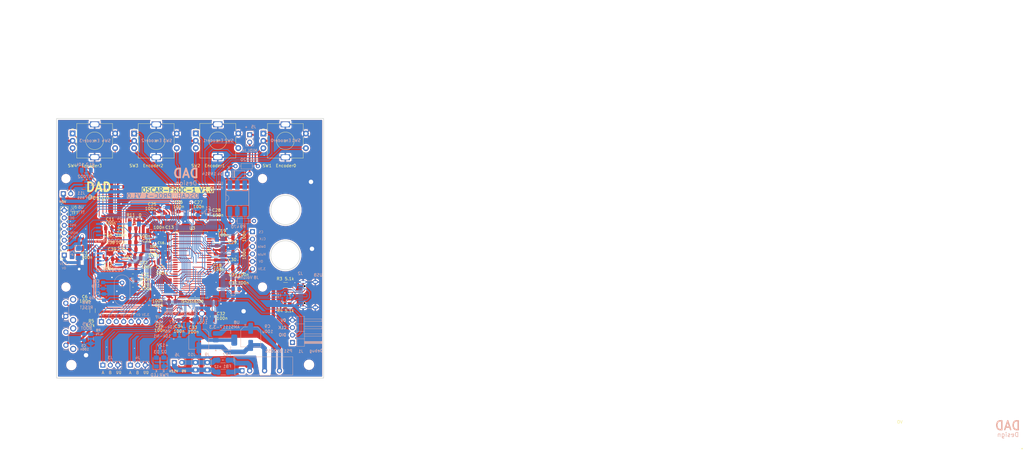
<source format=kicad_pcb>
(kicad_pcb (version 20241229) (generator "pcbnew") (generator_version "9.0")
  (layers (0 "F.Cu" signal) (2 "B.Cu" signal) (13 "F.Paste" user) (15 "B.Paste" user) (5 "F.SilkS" user "F.Silkscreen") (7 "B.SilkS" user "B.Silkscreen") (1 "F.Mask" user) (3 "B.Mask" user) (25 "Edge.Cuts" user))
  (net 0 "")
  (net 1 "VSSA")
  (net 2 "Net-(U1F-VCAP1)")
  (net 3 "Net-(U1F-VCAP2)")
  (net 4 "OSC_IN")
  (net 5 "OSC_OUT")
  (net 6 "BOOT0")
  (net 7 "NRST")
  (net 8 "VDD")
  (net 9 "VDDA")
  (net 10 "Net-(D1-VCC)")
  (net 11 "USB_DP")
  (net 12 "USB_DM")
  (net 13 "Net-(D2-A)")
  (net 14 "LED")
  (net 15 "Net-(D3-A)")
  (net 16 "Net-(D4-A)")
  (net 17 "Net-(PS1-+Vin)")
  (net 18 "Net-(D4-K)")
  (net 19 "Net-(PS1--Vin)")
  (net 21 "DEBUG_CLK")
  (net 22 "DEBUG_DIO")
  (net 23 "Net-(J2-CC2)")
  (net 26 "Net-(J2-CC1)")
  (net 28 "QSPI_BK1_NCS")
  (net 29 "FMC_SDNE0")
  (net 30 "QSPI_BK2_IO2")
  (net 31 "FCM_SDCKE0")
  (net 33 "FMC_SDNRAS")
  (net 35 "FCM_A1")
  (net 36 "FCM_D7")
  (net 38 "QSPI_BK1_I00")
  (net 40 "FMC_D1")
  (net 41 "FMC_D3")
  (net 42 "FCM_A5")
  (net 44 "SAI1_FS")
  (net 49 "QSPI_BK1_I03")
  (net 50 "FCM_A2")
  (net 51 "FCM_A4")
  (net 52 "FCM_A11")
  (net 53 "SAI1_SD_B(RX)")
  (net 55 "FMC_SDCLK")
  (net 57 "FMC_D0")
  (net 58 "Net-(J11-Pin_2)")
  (net 59 "QSPI_BK1_I01")
  (net 60 "SPI1_MOSI")
  (net 61 "FMC_D15")
  (net 62 "FMC_BA1")
  (net 65 "FCM_D4")
  (net 68 "FCM_D5")
  (net 70 "QSPI_CLK")
  (net 71 "FMC_D13")
  (net 73 "FMC_NBL1")
  (net 77 "FCM_D6")
  (net 78 "QSPI_BK2_IO3")
  (net 80 "FCM_D9")
  (net 81 "QSPI_BK2_I01")
  (net 82 "FCM_NBL0")
  (net 83 "FCM_A10")
  (net 84 "FCM_SDNWE")
  (net 85 "FCM_D10")
  (net 86 "FCM_D12")
  (net 90 "FCM_D11")
  (net 91 "FCM_A3")
  (net 95 "FCM_SDNCAS")
  (net 97 "FCM_A8")
  (net 98 "FCM_BA0")
  (net 99 "FCM_A0")
  (net 100 "SAI1_SCK")
  (net 104 "FMC_D14")
  (net 105 "FCM_A6")
  (net 107 "QSPI_BK1_I02")
  (net 108 "SPI1_SCK")
  (net 109 "SAI1_SD_A(TX)")
  (net 110 "FCM_A7")
  (net 111 "SAI1_MCLK")
  (net 116 "FCM_A9")
  (net 120 "FCM_D8")
  (net 123 "FMC_A12")
  (net 124 "FMC_D2")
  (net 127 "QSPI_BK2_I00")
  (net 131 "ENC0_A")
  (net 132 "VOL_Data")
  (net 133 "ENC1_B")
  (net 134 "ENC1_SW")
  (net 135 "MIDI_In")
  (net 136 "ENC2_A")
  (net 137 "TFT_DC")
  (net 138 "ENC0_SW")
  (net 139 "ENC3_B")
  (net 140 "ENC2_B")
  (net 141 "ENC3_A")
  (net 142 "ENC0_B")
  (net 143 "ENC2_SW")
  (net 144 "VOL_CLK")
  (net 145 "VOL_CS")
  (net 146 "ENC3_SW")
  (net 147 "VOL_Mute")
  (net 148 "ENC1_A")
  (net 149 "TFT_RST")
  (net 150 "VSS")
  (net 151 "Net-(J10-Pin_1)")
  (net 152 "Net-(J10-Pin_2)")
  (net 153 "SW1A")
  (net 154 "SW1B")
  (net 155 "SW2A")
  (net 156 "SW2B")
  (net 157 "Net-(J5-Pin_1)")
  (net 166 "Net-(Q1-G)")
  (net 167 "ByPass")
  (net 168 "+5V")
  (footprint "Capacitor_SMD:C_0805_2012Metric_Pad1.18x1.45mm_HandSolder" (layer "F.Cu") (at 130.365 73.22 180)
    (property "Reference" "C22")
    (property "Value" "100n")
  )
  (footprint "Capacitor_SMD:C_0805_2012Metric_Pad1.18x1.45mm_HandSolder" (layer "F.Cu") (at 141.215 62.97 180)
    (property "Reference" "C13")
    (property "Value" "100n")
  )
  (footprint "Capacitor_SMD:C_0805_2012Metric_Pad1.18x1.45mm_HandSolder" (layer "F.Cu") (at 122.165 60.87)
    (property "Reference" "C11")
    (property "Value" "100n")
  )
  (footprint "Capacitor_SMD:C_0805_2012Metric_Pad1.18x1.45mm_HandSolder" (layer "F.Cu") (at 157.515 90.97 -90)
    (property "Reference" "C32")
    (property "Value" "100n")
  )
  (footprint "Projet:RotaryEncoder" (layer "F.Cu") (at 174.84 28.56)
    (property "Reference" "SW1")
    (property "Value" "Encoder0")
  )
  (footprint "Capacitor_SMD:C_0805_2012Metric_Pad1.18x1.45mm_HandSolder" (layer "F.Cu") (at 130.3775 68.07 180)
    (property "Reference" "C39")
    (property "Value" "2.2u")
  )
  (footprint "Capacitor_SMD:C_0805_2012Metric_Pad1.18x1.45mm_HandSolder" (layer "F.Cu") (at 150.815 91.02 -90)
    (property "Reference" "C33")
    (property "Value" "100n")
  )
  (footprint "Capacitor_SMD:C_0805_2012Metric_Pad1.18x1.45mm_HandSolder" (layer "F.Cu") (at 113.98 88.41 -90)
    (property "Reference" "C6")
    (property "Value" "100n")
  )
  (footprint "Resistor_SMD:R_1206_3216Metric_Pad1.30x1.75mm_HandSolder" (layer "F.Cu") (at 130.86 58.35 180)
    (property "Reference" "R11")
    (property "Value" "0")
  )
  (footprint "Capacitor_SMD:C_0805_2012Metric_Pad1.18x1.45mm_HandSolder" (layer "F.Cu") (at 158.965 65.87 90)
    (property "Reference" "C19")
    (property "Value" "100n")
  )
  (footprint "Capacitor_SMD:C_0805_2012Metric_Pad1.18x1.45mm_HandSolder" (layer "F.Cu") (at 130.365 77.17 180)
    (property "Reference" "C21")
    (property "Value" "100n")
  )
  (footprint "Capacitor_SMD:C_0805_2012Metric_Pad1.18x1.45mm_HandSolder" (layer "F.Cu") (at 165.565 81.72)
    (property "Reference" "C31")
    (property "Value" "100n")
  )
  (footprint "Projet:RotaryEncoder" (layer "F.Cu") (at 151.81 28.52)
    (property "Reference" "SW2")
    (property "Value" "Encoder1")
  )
  (footprint "Capacitor_SMD:C_0805_2012Metric_Pad1.18x1.45mm_HandSolder" (layer "F.Cu") (at 111.73 69.06 -90)
    (property "Reference" "C3")
    (property "Value" "100n")
  )
  (footprint "Projet:TFT 2.4" (layer "F.Cu") (at 174.56 80.97 180)
    (property "Reference" "U6")
    (property "Value" "TFT")
  )
  (footprint "Capacitor_SMD:C_0805_2012Metric_Pad1.18x1.45mm_HandSolder" (layer "F.Cu") (at 145.965 91.12 -90)
    (property "Reference" "C34")
    (property "Value" "100n")
  )
  (footprint "Capacitor_SMD:C_0805_2012Metric_Pad1.18x1.45mm_HandSolder" (layer "F.Cu") (at 165.515 63.72)
    (property "Reference" "C29")
    (property "Value" "100n")
  )
  (footprint "Capacitor_SMD:C_0805_2012Metric_Pad1.18x1.45mm_HandSolder" (layer "F.Cu") (at 139.415 56.22 90)
    (property "Reference" "C25")
    (property "Value" "100n")
  )
  (footprint "Capacitor_SMD:C_0805_2012Metric_Pad1.18x1.45mm_HandSolder" (layer "F.Cu") (at 130.365 63.27 180)
    (property "Reference" "C36")
    (property "Value" "100n")
  )
  (footprint "MountingHole:MountingHole_3.2mm_M3" (layer "F.Cu") (at 190.4 107.45)
    (property "Reference" "REF**" (hide yes))
    (property "Value" "MountingHole_3.2mm_M3" (hide yes))
  )
  (footprint "Capacitor_SMD:C_0805_2012Metric_Pad1.18x1.45mm_HandSolder" (layer "F.Cu") (at 130.365 65.67 180)
    (property "Reference" "C38")
    (property "Value" "100n")
  )
  (footprint "Capacitor_SMD:C_0805_2012Metric_Pad1.18x1.45mm_HandSolder" (layer "F.Cu") (at 145.915 56.22 90)
    (property "Reference" "C26")
    (property "Value" "100n")
  )
  (footprint "Capacitor_SMD:C_0805_2012Metric_Pad1.18x1.45mm_HandSolder" (layer "F.Cu") (at 143.74 85.82 180)
    (property "Reference" "C15")
    (property "Value" "100n")
  )
  (footprint "Capacitor_SMD:C_0805_2012Metric_Pad1.18x1.45mm_HandSolder" (layer "F.Cu") (at 141.34 69.32)
    (property "Reference" "C14")
    (property "Value" "100n")
  )
  (footprint "Capacitor_SMD:C_0805_2012Metric_Pad1.18x1.45mm_HandSolder" (layer "F.Cu") (at 165.465 74.72)
    (property "Reference" "C35")
    (property "Value" "100n")
  )
  (footprint "Resistor_SMD:R_1206_3216Metric_Pad1.30x1.75mm_HandSolder" (layer "F.Cu") (at 182.27 86.88 180)
    (property "Reference" "R4")
    (property "Value" "5.1k")
  )
  (footprint "Capacitor_SMD:C_0805_2012Metric_Pad1.18x1.45mm_HandSolder" (layer "F.Cu") (at 155.915 56.22 90)
    (property "Reference" "C28")
    (property "Value" "100n")
  )
  (footprint "Capacitor_SMD:C_0805_2012Metric_Pad1.18x1.45mm_HandSolder" (layer "F.Cu") (at 165.515 69.67)
    (property "Reference" "C30")
    (property "Value" "100n")
  )
  (footprint "Capacitor_SMD:C_0805_2012Metric_Pad1.18x1.45mm_HandSolder" (layer "F.Cu") (at 139.415 91.07 -90)
    (property "Reference" "C24")
    (property "Value" "100n")
  )
  (footprint "Capacitor_SMD:C_0805_2012Metric_Pad1.18x1.45mm_HandSolder" (layer "F.Cu") (at 150.915 56.17 90)
    (property "Reference" "C27")
    (property "Value" "100n")
  )
  (footprint "Capacitor_SMD:C_0805_2012Metric_Pad1.18x1.45mm_HandSolder" (layer "F.Cu") (at 122.4275 71.37)
    (property "Reference" "C12")
    (property "Value" "100n")
  )
  (footprint "Capacitor_SMD:C_0805_2012Metric_Pad1.18x1.45mm_HandSolder" (layer "F.Cu") (at 130.365 60.92 180)
    (property "Reference" "C37")
    (property "Value" "2.2u")
  )
  (footprint "MountingHole:MountingHole_3.2mm_M3" (layer "F.Cu") (at 109.42 107.56)
    (property "Reference" "REF**" (hide yes))
    (property "Value" "MountingHole_3.2mm_M3" (hide yes))
  )
  (footprint "Capacitor_SMD:C_0805_2012Metric_Pad1.18x1.45mm_HandSolder" (layer "F.Cu") (at 142.19 66.12 -90)
    (property "Reference" "C16")
    (property "Value" "100n")
  )
  (footprint "Capacitor_SMD:C_0805_2012Metric_Pad1.18x1.45mm_HandSolder" (layer "F.Cu") (at 130.395 80.25 180)
    (property "Reference" "C20")
    (property "Value" "100n")
  )
  (footprint "Package_SO:TSOP-II-54_22.2x10.16mm_P0.8mm" (layer "F.Cu") (at 150.615 73.32)
    (property "Reference" "U3")
    (property "Value" "IS42S16320")
  )
  (footprint "Inductor_SMD:L_0805_2012Metric_Pad1.15x1.40mm_HandSolder" (layer "F.Cu") (at 132.015 70.77 180)
    (property "Reference" "FB3")
    (property "Value" "~")
  )
  (footprint "Capacitor_SMD:C_0805_2012Metric_Pad1.18x1.45mm_HandSolder" (layer "F.Cu") (at 158.665 70.67 90)
    (property "Reference" "C18")
    (property "Value" "100n")
  )
  (footprint "Projet:RotaryEncoder" (layer "F.Cu") (at 130.82 28.56)
    (property "Reference" "SW3")
    (property "Value" "Encoder2")
  )
  (footprint "Projet:RotaryEncoder" (layer "F.Cu") (at 109.83 28.54)
    (property "Reference" "SW4")
    (property "Value" "Encoder3")
  )
  (footprint "Resistor_SMD:R_1206_3216Metric_Pad1.30x1.75mm_HandSolder" (layer "F.Cu") (at 116.64 88.99 90)
    (property "Reference" "R5")
    (property "Value" "4.7k")
  )
  (footprint "Resistor_SMD:R_1206_3216Metric_Pad1.30x1.75mm_HandSolder" (layer "F.Cu") (at 182.41 80.28 180)
    (property "Reference" "R3")
    (property "Value" "5.1k")
  )
  (footprint "Capacitor_SMD:C_0805_2012Metric_Pad1.18x1.45mm_HandSolder" (layer "F.Cu") (at 140.14 72.395)
    (property "Reference" "C17")
    (property "Value" "100n")
  )
  (footprint "Capacitor_SMD:C_0805_2012Metric_Pad1.18x1.45mm_HandSolder" (layer "F.Cu") (at 137.765 63.92 90)
    (property "Reference" "C23")
    (property "Value" "100n")
  )
  (footprint "LED_SMD:LED_1206_3216Metric_Pad1.42x1.75mm_HandSolder" (layer "B.Cu") (at 138.36 106.5425 90)
    (property "Reference" "D3")
    (property "Value" "LED")
  )
  (footprint "Projet:CP_Elec_6.3x9.9_WM" (layer "B.Cu") (at 170.52 97.93 -90)
    (property "Reference" "C9")
    (property "Value" "100u")
  )
  (footprint "Resistor_SMD:R_1206_3216Metric_Pad1.30x1.75mm_HandSolder" (layer "B.Cu") (at 142.26 55.33 90)
    (property "Reference" "R2")
    (property "Value" "10k")
  )
  (footprint "Package_SO:SOIC-8_5.3x5.3mm_P1.27mm" (layer "B.Cu") (at 122.2025 61.32 180)
    (property "Reference" "U4")
    (property "Value" "W25Q128JVS")
  )
  (footprint "Capacitor_Tantalum_SMD:CP_EIA-3528-21_Kemet-B_HandSolder" (layer "B.Cu") (at 112.06 69.3825 -90)
    (property "Reference" "C4")
    (property "Value" "10u")
  )
  (footprint "Connector_PinSocket_2.54mm:PinSocket_1x07_P2.54mm_Vertical" (layer "B.Cu") (at 119.63 92.725 -90)
    (property "Reference" "J7")
    (property "Value" "SAI")
  )
  (footprint "Capacitor_SMD:C_0805_2012Metric_Pad1.18x1.45mm_HandSolder" (layer "B.Cu") (at 120.515 84.345 90)
    (property "Reference" "C7")
    (property "Value" "15p")
  )
  (footprint "Connector_PinSocket_2.54mm:PinSocket_1x02_P2.54mm_Vertical" (layer "B.Cu") (at 155.74 109.21)
    (property "Reference" "J9")
    (property "Value" "12V  Audio")
  )
  (footprint "LED_SMD:LED_1206_3216Metric_Pad1.42x1.75mm_HandSolder" (layer "B.Cu") (at 140.9 106.5125 90)
    (property "Reference" "D2")
    (property "Value" "POWER" (hide yes))
  )
  (footprint "Resistor_SMD:R_1206_3216Metric_Pad1.30x1.75mm_HandSolder" (layer "B.Cu") (at 146.19 97.03 180)
    (property "Reference" "R6")
    (property "Value" "10k-N1")
  )
  (footprint "Capacitor_SMD:C_0805_2012Metric_Pad1.18x1.45mm_HandSolder" (layer "B.Cu") (at 120.24 80.42 -90)
    (property "Reference" "C8")
    (property "Value" "15p")
  )
  (footprint "Resistor_SMD:R_1206_3216Metric_Pad1.30x1.75mm_HandSolder" (layer "B.Cu") (at 130.865 59.42 180)
    (property "Reference" "R1")
    (property "Value" "10k")
  )
  (footprint "Inductor_SMD:L_1206_3216Metric_Pad1.22x1.90mm_HandSolder" (layer "B.Cu") (at 161.1 105.89)
    (property "Reference" "FB2")
    (property "Value" "~")
  )
  (footprint "Connector_PinHeader_2.54mm:PinHeader_1x04_P2.54mm_Horizontal" (layer "B.Cu") (at 184.75 99.85)
    (property "Reference" "J1")
    (property "Value" "Debug")
  )
  (footprint "Package_TO_SOT_SMD:SOT-23" (layer "B.Cu") (at 113.5225 46 180)
    (property "Reference" "Q1")
    (property "Value" "2N7002")
  )
  (footprint "Projet:USB_C_Receptacle_HCTL_HC-TYPE-C-16P-01A" (layer "B.Cu") (at 191.485 83.53 -90)
    (property "Reference" "J2")
    (property "Value" "USB")
  )
  (footprint "Package_SO:SOIC-8_5.3x5.3mm_P1.27mm" (layer "B.Cu") (at 122.4275 71.37 180)
    (property "Reference" "U2")
    (property "Value" "W25Q128JVS")
  )
  (footprint "Connector_PinSocket_2.54mm:PinSocket_1x02_P2.54mm_Vertical" (layer "B.Cu") (at 106.66 49.08 -90)
    (property "Reference" "J11")
    (property "Value" "ByPass")
  )
  (footprint "Button_Switch_THT:SW_Tactile_SPST_Angled_PTS645Vx39-2LFS" (layer "B.Cu") (at 107.55 96.29 -90)
    (property "Reference" "SW5")
    (property "Value" "BOOT")
  )
  (footprint "Connector_PinHeader_2.54mm:PinHeader_1x02_P2.54mm_Vertical" (layer "B.Cu") (at 144.495 106.67 -90)
    (property "Reference" "J6")
    (property "Value" "12V")
  )
  (footprint "Projet:Quartz" (layer "B.Cu") (at 126.715 79.48 180)
    (property "Reference" "Y1")
    (property "Value" "25 Mhz")
  )
  (footprint "Resistor_SMD:R_1206_3216Metric_Pad1.30x1.75mm_HandSolder" (layer "B.Cu") (at 114.49 41.07 180)
    (property "Reference" "R12")
    (property "Value" "10k")
  )
  (footprint "Connector_PinHeader_2.54mm:PinHeader_1x03_P2.54mm_Vertical" (layer "B.Cu") (at 129.5 107.58 -90)
    (property "Reference" "J4")
    (property "Value" "SW2")
  )
  (footprint "Projet:Converter_DCDC_TRACO_TBA1-xxxxE_Single_THT" (layer "B.Cu") (at 167.6325 109.4825 -90)
    (property "Reference" "PS1")
    (property "Value" "B1205S")
  )
  (footprint "Inductor_SMD:L_1206_3216Metric_Pad1.22x1.90mm_HandSolder" (layer "B.Cu") (at 161.2 109.95)
    (property "Reference" "FB1")
    (property "Value" "~")
  )
  (footprint "Button_Switch_THT:SW_Tactile_SPST_Angled_PTS645Vx39-2LFS" (layer "B.Cu") (at 107.52 86.43 -90)
    (property "Reference" "SW6")
    (property "Value" "RESET")
  )
  (footprint "Diode_THT:D_DO-35_SOD27_P7.62mm_Horizontal" (layer "B.Cu") (at 162.52 42.39)
    (property "Reference" "D4")
    (property "Value" "1N914")
  )
  (footprint "Resistor_SMD:R_1206_3216Metric_Pad1.30x1.75mm_HandSolder" (layer "B.Cu") (at 116.03 98.59 -90)
    (property "Reference" "R8")
    (property "Value" "4.7k")
  )
  (footprint "Capacitor_SMD:C_0805_2012Metric_Pad1.18x1.45mm_HandSolder" (layer "B.Cu") (at 113.76 98.05 -90)
    (property "Reference" "C5")
    (property "Value" "100n")
  )
  (footprint "Connector_PinSocket_2.54mm:PinSocket_1x02_P2.54mm_Vertical" (layer "B.Cu") (at 151.71 109.21)
    (property "Reference" "J10")
    (property "Value" "12V  Audio")
  )
  (footprint "Package_TO_SOT_SMD:SOT-143" (layer "B.Cu") (at 182.27 83.71 90)
    (property "Reference" "D1")
    (property "Value" "PRTR5V0U2X" (hide yes))
  )
  (footprint "Projet:LQFP176-24x24mm-M" (layer "B.Cu") (at 148.164999 73.45335)
    (property "Reference" "U1")
    (property "Value" "STM32H743IIT6")
  )
  (footprint "Connector_PinSocket_2.54mm:PinSocket_1x06_P2.54mm_Vertical" (layer "B.Cu") (at 171.14 62.04 180)
    (property "Reference" "J8")
    (property "Value" "Volumes")
  )
  (footprint "Resistor_SMD:R_1206_3216Metric_Pad1.30x1.75mm_HandSolder" (layer "B.Cu") (at 147.73 93.83 180)
    (property "Reference" "R7")
    (property "Value" "10k-N1")
  )
  (footprint "Resistor_THT:R_Axial_DIN0204_L3.6mm_D1.6mm_P7.62mm_Horizontal" (layer "B.Cu") (at 172.98 39.69 180)
    (property "Reference" "R10")
    (property "Value" "220")
  )
  (footprint "Projet:CP_Elec_6.3x9.9_WM" (layer "B.Cu") (at 152.84 98.74 -90)
    (property "Reference" "C10")
    (property "Value" "100u")
  )
  (footprint "Package_TO_SOT_SMD:SOT-223-3_TabPin2" (layer "B.Cu") (at 161.77 99.05)
    (property "Reference" "U8")
    (property "Value" "AMS1117-3.3")
  )
  (footprint "Capacitor_SMD:C_0805_2012Metric_Pad1.18x1.45mm_HandSolder" (layer "B.Cu") (at 165.55 81.5 180)
    (property "Reference" "C2")
    (property "Value" "2.2u")
  )
  (footprint "Projet:H11L1" (layer "B.Cu") (at 165.98 50.585 -90)
    (property "Reference" "U7")
    (property "Value" "H11L1")
  )
  (footprint "Connector_PinHeader_2.54mm:PinHeader_1x03_P2.54mm_Vertical" (layer "B.Cu") (at 120.14 107.58 -90)
    (property "Reference" "J3")
    (property "Value" "SW1")
  )
  (footprint "Resistor_THT:R_Axial_DIN0204_L3.6mm_D1.6mm_P7.62mm_Horizontal" (layer "B.Cu") (at 164.06 58.41)
    (property "Reference" "R9")
    (property "Value" "470")
  )
  (footprint "Capacitor_SMD:C_0805_2012Metric_Pad1.18x1.45mm_HandSolder" (layer "B.Cu") (at 152.465 55.32 -90)
    (property "Reference" "C1")
    (property "Value" "2.2u")
  )
  (footprint "Connector_PinHeader_2.54mm:PinHeader_1x02_P2.54mm_Vertical" (layer "B.Cu") (at 170.19 28.97 180)
    (property "Reference" "J5")
    (property "Value" "MIDI_In")
  )
  (gr_rect (start 104.37 23.44) (end 195.37 112) (stroke (width 0.2)) (fill no) (layer "Edge.Cuts"))
  (gr_circle (center 182.37 54.635172) (end 186.51 57.465172) (stroke (width 0.2)) (fill no) (layer "Edge.Cuts"))
  (gr_circle (center 182.35 70.11083) (end 185.61 73.90083) (stroke (width 0.2)) (fill no) (layer "Edge.Cuts"))
  (gr_text "A  B  V0" (at 129.01 110.74 0) (layer "F.SilkS") (effects (font (size 1 1) (thickness 0.1)) (justify left bottom)))
  (gr_text "+12V  0V" (at 142.48 110.1 0) (layer "F.SilkS") (effects (font (size 0.8 0.8) (thickness 0.15) (bold yes)) (justify left bottom)))
  (gr_text "DAD" (at 114.03 48.6 0) (layer "F.SilkS") (effects (font (size 3 3) (thickness 0.6) (bold yes)) (justify left bottom)))
  (gr_text "OSCAR-PROC-1 V1.0" (at 133.24 48.74 0) (layer "F.SilkS" knockout) (effects (font (size 1.5 1.5) (thickness 0.3) (bold yes)) (justify left bottom)))
  (gr_text "." (at 432.76 136.4 0) (layer "F.SilkS") (effects (font (size 2 2) (thickness 0.25)) (justify left bottom)))
  (gr_text "Design" (at 114.94 51.19 0) (layer "F.SilkS") (effects (font (size 1.5 1.5) (thickness 0.1875)) (justify left bottom)))
  (gr_text "+5V" (at 105.07 52.3 -0) (layer "F.SilkS") (effects (font (size 0.8 0.8) (thickness 0.15) (bold yes)) (justify left bottom)))
  (gr_text "OV" (at 390.6875 127.56875 0) (layer "F.SilkS") (effects (font (size 1 1)) (justify left bottom)))
  (gr_text "A  B  V0" (at 119.72 110.73 0) (layer "F.SilkS") (effects (font (size 1 1) (thickness 0.1)) (justify left bottom)))
  (gr_text "+" (at 144.88 99.05 0) (layer "B.SilkS") (effects (font (size 0.8 0.8) (thickness 0.15) (bold yes)) (justify left bottom mirror)))
  (gr_text "Design" (at 432.45 132.175 0) (layer "B.SilkS") (effects (font (size 1.5 1.5) (thickness 0.1875)) (justify left bottom mirror)))
  (gr_text "SDA" (at 120.81 90.79 0) (layer "B.SilkS") (effects (font (size 0.8 0.8) (thickness 0.1)) (justify left bottom mirror)))
  (gr_text "+" (at 169.57 26.77 0) (layer "B.SilkS") (effects (font (size 0.8 0.8) (thickness 0.15) (bold yes)) (justify left bottom mirror)))
  (gr_text "CLK" (at 182.82 95.36 0) (layer "B.SilkS") (effects (font (size 1 1) (thickness 0.2) (bold yes)) (justify left bottom mirror)))
  (gr_text "MCK" (at 131.11 90.81 0) (layer "B.SilkS") (effects (font (size 0.8 0.8) (thickness 0.1)) (justify left bottom mirror)))
  (gr_text "+12V" (at 142.69 101.34 0) (layer "B.SilkS") (effects (font (size 1 1)) (justify left bottom mirror)))
  (gr_text "3.3V" (at 175.72 75.22 0) (layer "B.SilkS") (effects (font (size 0.8 0.8) (thickness 0.1)) (justify left bottom mirror)))
  (gr_text "DAD" (at 433.125 129.975 0) (layer "B.SilkS") (effects (font (size 3 3) (thickness 0.5) (bold yes)) (justify left bottom mirror)))
  (gr_text "+5V" (at 107.78 52.24 0) (layer "B.SilkS") (effects (font (size 0.8 0.8) (thickness 0.15) (bold yes)) (justify left bottom mirror)))
  (gr_text "V0  B  A" (at 126.48 110.71 0) (layer "B.SilkS") (effects (font (size 1 1) (thickness 0.1)) (justify left bottom mirror)))
  (gr_text "DIO" (at 182.75 97.85 0) (layer "B.SilkS") (effects (font (size 1 1) (thickness 0.2) (bold yes)) (justify left bottom mirror)))
  (gr_text "K" (at 138.83 110.12 0) (layer "B.SilkS") (effects (font (size 0.8 0.8) (thickness 0.15) (bold yes)) (justify left bottom mirror)))
  (gr_text "Data" (at 175.74 67.58 0) (layer "B.SilkS") (effects (font (size 0.8 0.8) (thickness 0.1)) (justify left bottom mirror)))
  (gr_text "CLK" (at 175.73 64.99 0) (layer "B.SilkS") (effects (font (size 0.8 0.8) (thickness 0.1)) (justify left bottom mirror)))
  (gr_text "MOSI" (at 111.78 62.97 0) (layer "B.SilkS") (effects (font (size 0.8 0.8) (thickness 0.1)) (justify left bottom mirror)))
  (gr_text "0V" (at 182.7 92.88 0) (layer "B.SilkS") (effects (font (size 1 1) (thickness 0.2) (bold yes)) (justify left bottom mirror)))
  (gr_text "Design" (at 152.39 46.35 -0) (layer "B.SilkS") (effects (font (size 1.5 1.5) (thickness 0.1875)) (justify left bottom mirror)))
  (gr_text "RST" (at 111.14 60.41 0) (layer "B.SilkS") (effects (font (size 0.8 0.8) (thickness 0.1)) (justify left bottom mirror)))
  (gr_text "DC" (at 110.55 57.87 0) (layer "B.SilkS") (effects (font (size 0.8 0.8) (thickness 0.1)) (justify left bottom mirror)))
  (gr_text "DAD" (at 153.16 43.9 -0) (layer "B.SilkS") (effects (font (size 3 3) (thickness 0.6) (bold yes)) (justify left bottom mirror)))
  (gr_text "CS" (at 110.55 55.29 0) (layer "B.SilkS") (effects (font (size 0.8 0.8) (thickness 0.1)) (justify left bottom mirror)))
  (gr_text "+12" (at 160.72 108.54 0) (layer "B.SilkS") (effects (font (size 0.8 0.8) (thickness 0.15) (bold yes)) (justify left bottom mirror)))
  (gr_text "0V" (at 133.02 90.82 0) (layer "B.SilkS") (effects (font (size 0.8 0.8) (thickness 0.1)) (justify left bottom mirror)))
  (gr_text "V0  B  A" (at 135.81 110.72 0) (layer "B.SilkS") (effects (font (size 1 1) (thickness 0.1)) (justify left bottom mirror)))
  (gr_text "0V" (at 174.79 72.67 0) (layer "B.SilkS") (effects (font (size 0.8 0.8) (thickness 0.1)) (justify left bottom mirror)))
  (gr_text "0V" (at 107.67 74.94 0) (layer "B.SilkS") (effects (font (size 0.8 0.8) (thickness 0.1)) (justify left bottom mirror)))
  (gr_text "Mute" (at 175.81 70.26 0) (layer "B.SilkS") (effects (font (size 0.8 0.8) (thickness 0.1)) (justify left bottom mirror)))
  (gr_text "SCK" (at 123.5 90.8 0) (layer "B.SilkS") (effects (font (size 0.8 0.8) (thickness 0.1)) (justify left bottom mirror)))
  (gr_text "3.3V" (at 136.07 90.83 0) (layer "B.SilkS") (effects (font (size 0.8 0.8) (thickness 0.1)) (justify left bottom mirror)))
  (gr_text "SDB" (at 128.51 90.82 0) (layer "B.SilkS") (effects (font (size 0.8 0.8) (thickness 0.1)) (justify left bottom mirror)))
  (gr_text "+3.3V" (at 109.03 73.51 0) (layer "B.SilkS") (effects (font (size 0.8 0.8) (thickness 0.1)) (justify left bottom mirror)))
  (gr_text "CS" (at 174.89 62.62 0) (layer "B.SilkS") (effects (font (size 0.8 0.8) (thickness 0.1)) (justify left bottom mirror)))
  (gr_text "K" (at 141.31 110.14 0) (layer "B.SilkS") (effects (font (size 0.8 0.8) (thickness 0.15) (bold yes)) (justify left bottom mirror)))
  (gr_text "SCK" (at 111.29 64.38 0) (layer "B.SilkS") (effects (font (size 0.8 0.8) (thickness 0.1)) (justify left bottom mirror)))
  (gr_text "FS" (at 125.45 90.82 0) (layer "B.SilkS") (effects (font (size 0.8 0.8) (thickness 0.1)) (justify left bottom mirror)))
  (gr_text "OSCAR-PROC-1 V1.0" (at 152.95 50.7 0) (layer "B.SilkS" knockout) (effects (font (size 1.5 1.5) (thickness 0.1875)) (justify left bottom mirror)))
  (gr_text "0V  +12V" (at 148.67 110.1 0) (layer "B.SilkS") (effects (font (size 0.8 0.8) (thickness 0.15) (bold yes)) (justify left bottom mirror)))
  (segment (start 129.3275 65.67) (end 129.3275 63.27) (width 0.8) (layer "F.Cu") (net 1))
  (segment (start 128.215 68.07) (end 129.34 68.07) (width 0.3) (layer "F.Cu") (net 1))
  (segment (start 127.765 66.635) (end 127.765 67.62) (width 0.3) (layer "F.Cu") (net 1))
  (segment (start 127.765 67.62) (end 128.215 68.07) (width 0.3) (layer "F.Cu") (net 1))
  (segment (start 129.3275 63.27) (end 129.3275 60.92) (width 0.8) (layer "F.Cu") (net 1))
  (segment (start 129.34 68.07) (end 129.34 65.6825) (width 0.8) (layer "F.Cu") (net 1))
  (segment (start 129.34 65.6825) (end 129.3275 65.67) (width 0.8) (layer "F.Cu") (net 1))
  (segment (start 127.83 66.57) (end 127.765 66.635) (width 0.3) (layer "F.Cu") (net 1))
  (segment (start 129.3275 60.92) (end 129.3275 58.2825) (width 0.8) (layer "F.Cu") (net 1))
  (via (at 127.83 66.57) (size 0.5) (drill 0.3) (layers "F.Cu" "B.Cu") (net 1))
  (segment (start 127.84 66.58) (end 133.002938 66.58) (width 0.25) (layer "B.Cu") (net 1))
  (segment (start 133.002938 66.58) (end 133.379586 66.203352) (width 0.25) (layer "B.Cu") (net 1))
  (segment (start 127.83 66.57) (end 127.84 66.58) (width 0.25) (layer "B.Cu") (net 1))
  (segment (start 133.379586 66.203352) (end 135.433249 66.203352) (width 0.25) (layer "B.Cu") (net 1))
  (segment (start 154.215 58.32) (end 153.215 58.32) (width 0.25) (layer "B.Cu") (net 2))
  (segment (start 153.215 58.32) (end 152.465 57.57) (width 0.25) (layer "B.Cu") (net 2))
  (segment (start 152.465 57.57) (end 152.465 56.3575) (width 0.25) (layer "B.Cu") (net 2))
  (segment (start 155.415 60.7216) (end 155.415 59.52) (width 0.25) (layer "B.Cu") (net 2))
  (segment (start 155.415 59.52) (end 154.215 58.32) (width 0.25) (layer "B.Cu") (net 2))
  (segment (start 162.693351 80.703351) (end 163.49 81.5) (width 0.3) (layer "B.Cu") (net 3))
  (segment (start 163.49 81.5) (end 164.5125 81.5) (width 0.3) (layer "B.Cu") (net 3))
  (segment (start 160.998349 80.703351) (end 162.693351 80.703351) (width 0.3) (layer "B.Cu") (net 3))
  (segment (start 132.545 84.56) (end 135.97 81.135) (width 0.3) (layer "F.Cu") (net 4))
  (segment (start 135.97 81.135) (end 135.97 74.06) (width 0.3) (layer "F.Cu") (net 4))
  (segment (start 126.715 84.56) (end 132.545 84.56) (width 0.3) (layer "F.Cu") (net 4))
  (segment (start 135.97 74.06) (end 136.94 73.09) (width 0.3) (layer "F.Cu") (net 4))
  (segment (start 136.94 73.09) (end 136.985 73.09) (width 0.3) (layer "F.Cu") (net 4))
  (segment (start 136.985 73.09) (end 136.975 73.08) (width 0.3) (layer "F.Cu") (net 4))
  (via (at 136.975 73.08) (size 0.5) (drill 0.3) (layers "F.Cu" "B.Cu") (net 4))
  (segment (start 126.715 84.56) (end 122.5375 84.56) (width 0.5) (layer "B.Cu") (net 4))
  (segment (start 122.5375 84.56) (end 121.715 85.3825) (width 0.5) (layer "B.Cu") (net 4))
  (segment (start 135.331649 70.203351) (end 135.338298 70.21) (width 0.3) (layer "B.Cu") (net 4))
  (segment (start 136.804 70.679) (end 136.804 71.9) (width 0.3) (layer "B.Cu") (net 4))
  (segment (start 121.715 85.3825) (end 120.515 85.3825) (width 0.5) (layer "B.Cu") (net 4))
  (segment (start 136.975 73.08) (end 136.975 72.071) (width 0.3) (layer "B.Cu") (net 4))
  (segment (start 135.338298 70.21) (end 136.335 70.21) (width 0.3) (layer "B.Cu") (net 4))
  (segment (start 136.335 70.21) (end 136.804 70.679) (width 0.3) (layer "B.Cu") (net 4))
  (segment (start 136.975 72.071) (end 136.804 71.9) (width 0.3) (layer "B.Cu") (net 4))
  (segment (start 127.505 82.17) (end 132.29 82.17) (width 0.3) (layer "F.Cu") (net 5))
  (segment (start 126.715 81.38) (end 127.505 82.17) (width 0.3) (layer "F.Cu") (net 5))
  (segment (start 135.82 71.16) (end 137.405 71.16) (width 0.3) (layer "F.Cu") (net 5))
  (segment (start 132.29 82.17) (end 133.96 80.5) (width 0.3) (layer "F.Cu") (net 5))
  (segment (start 133.96 80.5) (end 133.96 73.02) (width 0.3) (layer "F.Cu") (net 5))
  (segment (start 133.96 73.02) (end 135.82 71.16) (width 0.3) (layer "F.Cu") (net 5))
  (segment (start 126.715 79.48) (end 126.715 81.38) (width 0.3) (layer "F.Cu") (net 5))
  (via (at 137.405 71.16) (size 0.5) (drill 0.3) (layers "F.Cu" "B.Cu") (net 5))
  (segment (start 126.6175 79.3825) (end 126.715 79.48) (width 0.5) (layer "B.Cu") (net 5))
  (segment (start 137.405 71.16) (end 137.405 70.42) (width 0.3) (layer "B.Cu") (net 5))
  (segment (start 137.405 70.42) (end 136.68835 69.70335) (width 0.3) (layer "B.Cu") (net 5))
  (segment (start 136.68835 69.70335) (end 135.331649 69.70335) (width 0.3) (layer "B.Cu") (net 5))
  (segment (start 120.24 79.3825) (end 126.6175 79.3825) (width 0.5) (layer "B.Cu") (net 5))
  (segment (start 137.21 94.7) (end 122.54 94.7) (width 0.25) (layer "B.Cu") (net 6))
  (segment (start 122.54 94.7) (end 120.2 97.04) (width 0.25) (layer "B.Cu") (net 6))
  (segment (start 142.415 89.495) (end 137.21 94.7) (width 0.25) (layer "B.Cu") (net 6))
  (segment (start 108.2725 97.0125) (end 107.55 96.29) (width 0.25) (layer "B.Cu") (net 6))
  (segment (start 116.03 97.04) (end 113.7875 97.04) (width 0.25) (layer "B.Cu") (net 6))
  (segment (start 142.415 86.2867) (end 142.415 89.495) (width 0.25) (layer "B.Cu") (net 6))
  (segment (start 113.76 97.0125) (end 108.2725 97.0125) (width 0.25) (layer "B.Cu") (net 6))
  (segment (start 113.7875 97.04) (end 113.76 97.0125) (width 0.25) (layer "B.Cu") (net 6))
  (segment (start 120.2 97.04) (end 116.03 97.04) (width 0.25) (layer "B.Cu") (net 6))
  (segment (start 114.23 87.44) (end 116.64 87.44) (width 0.4) (layer "F.Cu") (net 7))
  (segment (start 107.52 86.43) (end 108.4625 87.3725) (width 0.4) (layer "F.Cu") (net 7))
  (segment (start 114 70.53) (end 117.97 66.56) (width 0.4) (layer "F.Cu") (net 7))
  (segment (start 114 87.88) (end 114 70.53) (width 0.4) (layer "F.Cu") (net 7))
  (segment (start 108.4625 87.3725) (end 113.98 87.3725) (width 0.4) (layer "F.Cu") (net 7))
  (via (at 117.97 66.56) (size 0.5) (drill 0.3) (layers "F.Cu" "B.Cu") (net 7))
  (segment (start 118.73 67.32) (end 117.97 66.56) (width 0.25) (layer "B.Cu") (net 7))
  (segment (start 131.203351 69.203351) (end 129.32 67.32) (width 0.25) (layer "B.Cu") (net 7))
  (segment (start 135.331649 69.203351) (end 131.203351 69.203351) (width 0.25) (layer "B.Cu") (net 7))
  (segment (start 129.32 67.32) (end 118.73 67.32) (width 0.25) (layer "B.Cu") (net 7))
  (segment (start 131.4025 80.12) (end 131.5525 80.27) (width 0.8) (layer "F.Cu") (net 8))
  (segment (start 131.915 73.17) (end 131.4525 73.17) (width 0.25) (layer "F.Cu") (net 8))
  (segment (start 164.4775 69.8825) (end 164.5275 69.9325) (width 0.8) (layer "F.Cu") (net 8))
  (segment (start 132.665 80.18) (end 131.6425 80.18) (width 0.4) (layer "F.Cu") (net 8))
  (segment (start 159.565 81.67) (end 159.598349 81.703349) (width 0.25) (layer "F.Cu") (net 8))
  (segment (start 120.36 70.865) (end 120.36 69.465) (width 0.6) (layer "F.Cu") (net 8))
  (segment (start 158.965 66.9075) (end 159.8525 66.9075) (width 0.6) (layer "F.Cu") (net 8))
  (segment (start 145.965 57.2075) (end 145.915 57.2575) (width 1) (layer "F.Cu") (net 8))
  (segment (start 142.815 55.52) (end 142.815 57.2575) (width 0.4) (layer "F.Cu") (net 8))
  (segment (start 116.55 90.69) (end 116.55 94.91) (width 0.8) (layer "F.Cu") (net 8))
  (segment (start 157.465 89.9825) (end 157.515 89.9325) (width 1) (layer "F.Cu") (net 8))
  (segment (start 137.735 66.3) (end 137.735 65.575) (width 0.25) (layer "F.Cu") (net 8))
  (segment (start 131.4025 75.42) (end 131.4025 73.22) (width 0.8) (layer "F.Cu") (net 8))
  (segment (start 164.4275 71.895) (end 164.4775 71.845) (width 1) (layer "F.Cu") (net 8))
  (segment (start 132.375 73.63) (end 131.915 73.17) (width 0.25) (layer "F.Cu") (net 8))
  (segment (start 139.414999 89.982499) (end 139.465 90.0325) (width 0.25) (layer "F.Cu") (net 8))
  (segment (start 140.3025 68.4075) (end 140.3025 69.32) (width 0.25) (layer "F.Cu") (net 8))
  (segment (start 150.9775 57.27) (end 150.915 57.2075) (width 1) (layer "F.Cu") (net 8))
  (segment (start 160.965 57.27) (end 163.1925 59.4975) (width 1) (layer "F.Cu") (net 8))
  (segment (start 145.914998 58.319998) (end 145.914998 57.257502) (width 0.25) (layer "F.Cu") (net 8))
  (segment (start 133.04 71.5825) (end 133.04 70.77) (width 1) (layer "F.Cu") (net 8))
  (segment (start 157.415 89.8325) (end 157.515 89.9325) (width 0.25) (layer "F.Cu") (net 8))
  (segment (start 139.415 57.2575) (end 136.8775 57.2575) (width 1) (layer "F.Cu") (net 8))
  (segment (start 142.815 57.2575) (end 142.365 57.2575) (width 0.8) (layer "F.Cu") (net 8))
  (segment (start 164.4775 65.42) (end 164.4775 65.97) (width 0.8) (layer "F.Cu") (net 8))
  (segment (start 121.92 75.42) (end 121.43 75.42) (width 0.8) (layer "F.Cu") (net 8))
  (segment (start 134.87 90.1725) (end 134.87 92.725) (width 0.8) (layer "F.Cu") (net 8))
  (segment (start 121.43 75.42) (end 121.43 75) (width 0.6) (layer "F.Cu") (net 8))
  (segment (start 120.3 65.4075) (end 121.1275 64.58) (width 0.8) (layer "F.Cu") (net 8))
  (segment (start 153.86 89.9825) (end 157.465 89.9825) (width 1) (layer "F.Cu") (net 8))
  (segment (start 109.45 98.89) (end 107.55 100.79) (width 0.8) (layer "F.Cu") (net 8))
  (segment (start 132.705 77.17) (end 131.4025 77.17) (width 0.25) (layer "F.Cu") (net 8))
  (segment (start 133.9535 64.9575) (end 137.765 64.9575) (width 0.8) (layer "F.Cu") (net 8))
  (segment (start 139.965 64.9575) (end 142.065 64.9575) (width 0.8) (layer "F.Cu") (net 8))
  (segment (start 164.4525 65.945) (end 164.4775 65.97) (width 0.6) (layer "F.Cu") (net 8))
  (segment (start 158.9525 66.92) (end 158.965 66.9075) (width 0.4) (layer "F.Cu") (net 8))
  (segment (start 140.3025 70.3625) (end 140.3025 69.32) (width 0.6) (layer "F.Cu") (net 8))
  (segment (start 139.1025 72.395) (end 139.1025 73.2335) (width 0.25) (layer "F.Cu") (net 8))
  (segment (start 133.9535 64.9575) (end 133.916 64.995) (width 0.8) (layer "F.Cu") (net 8))
  (segment (start 155.9275 57.27) (end 155.915 57.2575) (width 1) (layer "F.Cu") (net 8))
  (segment (start 164.510849 81.703349) (end 164.5275 81.72) (width 0.25) (layer "F.Cu") (net 8))
  (segment (start 139.415 89.095) (end 139.415 89.519998) (width 0.25) (layer "F.Cu") (net 8))
  (segment (start 143.865 64.52) (end 143.3025 65.0825) (width 0.3) (layer "F.Cu") (net 8))
  (segment (start 121.39 74.64) (end 121.39 74.88) (width 0.6) (layer "F.Cu") (net 8))
  (segment (start 153.86 87.09) (end 152.59 85.82) (width 1) (layer "F.Cu") (net 8))
  (segment (start 133.916 69.119) (end 133.04 69.995) (width 1) (layer "F.Cu") (net 8))
  (segment (start 139.73 58.64) (end 139.415 58.325) (width 0.25) (layer "F.Cu") (net 8))
  (segment (start 140.99 53.72) (end 141.015 53.72) (width 0.4) (layer "F.Cu") (net 8))
  (segment (start 131.4025 73.22) (end 131.4025 80.22) (width 1) (layer "F.Cu") (net 8))
  (segment (start 121.39 74.64) (end 121.39 71.37) (width 0.6) (layer "F.Cu") (net 8))
  (segment (start 157.415 88.395) (end 157.415 89.8325) (width 0.25) (layer "F.Cu") (net 8))
  (segment (start 144.865 69.32) (end 144.015 69.32) (width 0.25) (layer "F.Cu") (net 8))
  (segment (start 133.04 69.995) (end 133.04 70.77) (width 1) (layer "F.Cu") (net 8))
  (segment (start 134.175 68.86) (end 138.495 68.86) (width 0.8) (layer "F.Cu") (net 8))
  (segment (start 118.49 74.12) (end 118.49 68.07) (width 0.8) (layer "F.Cu") (net 8))
  (segment (start 121.1275 65.4325) (end 121.1275 64.58) (width 0.8) (layer "F.Cu") (net 8))
  (segment (start 144.865 85.7325) (end 144.7775 85.82) (width 0.4) (layer "F.Cu") (net 8))
  (segment (start 143.49 68.47) (end 143.19 68.17) (width 0.25) (layer "F.Cu") (net 8))
  (segment (start 138.495 68.86) (end 138.955 69.32) (width 0.8) (layer "F.Cu") (net 8))
  (segment (start 137.765 65.545) (end 137.765 64.9575) (width 0.25) (layer "F.Cu") (net 8))
  (segment (start 134.99 90.0325) (end 134.86 90.1625) (width 0.8) (layer "F.Cu") (net 8))
  (segment (start 120.3 65.4325) (end 119.9 65.4325) (width 0.8) (layer "F.Cu") (net 8))
  (segment (start 121.1275 65.4325) (end 120.3 65.4325) (width 0.8) (layer "F.Cu") (net 8))
  (segment (start 163.1925 59.2775) (end 164.06 58.41) (width 1) (layer "F.Cu") (net 8))
  (segment (start 139.414999 89.519999) (end 139.414999 89.982499) (width 0.25) (layer "F.Cu") (net 8))
  (segment (start 139.415 58.325) (end 139.415 57.2575) (width 0.25) (layer "F.Cu") (net 8))
  (segment (start 143.565 68.47) (end 143.49 68.47) (width 0.25) (layer "F.Cu") (net 8))
  (segment (start 164.5275 69.9325) (end 164.5275 71.42) (width 0.8) (layer "F.Cu") (net 8))
  (segment (start 119.41 89.32) (end 118.19 90.54) (width 0.8) (layer "F.Cu") (net 8))
  (segment (start 153.86 89.9825) (end 153.86 87.09) (width 1) (layer "F.Cu") (net 8))
  (segment (start 163.165 64.37) (end 163.8275 64.37) (width 0.25) (layer "F.Cu") (net 8))
  (segment (start 156.365 71.72) (end 158.6525 71.72) (width 0.4) (layer "F.Cu") (net 8))
  (segment (start 131.6425 80.18) (end 131.5525 80.27) (width 0.4) (layer "F.Cu") (net 8))
  (segment (start 150.914999 59.02) (end 150.915 57.2075) (width 0.25) (layer "F.Cu") (net 8))
  (segment (start 113.3075 64.83) (end 113.3075 63.7575) (width 0.8) (layer "F.Cu") (net 8))
  (segment (start 133.916 60.219) (end 134.59 59.545) (width 0.8) (layer "F.Cu") (net 8))
  (segment (start 160.815 65.945) (end 164.4525 65.945) (width 0.6) (layer "F.Cu") (net 8))
  (segment (start 146.515 58.92) (end 145.914998 58.319998) (width 0.25) (layer "F.Cu") (net 8))
  (segment (start 134.86 90.1625) (end 134.87 90.1725) (width 0.8) (layer "F.Cu") (net 8))
  (segment (start 153.86 89.9825) (end 150.815 89.9825) (width 1) (layer "F.Cu") (net 8))
  (segment (start 164.5275 76.85) (end 169.03 76.85) (width 1) (layer "F.Cu") (net 8))
  (segment (start 137.765 64.9575) (end 139.965 64.9575) (width 0.8) (layer "F.Cu") (net 8))
  (segment (start 145.914998 90.032498) (end 145.965 90.0825) (width 0.25) (layer "F.Cu") (net 8))
  (segment (start 155.365 58.42) (end 155.9275 57.8575) (width 0.25) (layer "F.Cu") (net 8))
  (segment (start 164.4275 69.72) (end 164.4775 69.67) (width 1) (layer "F.Cu") (net 8))
  (segment (start 131.4525 73.17) (end 131.4025 73.22) (width 0.25) (layer "F.Cu") (net 8))
  (segment (start 143.19 68.17) (end 140.54 68.17) (width 0.25) (layer "F.Cu") (net 8))
  (segment (start 118.19 90.54) (end 116.64 90.54) (width 0.8) (layer "F.Cu") (net 8))
  (segment (start 144.739 73.446) (end 139.315 73.446) (width 0.25) (layer "F.Cu") (net 8))
  (segment (start 120.3 65.4325) (end 120.3 65.4075) (width 0.8) (layer "F.Cu") (net 8))
  (segment (start 163.115 75.39) (end 163.115 74.895) (width 0.25) (layer "F.Cu") (net 8))
  (segment (start 121.1275 60.0325) (end 120.465 59.37) (width 0.6) (layer "F.Cu") (net 8))
  (segment (start 119.79 75.42) (end 118.49 74.12) (width 0.8) (layer "F.Cu") (net 8))
  (segment (start 121.39 71.37) (end 120.865 71.37) (width 0.6) (layer "F.Cu") (net 8))
  (segment (start 121.39 74.89) (end 121.92 75.42) (width 0.6) (layer "F.Cu") (net 8))
  (segment (start 142.2525 62.97) (end 142.2525 65.02) (width 0.8) (layer "F.Cu") (net 8))
  (segment (start 163.1925 59.4975) (end 163.1925 59.2775) (width 1) (layer "F.Cu") (net 8))
  (segment (start 113.3075 64.91) (end 113.83 65.4325) (width 0.8) (layer "F.Cu") (net 8))
  (segment (start 113.83 65.4325) (end 113.3075 65.4325) (width 0.8) (layer "F.Cu") (net 8))
  (segment (start 164.24 71.7075) (end 164.5275 71.42) (width 0.8) (layer "F.Cu") (net 8))
  (segment (start 155.9275 57.8575) (end 155.9275 57.27) (width 0.25) (layer "F.Cu") (net 8))
  (segment (start 142.365 57.2575) (end 142.2525 57.37) (width 0.8) (layer "F.Cu") (net 8))
  (segment (start 164.5275 81.72) (end 164.5275 76.85) (width 1) (layer "F.Cu") (net 8))
  (segment (start 113.3075 65.4325) (end 113.3075 64.83) (width 0.8) (layer "F.Cu") (net 8))
  (segment (start 145.515 88.72) (end 145.515 88.97) (width 0.25) (layer "F.Cu") (net 8))
  (segment (start 158.665 71.7075) (end 164.24 71.7075) (width 0.8) (layer "F.Cu") (net 8))
  (segment (start 140.54 68.17) (end 140.3025 68.4075) (width 0.25) (layer "F.Cu") (net 8))
  (segment (start 150.965 57.2575) (end 150.915 57.2075) (width 0.8) (layer "F.Cu") (net 8))
  (segment (start 131.4025 80.22) (end 131.4325 80.25) (width 1) (layer "F.Cu") (net 8))
  (segment (start 139.415 89.519998) (end 139.414999 89.519999) (width 0.25) (layer "F.Cu") (net 8))
  (segment (start 164.4275 72.21) (end 164.4275 69.72) (width 1) (layer "F.Cu") (net 8))
  (segment (start 145.915 90.0325) (end 145.965 90.0825) (width 1) (layer "F.Cu") (net 8))
  (segment (start 144.015 69.32) (end 143.565 68.87) (width 0.25) (layer "F.Cu") (net 8))
  (segment (start 121.39 74.88) (end 120.85 75.42) (width 0.6) (layer "F.Cu") (net 8))
  (segment (start 164.5275 76.85) (end 164.5275 74.82) (width 1) (layer "F.Cu") (net 8))
  (segment (start 164.4775 69.67) (end 164.4775 69.8825) (width 0.8) (layer "F.Cu") (net 8))
  (segment (start 119.9 65.4325) (end 113.83 65.4325) (width 0.8) (layer "F.Cu") (net 8))
  (segment (start 144.865 83.72) (end 144.865 85.7325) (width 0.4) (layer "F.Cu") (net 8))
  (segment (start 139.415 90.0325) (end 144.5 90.0325) (width 1) (layer "F.Cu") (net 8))
  (segment (start 164.4775 63.72) (end 164.4775 60.7825) (width 1) (layer "F.Cu") (net 8))
  (segment (start 144.5 90.0325) (end 145.915 90.0325) (width 1) (layer "F.Cu") (net 8))
  (segment (start 155.9275 57.27) (end 150.9775 57.27) (width 1) (layer "F.Cu") (net 8))
  (segment (start 113.3075 64.83) (end 113.3075 64.91) (width 0.8) (layer "F.Cu") (net 8))
  (segment (start 139.415 90.0325) (end 134.99 90.0325) (width 0.8) (layer "F.Cu") (net 8))
  (segment (start 116.55 94.91) (end 112.57 98.89) (width 0.8) (layer "F.Cu") (net 8))
  (segment (start 164.4775 63.72) (end 164.4775 65.42) (width 0.8) (layer "F.Cu") (net 8))
  (segment (start 119.785 66.775) (end 121.1275 65.4325) (width 0.8) (layer "F.Cu") (net 8))
  (segment (start 159.4675 89.9325) (end 164.5275 84.8725) (width 1) (layer "F.Cu") (net 8))
  (segment (start 169.03 76.85) (end 171.14 74.74) (width 1) (layer "F.Cu") (net 8))
  (segment (start 121.43 75.42) (end 120.85 75.42) (width 0.8) (layer "F.Cu") (net 8))
  (segment (start 150.615 89.7825) (end 150.815 89.9825) (width 0.25) (layer "F.Cu") (net 8))
  (segment (start 120.85 75.42) (end 119.79 75.42) (width 0.8) (layer "F.Cu") (net 8))
  (segment (start 133.8725 90.0325) (end 133.16 89.32) (width 0.8) (layer "F.Cu") (net 8))
  (segment (start 145.914998 89.369998) (end 145.914998 90.032498) (width 0.25) (layer "F.Cu") (net 8))
  (segment (start 163.115 74.895) (end 163.29 74.72) (width 0.25) (layer "F.Cu") (net 8))
  (segment (start 150.915 57.2075) (end 145.965 57.2075) (width 1) (layer "F.Cu") (net 8))
  (segment (start 164.4775 60.7825) (end 163.1925 59.4975) (width 1) (layer "F.Cu") (net 8))
  (segment (start 120.865 71.37) (end 120.36 70.865) (width 0.6) (layer "F.Cu") (net 8))
  (segment (start 131.4025 73.22) (end 133.04 71.5825) (width 1) (layer "F.Cu") (net 8))
  (segment (start 145.914998 57.257502) (end 145.915 57.2575) (width 0.25) (layer "F.Cu") (net 8))
  (segment (start 139.1025 72.395) (end 139.1025 71.5625) (width 0.6) (layer "F.Cu") (net 8))
  (segment (start 164.5275 74.82) (end 164.4275 74.72) (width 1) (layer "F.Cu") (net 8))
  (segment (start 143.565 68.87) (end 143.565 68.47) (width 0.25) (layer "F.Cu") (net 8))
  (segment (start 121.1275 64.58) (end 121.1275 60.87) (width 0.8) (layer "F.Cu") (net 8))
  (segment (start 159.8525 66.9075) (end 160.815 65.945) (width 0.6) (layer "F.Cu") (net 8))
  (segment (start 150.615 88.62) (end 150.615 89.7825) (width 0.25) (layer "F.Cu") (net 8))
  (segment (start 137.735 65.575) (end 137.765 65.545) (width 0.25) (layer "F.Cu") (net 8))
  (segment (start 144.865 62.92) (end 142.3025 62.92) (width 0.4) (layer "F.Cu") (net 8))
  (segment (start 135.215 60.07) (end 134.69 59.545) (width 0.4) (layer "F.Cu") (net 8))
  (segment (start 113.3075 63.7575) (end 113.11 63.56) (width 0.8) (layer "F.Cu") (net 8))
  (segment (start 139.1025 71.5625) (end 140.3025 70.3625) (width 0.6) (layer "F.Cu") (net 8))
  (segment (start 119.9 65.4325) (end 119.9 66.66) (width 0.8) (layer "F.Cu") (net 8))
  (segment (start 121.43 75) (end 121.39 74.96) (width 0.6) (layer "F.Cu") (net 8))
  (segment (start 142.2525 65.02) (end 142.19 65.0825) (width 0.8) (layer "F.Cu") (net 8))
  (segment (start 121.39 74.64) (end 121.39 74.89) (width 0.6) (layer "F.Cu") (net 8))
  (segment (start 121.39 74.96) (end 121.39 74.64) (width 0.6) (layer "F.Cu") (net 8))
  (segment (start 142.065 64.9575) (end 142.19 65.0825) (width 0.8) (layer "F.Cu") (net 8))
  (segment (start 145.915 57.2575) (end 139.415 57.2575) (width 1) (layer "F.Cu") (net 8))
  (segment (start 160.965 57.27) (end 155.9275 57.27) (width 1) (layer "F.Cu") (net 8))
  (segment (start 157.414998 88.394998) (end 157.415 88.395) (width 0.25) (layer "F.Cu") (net 8))
  (segment (start 164.5275 84.8725) (end 164.5275 81.72) (width 1) (layer "F.Cu") (net 8))
  (segment (start 113.3075 65.4325) (end 111.73 67.01) (width 0.8) (layer "F.Cu") (net 8))
  (segment (start 150.715 90.0825) (end 150.815 89.9825) (width 1) (layer "F.Cu") (net 8))
  (segment (start 158.6525 71.72) (end 158.665 71.7075) (width 0.4) (layer "F.Cu") (net 8))
  (segment (start 134.99 90.0325) (end 133.8725 90.0325) (width 0.8) (layer "F.Cu") (net 8))
  (segment (start 163.115 69.72) (end 164.4275 69.72) (width 0.25) (layer "F.Cu") (net 8))
  (segment (start 133.916 69.119) (end 134.175 68.86) (width 0.8) (layer "F.Cu") (net 8))
  (segment (start 163.8275 64.37) (end 164.4775 63.72) (width 0.25) (layer "F.Cu") (net 8))
  (segment (start 144.865 73.32) (end 144.739 73.446) (width 0.25) (layer "F.Cu") (net 8))
  (segment (start 139.1025 73.2335) (end 139.315 73.446) (width 0.25) (layer "F.Cu") (net 8))
  (segment (start 164.4275 74.72) (end 164.4275 72.21) (width 1) (layer "F.Cu") (net 8))
  (segment (start 133.16 89.32) (end 119.41 89.32) (width 0.8) (layer "F.Cu") (net 8))
  (segment (start 121.39 71.37) (end 120.765 71.37) (width 0.25) (layer "F.Cu") (net 8))
  (segment (start 142.3025 62.92) (end 142.2525 62.97) (width 0.4) (layer "F.Cu") (net 8))
  (segment (start 133.916 60.219) (end 133.916 69.119) (width 1) (layer "F.Cu") (net 8))
  (segment (start 144.865 64.52) (end 143.865 64.52) (width 0.3) (layer "F.Cu") (net 8))
  (segment (start 111.73 67.01) (end 111.73 68.0225) (width 0.8) (layer "F.Cu") (net 8))
  (segment (start 145.965 90.0825) (end 150.715 90.0825) (width 1) (layer "F.Cu") (net 8))
  (segment (start 121.1275 60.87) (end 121.1275 60.0325) (width 0.6) (layer "F.Cu") (net 8))
  (segment (start 136.8775 57.2575) (end 133.916 60.219) (width 1) (layer "F.Cu") (net 8))
  (segment (start 143.3025 65.0825) (end 142.19 65.0825) (width 0.3) (layer "F.Cu") (net 8))
  (segment (start 118.49 68.07) (end 119.785 66.775) (width 0.8) (layer "F.Cu") (net 8))
  (segment (start 163.29 74.72) (end 164.4275 74.72) (width 0.25) (layer "F.Cu") (net 8))
  (segment (start 131.4025 75.42) (end 121.92 75.42) (width 0.8) (layer "F.Cu") (net 8))
  (segment (start 112.57 98.89) (end 109.45 98.89) (width 0.8) (layer "F.Cu") (net 8))
  (segment (start 164.4775 71.845) (end 164.4775 63.72) (width 1) (layer "F.Cu") (net 8))
  (segment (start 157.515 89.9325) (end 159.4675 89.9325) (width 1) (layer "F.Cu") (net 8))
  (segment (start 156.365 66.92) (end 158.9525 66.92) (width 0.4) (layer "F.Cu") (net 8))
  (segment (start 138.955 69.32) (end 140.3025 69.32) (width 0.8) (layer "F.Cu") (net 8))
  (segment (start 145.515 88.97) (end 145.914998 89.369998) (width 0.25) (layer "F.Cu") (net 8))
  (segment (start 119.9 66.66) (end 119.785 66.775) (width 0.8) (layer "F.Cu") (net 8))
  (segment (start 164.4275 72.21) (end 164.4275 71.895) (width 1) (layer "F.Cu") (net 8))
  (segment (start 132.92 73.63) (end 132.375 73.63) (width 0.25) (layer "F.Cu") (net 8))
  (segment (start 159.598349 81.703349) (end 164.510849 81.703349) (width 0.25) (layer "F.Cu") (net 8))
  (segment (start 141.015 53.72) (end 142.815 55.52) (width 0.4) (layer "F.Cu") (net 8))
  (segment (start 152.59 85.82) (end 144.7775 85.82) (width 1) (layer "F.Cu") (net 8))
  (via (at 132.665 80.18) (size 0.5) (drill 0.3) (layers "F.Cu" "B.Cu") (net 8))
  (via (at 163.165 64.37) (size 0.5) (drill 0.3) (layers "F.Cu" "B.Cu") (net 8))
  (via (at 113.11 63.56) (size 1.2) (drill 0.9) (layers "F.Cu" "B.Cu") (net 8))
  (via (at 120.36 69.465) (size 0.8) (drill 0.5) (layers "F.Cu" "B.Cu") (net 8))
  (via (at 153.86 89.9825) (size 2) (drill 1.5) (layers "F.Cu" "B.Cu") (net 8))
  (via (at 159.565 81.67) (size 0.5) (drill 0.3) (layers "F.Cu" "B.Cu") (net 8))
  (via (at 132.92 73.63) (size 0.5) (drill 0.3) (layers "F.Cu" "B.Cu") (net 8))
  (via (at 132.705 77.17) (size 0.5) (drill 0.3) (layers "F.Cu" "B.Cu") (net 8))
  (via (at 145.515 88.72) (size 0.5) (drill 0.3) (layers "F.Cu" "B.Cu") (net 8))
  (via (at 150.615 88.62) (size 0.5) (drill 0.3) (layers "F.Cu" "B.Cu") (net 8))
  (via (at 155.365 58.42) (size 0.5) (drill 0.3) (layers "F.Cu" "B.Cu") (net 8))
  (via (at 146.515 58.92) (size 0.5) (drill 0.3) (layers "F.Cu" "B.Cu") (net 8))
  (via (at 140.99 53.72) (size 0.8) (drill 0.5) (layers "F.Cu" "B.Cu") (net 8))
  (via (at 139.73 58.64) (size 0.5) (drill 0.3) (layers "F.Cu" "B.Cu") (net 8))
  (via (at 139.415 89.095) (size 0.5) (drill 0.3) (layers "F.Cu" "B.Cu") (net 8))
  (via (at 157.414998 88.394998) (size 0.5) (drill 0.3) (layers "F.Cu" "B.Cu") (net 8))
  (via (at 137.735 66.3) (size 0.5) (drill 0.3) (layers "F.Cu" "B.Cu") (net 8))
  (via (at 163.115 69.72) (size 0.5) (drill 0.3) (layers "F.Cu" "B.Cu") (net 8))
  (via (at 150.914999 59.02) (size 0.5) (drill 0.3) (layers "F.Cu" "B.Cu") (net 8))
  (via (at 163.115 75.39) (size 0.5) (drill 0.3) (layers "F.Cu" "B.Cu") (net 8))
  (via (at 120.465 59.37) (size 0.8) (drill 0.5) (layers "F.Cu" "B.Cu") (net 8))
  (via (at 135.215 60.07) (size 0.8) (drill 0.5) (layers "F.Cu" "B.Cu") (net 8))
  (segment (start 149.675 95.815) (end 149.28 95.42) (width 0.6) (layer "B.Cu") (net 8))
  (segment (start 153.86 92.52) (end 152.84 93.54) (width 1) (layer "B.Cu") (net 8))
  (segment (start 157.414998 88.394998) (end 157.414998 86.1851) (width 0.25) (layer "B.Cu") (net 8))
  (segment (start 149.59 96.07) (end 149.845 95.815) (width 0.6) (layer "B.Cu") (net 8))
  (segment (start 155.365 58.42) (end 155.9275 58.9825) (width 0.25) (layer "B.Cu") (net 8))
  (segment (start 149.845 95.815) (end 149.675 95.815) (width 0.6) (layer "B.Cu") (net 8))
  (segment (start 132.73835 77.20335) (end 132.705 77.17) (width 0.3) (layer "B.Cu") (net 8))
  (segment (start 139.414999 58.955001) (end 139.73 58.64) (width 0.25) (layer "B.Cu") (net 8))
  (segment (start 112.06 66.175) (end 112.06 64.61) (width 1) (layer "B.Cu") (net 8))
  (segment (start 164.92 99.05) (end 158.62 99.05) (width 1.2) (layer "B.Cu") (net 8))
  (segment (start 110.735 66.175) (end 109.41 67.5) (width 1) (layer "B.Cu") (net 8))
  (segment (start 162.685 75.39) (end 162.498349 75.203349) (width 0.25) (layer "B.Cu") (net 8))
  (segment (start 139.414999 60.62) (end 139.414999 58.955001) (width 0.25) (layer "B.Cu") (net 8))
  (segment (start 134.565 59.42) (end 135.215 60.07) (width 0.4) (layer "B.Cu") (net 8))
  (segment (start 152.84 93.54) (end 152.84 95.815) (width 1) (layer "B.Cu") (net 8))
  (segment (start 109.41 67.5) (end 106.99 67.5) (width 1) (layer "B.Cu") (net 8))
  (segment (start 145.515 88.72) (end 145.515 88.37) (width 0.25) (layer "B.Cu") (net 8))
  (segment (start 118.615 59.415) (end 120.42 59.415) (width 0.6) (layer "B.Cu") (net 8))
  (segment (start 162.498349 63.703349) (end 163.165 64.37) (width 0.25) (layer "B.Cu") (net 8))
  (segment (start 140.99 53.72) (end 142.2 53.72) (width 0.4) (layer "B.Cu") (net 8))
  (segment (start 155.9275 59.857498) (end 155.914999 59.869999) (width 0.25) (layer "B.Cu") (net 8))
  (segment (start 145.914998 87.970002) (end 145.914998 86.1851) (width 0.25) (layer "B.Cu") (net 8))
  (segment (start 149.845 95.815) (end 148.8 96.86) (width 0.6) (layer "B.Cu") (net 8))
  (segment (start 134.188351 81.703351) (end 132.665 80.18) (width 0.3) (layer "B.Cu") (net 8))
  (segment (start 163.44 57.79) (end 164.06 58.41) (width 1) (layer "B.Cu") (net 8))
  (segment (start 137.331649 66.703351) (end 137.735 66.3) (width 0.25) (layer "B.Cu") (net 8))
  (segment (start 132.666648 80.18) (end 134.189999 81.703351) (width 0.25) (layer "B.Cu") (net 8))
  (segment (start 163.44 55.03) (end 163.44 57.79) (width 1) (layer "B.Cu") (net 8))
  (segment (start 149.28 95.42) (end 149.28 96.07) (width 0.6) (layer "B.Cu") (net 8))
  (segment (start 156.075 99.05) (end 158.62 99.05) (width 1.2) (layer "B.Cu") (net 8))
  (segment (start 152.84 95.815) (end 156.075 99.05) (width 1.2) (layer "B.Cu") (net 8))
  (segment (start 159.598349 81.703349) (end 160.896749 81.703349) (width 0.25) (layer "B.Cu") (net 8))
  (segment (start 155.914999 59.869999) (end 155.914999 60.7216) (width 0.25) (layer "B.Cu") (net 8))
  (segment (start 148.8 96.89) (end 147.74 96.89) (width 0.6) (layer "B.Cu") (net 8))
  (segment (start 150.914999 86.1851) (end 150.914999 88.320001) (width 0.25) (layer "B.Cu") (net 8))
  (segment (start 132.92 73.63) (end 133.1217 73.63) (width 0.25) (layer "B.Cu") (net 8))
  (segment (start 160.896749 63.703349) (end 162.498349 63.703349) (width 0.25) (layer "B.Cu") (net 8))
  (segment (start 145.914998 60.7216) (end 145.914998 59.520002) (width 0.25) (layer "B.Cu") (net 8))
  (segment (start 112.06 66.175) (end 112.06 67.755) (width 1) (layer "B.Cu") (net 8))
  (segment (start 133.1217 73.63) (end 133.54835 73.20335) (width 0.25) (layer "B.Cu") (net 8))
  (segment (start 149.28 93.83) (end 149.28 95.42) (width 0.6) (layer "B.Cu") (net 8))
  (segment (start 139.414999 86.1851) (end 139.415 89.095) (width 0.25) (layer "B.Cu") (net 8))
  (segment (start 118.84 69.465) (end 120.36 69.465) (width 0.6) (layer "B.Cu") (net 8))
  (segment (start 162.8983 69.72) (end 162.88165 69.70335) (width 0.25) (layer "B.Cu") (net 8))
  (segment (start 155.9275 58.9825) (end 155.9275 59.857498) (width 0.25) (layer "B.Cu") (net 8))
  (segment (start 162.498349 75.203349) (end 160.998349 75.203349) (width 0.25) (layer "B.Cu") (net 8))
  (segment (start 135.331649 81.703351) (end 134.188351 81.703351) (width 0.3) (layer "B.Cu") (net 8))
  (segment (start 132.665 80.18) (end 132.666648 80.18) (width 0.25) (layer "B.Cu") (net 8))
  (segment (start 149.28 96.07) (end 149.59 96.07) (width 0.6) (layer "B.Cu") (net 8))
  (segment (start 112.06 64.61) (end 113.11 63.56) (width 1) (layer "B.Cu") (net 8))
  (segment (start 145.515 88.37) (end 145.914998 87.970002) (width 0.25) (layer "B.Cu") (net 8))
  (segment (start 132.415 59.42) (end 134.565 59.42) (width 0.4) (layer "B.Cu") (net 8))
  (segment (start 142.2 53.72) (end 142.26 53.78) (width 0.4) (layer "B.Cu") (net 8))
  (segment (start 149.28 96.07) (end 149.28 96.41) (width 0.6) (layer "B.Cu") (net 8))
  (segment (start 159.565 81.67) (end 159.598349 81.703349) (width 0.25) (layer "B.Cu") (net 8))
  (segment (start 112.06 66.175) (end 110.735 66.175) (width 1) (layer "B.Cu") (net 8))
  (segment (start 150.914999 60.7216) (end 150.914999 59.02) (width 0.25) (layer "B.Cu") (net 8))
  (segment (start 120.42 59.415) (end 120.465 59.37) (width 0.6) (layer "B.Cu") (net 8))
  (segment (start 135.331649 77.20335) (end 132.73835 77.20335) (width 0.3) (layer "B.Cu") (net 8))
  (segment (start 162.88165 69.70335) (end 160.896749 69.70335) (width 0.25) (layer "B.Cu") (net 8))
  (segment (start 163.115 75.39) (end 162.685 75.39) (width 0.25) (layer "B.Cu") (net 8))
  (segment (start 133.54835 73.20335) (end 135.433249 73.20335) (width 0.25) (layer "B.Cu") (net 8))
  (segment (start 150.914999 88.320001) (end 150.615 88.62) (width 0.25) (layer "B.Cu") (net 8))
  (segment (start 145.914998 59.520002) (end 146.515 58.92) (width 0.25) (layer "B.Cu") (net 8))
  (segment (start 163.115 69.72) (end 162.8983 69.72) (width 0.25) (layer "B.Cu") (net 8))
  (segment (start 148.8 96.86) (end 148.8 96.89) (width 0.6) (layer "B.Cu") (net 8))
  (segment (start 135.433249 66.703351) (end 137.331649 66.703351) (width 0.25) (layer "B.Cu") (net 8))
  (segment (start 153.86 89.9825) (end 153.86 92.52) (width 1) (layer "B.Cu") (net 8))
  (segment (start 149.28 96.41) (end 148.8 96.89) (width 0.6) (layer "B.Cu") (net 8))
  (segment (start 149.845 95.815) (end 152.84 95.815) (width 0.6) (layer "B.Cu") (net 8))
  (segment (start 131.5025 63.37) (end 131.4025 63.27) (width 0.3) (layer "F.Cu") (net 9))
  (segment (start 132.765 63.87) (end 132.265 63.37) (width 0.3) (layer "F.Cu") (net 9))
  (segment (start 131.415 68.07) (end 131.415 69.37) (width 0.8) (layer "F.Cu") (net 9))
  (segment (start 131.415 69.37) (end 130.99 69.795) (width 0.8) (layer "F.Cu") (net 9))
  (segment (start 131.415 65.6825) (end 131.4025 65.67) (width 0.8) (layer "F.Cu") (net 9))
  (segment (start 132.265 63.37) (end 131.5025 63.37) (width 0.3) (layer "F.Cu") (net 9))
  (segment (start 130.99 69.795) (end 130.99 70.77) (width 0.8) (layer "F.Cu") (net 9))
  (segment (start 131.4025 65.67) (end 131.4025 63.27) (width 0.8) (layer "F.Cu") (net 9))
  (segment (start 132.765 64.77) (end 132.765 63.87) (width 0.3) (layer "F.Cu") (net 9))
  (segment (start 131.4025 63.27) (end 131.4025 60.92) (width 0.8) (layer "F.Cu") (net 9))
  (segment (start 131.415 68.07) (end 131.415 65.6825) (width 0.8) (layer "F.Cu") (net 9))
  (segment (start 132.665 65.67) (end 131.4025 65.67) (width 0.3) (layer "F.Cu") (net 9))
  (via (at 132.665 65.67) (size 0.5) (drill 0.3) (layers "F.Cu" "B.Cu") (net 9))
  (via (at 132.765 64.77) (size 0.5) (drill 0.3) (layers "F.Cu" "B.Cu") (net 9))
  (segment (start 132.765 64.77) (end 133.265 64.77) (width 0.25) (layer "B.Cu") (net 9))
  (segment (start 133.265 64.77) (end 133.698351 65.203351) (width 0.25) (layer "B.Cu") (net 9))
  (segment (start 132.665 65.67) (end 132.715 65.72) (width 0.25) (layer "B.Cu") (net 9))
  (segment (start 132.69835 65.70335) (end 132.665 65.67) (width 0.25) (layer "B.Cu") (net 9))
  (segment (start 133.698351 65.203351) (end 135.433249 65.203351) (width 0.25) (layer "B.Cu") (net 9))
  (segment (start 135.433249 65.70335) (end 132.69835 65.70335) (width 0.25) (layer "B.Cu") (net 9))
  (segment (start 188.21 82.71) (end 188.22 82.72) (width 0.25) (layer "F.Cu") (net 10))
  (segment (start 188.857499 82.082501) (end 188.857499 81.612501) (width 0.25) (layer "F.Cu") (net 10))
  (segment (start 183.85 82.71) (end 188.21 82.71) (width 0.25) (layer "F.Cu") (net 10))
  (segment (start 188.22 82.72) (end 188.857499 82.082501) (width 0.25) (layer "F.Cu") (net 10))
  (via (at 188.857499 81.612501) (size 0.5) (drill 0.3) (layers "F.Cu" "B.Cu") (net 10))
  (via (at 183.85 82.71) (size 0.5) (drill 0.3) (layers "F.Cu" "B.Cu") (net 10))
  (segment (start 188.86 85.44) (end 188.37 85.93) (width 0.3) (layer "B.Cu") (net 10))
  (segment (start 190.55 84.5) (end 189.61 85.44) (width 0.3) (layer "B.Cu") (net 10))
  (segment (start 189.442501 81.612501) (end 190.55 82.72) (width 0.3) (layer "B.Cu") (net 10))
  (segment (start 190.55 82.72) (end 190.55 84.5) (width 0.3) (layer "B.Cu") (net 10))
  (segment (start 188.857499 81.612501) (end 189.442501 81.612501) (width 0.3) (layer "B.Cu") (net 10))
  (segment (start 189.61 85.44) (end 188.86 85.44) (width 0.3) (layer "B.Cu") (net 10))
  (segment (start 187.575 81.13) (end 188.374999 81.13) (width 0.3) (layer "B.Cu") (net 10))
  (segment (start 188.374999 81.13) (end 188.857499 81.612501) (width 0.3) (layer "B.Cu") (net 10))
  (segment (start 183.85 82.71) (end 183.22 82.71) (width 0.25) (layer "B.Cu") (net 10))
  (segment (start 188.37 85.93) (end 187.575 85.93) (width 0.3) (layer "B.Cu") (net 10))
  (segment (start 181.32 85.78) (end 181.32 84.71) (width 0.25) (layer "B.Cu") (net 11))
  (segment (start 185.96 84.28) (end 184.04 86.2) (width 0.25) (layer "B.Cu") (net 11))
  (segment (start 189.51 83.28) (end 189.71 83.48) (width 0.25) (layer "B.Cu") (net 11))
  (segment (start 187.575 84.28) (end 185.96 84.28) (width 0.25) (layer "B.Cu") (net 11))
  (segment (start 189.71 83.48) (end 189.71 84.08) (width 0.25) (layer "B.Cu") (net 11))
  (segment (start 173.23319 84.741) (end 181.289 84.741) (width 0.25) (layer "B.Cu") (net 11))
  (segment (start 187.575 83.28) (end 189.51 83.28) (width 0.25) (layer "B.Cu") (net 11))
  (segment (start 181.74 86.2) (end 181.32 85.78) (width 0.25) (layer "B.Cu") (net 11))
  (segment (start 189.51 84.28) (end 187.575 84.28) (width 0.25) (layer "B.Cu") (net 11))
  (segment (start 168.19554 79.70335) (end 173.23319 84.741) (width 0.25) (layer "B.Cu") (net 11))
  (segment (start 189.71 84.08) (end 189.51 84.28) (width 0.25) (layer "B.Cu") (net 11))
  (segment (start 160.998349 79.70335) (end 168.19554 79.70335) (width 0.25) (layer "B.Cu") (net 11))
  (segment (start 181.289 84.741) (end 181.32 84.71) (width 0.25) (layer "B.Cu") (net 11))
  (segment (start 184.04 86.2) (end 181.74 86.2) (width 0.25) (layer "B.Cu") (net 11))
  (segment (start 181.99 81.93) (end 184.775412 81.93) (width 0.25) (layer "B.Cu") (net 12))
  (segment (start 185.637912 82.7925) (end 185.82 82.7925) (width 0.25) (layer "B.Cu") (net 12))
  (segment (start 181.32 82.71) (end 181.32 82.6) (width 0.25) (layer "B.Cu") (net 12))
  (segment (start 168.333349 79.203349) (end 173.42 84.29) (width 0.25) (layer "B.Cu") (net 12))
  (segment (start 185.637912 83.01) (end 185.637912 82.7925) (width 0.25) (layer "B.Cu") (net 12))
  (segment (start 185.82 82.7925) (end 187.575 82.7925) (width 0.25) (layer "B.Cu") (net 12))
  (segment (start 177.84 82.71) (end 181.32 82.71) (width 0.25) (layer "B.Cu") (net 12))
  (segment (start 185.637912 82.974588) (end 185.82 82.7925) (width 0.25) (layer "B.Cu") (net 12))
  (segment (start 176.26 84.29) (end 177.84 82.71) (width 0.25) (layer "B.Cu") (net 12))
  (segment (start 181.32 82.6) (end 181.99 81.93) (width 0.25) (layer "B.Cu") (net 12))
  (segment (start 185.637912 83.01) (end 185.637912 82.974588) (width 0.25) (layer "B.Cu") (net 12))
  (segment (start 184.775412 81.93) (end 185.637912 82.7925) (width 0.25) (layer "B.Cu") (net 12))
  (segment (start 185.637912 83.407912) (end 185.637912 83.01) (width 0.25) (layer "B.Cu") (net 12))
  (segment (start 187.575 83.78) (end 186.01 83.78) (width 0.25) (layer "B.Cu") (net 12))
  (segment (start 186.01 83.78) (end 185.637912 83.407912) (width 0.25) (layer "B.Cu") (net 12))
  (segment (start 160.896749 79.203349) (end 168.333349 79.203349) (width 0.25) (layer "B.Cu") (net 12))
  (segment (start 173.42 84.29) (end 176.26 84.29) (width 0.25) (layer "B.Cu") (net 12))
  (segment (start 141.02 99.55) (end 141.625 98.945) (width 0.3) (layer "B.Cu") (net 13))
  (segment (start 140.9 99.67) (end 141.625 98.945) (width 0.3) (layer "B.Cu") (net 13))
  (segment (start 143.54 97.03) (end 144.64 97.03) (width 0.3) (layer "B.Cu") (net 13))
  (segment (start 140.9 105.025) (end 140.9 99.67) (width 0.3) (layer "B.Cu") (net 13))
  (segment (start 141.625 98.945) (end 143.54 97.03) (width 0.3) (layer "B.Cu") (net 13))
  (segment (start 148.414999 91.395001) (end 147.38 92.43) (width 0.3) (layer "B.Cu") (net 14))
  (segment (start 138.28 108.03) (end 138.36 108.03) (width 0.3) (layer "B.Cu") (net 14))
  (segment (start 145.3 92.43) (end 136.71 101.02) (width 0.3) (layer "B.Cu") (net 14))
  (segment (start 147.38 92.43) (end 145.3 92.43) (width 0.3) (layer "B.Cu") (net 14))
  (segment (start 136.71 101.02) (end 136.71 106.46) (width 0.3) (layer "B.Cu") (net 14))
  (segment (start 136.71 106.46) (end 138.28 108.03) (width 0.3) (layer "B.Cu") (net 14))
  (segment (start 148.414999 86.2867) (end 148.414999 91.395001) (width 0.3) (layer "B.Cu") (net 14))
  (segment (start 138.36 100.74) (end 145.27 93.83) (width 0.3) (layer "B.Cu") (net 15))
  (segment (start 145.27 93.83) (end 146.18 93.83) (width 0.3) (layer "B.Cu") (net 15))
  (segment (start 138.36 105.055) (end 138.36 100.74) (width 0.3) (layer "B.Cu") (net 15))
  (segment (start 170.14 35.52) (end 170.14 42.39) (width 0.6) (layer "F.Cu") (net 16))
  (segment (start 170.19 35.47) (end 170.14 35.52) (width 0.6) (layer "F.Cu") (net 16))
  (segment (start 170.19 31.51) (end 170.19 35.47) (width 0.6) (layer "F.Cu") (net 16))
  (segment (start 165.98 44.14) (end 167.72 42.4) (width 0.6) (layer "B.Cu") (net 16))
  (segment (start 167.72 42.4) (end 170.45 42.4) (width 0.6) (layer "B.Cu") (net 16))
  (segment (start 165.98 46.14) (end 165.98 44.14) (width 0.6) (layer "B.Cu") (net 16))
  (segment (start 165 109.95) (end 162.8625 109.95) (width 1.6) (layer "B.Cu") (net 17))
  (segment (start 167.6325 109.4825) (end 165.4675 109.4825) (width 1.6) (layer "B.Cu") (net 17))
  (segment (start 165.4675 109.4825) (end 165 109.95) (width 1.6) (layer "B.Cu") (net 17))
  (segment (start 163.44 44.52) (end 162.52 43.6) (width 0.6) (layer "B.Cu") (net 18))
  (segment (start 162.52 40.83) (end 163.66 39.69) (width 0.6) (layer "B.Cu") (net 18))
  (segment (start 163.66 39.69) (end 165.36 39.69) (width 0.6) (layer "B.Cu") (net 18))
  (segment (start 163.44 46.14) (end 163.44 44.52) (width 0.6) (layer "B.Cu") (net 18))
  (segment (start 162.52 43.6) (end 162.52 42.39) (width 0.6) (layer "B.Cu") (net 18))
  (segment (start 162.52 42.39) (end 162.52 40.83) (width 0.6) (layer "B.Cu") (net 18))
  (segment (start 164.5 105.89) (end 165.5 106.89) (width 1.6) (layer "B.Cu") (net 19))
  (segment (start 169.49 106.89) (end 170.1725 107.5725) (width 1.6) (layer "B.Cu") (net 19))
  (segment (start 162.7625 105.89) (end 164.5 105.89) (width 1.6) (layer "B.Cu") (net 19))
  (segment (start 165.5 106.89) (end 169.49 106.89) (width 1.6) (layer "B.Cu") (net 19))
  (segment (start 170.1725 107.5725) (end 170.1725 109.4825) (width 1.6) (layer "B.Cu") (net 19))
  (segment (start 183.2 94.77) (end 178.28 89.85) (width 0.25) (layer "B.Cu") (net 21))
  (segment (start 159.985 85.24) (end 159.165 84.42) (width 0.25) (layer "B.Cu") (net 21))
  (segment (start 156.915 85.12) (end 156.914999 86.1851) (width 0.25) (layer "B.Cu") (net 21))
  (segment (start 178.28 89.85) (end 174.32 89.85) (width 0.25) (layer "B.Cu") (net 21))
  (segment (start 169.71 85.24) (end 159.985 85.24) (width 0.25) (layer "B.Cu") (net 21))
  (segment (start 157.615 84.42) (end 156.915 85.12) (width 0.25) (layer "B.Cu") (net 21))
  (segment (start 174.32 89.85) (end 169.71 85.24) (width 0.25) (layer "B.Cu") (net 21))
  (segment (start 184.75 94.77) (end 183.2 94.77) (width 0.25) (layer "B.Cu") (net 21))
  (segment (start 159.165 84.42) (end 157.615 84.42) (width 0.25) (layer "B.Cu") (net 21))
  (segment (start 167.583349 80.203349) (end 175.81 88.43) (width 0.25) (layer "B.Cu") (net 22))
  (segment (start 160.896749 80.203349) (end 167.583349 80.203349) (width 0.25) (layer "B.Cu") (net 22))
  (segment (start 175.81 88.43) (end 185.06 88.43) (width 0.25) (layer "B.Cu") (net 22))
  (segment (start 187.71 91.08) (end 187.71 96.28) (width 0.25) (layer "B.Cu") (net 22))
  (segment (start 185.06 88.43) (end 187.71 91.08) (width 0.25) (layer "B.Cu") (net 22))
  (segment (start 187.71 96.28) (end 186.68 97.31) (width 0.25) (layer "B.Cu") (net 22))
  (segment (start 186.68 97.31) (end 184.75 97.31) (width 0.25) (layer "B.Cu") (net 22))
  (segment (start 183.82 86.88) (end 184.66 86.88) (width 0.3) (layer "F.Cu") (net 23))
  (segment (start 184.66 86.88) (end 185.46 86.08) (width 0.3) (layer "F.Cu") (net 23))
  (via (at 185.46 86.08) (size 0.5) (drill 0.3) (layers "F.Cu" "B.Cu") (net 23))
  (segment (start 187.575 85.28) (end 186.26 85.28) (width 0.25) (layer "B.Cu") (net 23))
  (segment (start 186.26 85.28) (end 185.46 86.08) (width 0.25) (layer "B.Cu") (net 23))
  (segment (start 185.18 81.52) (end 184.91 81.25) (width 0.25) (layer "F.Cu") (net 26))
  (segment (start 184.91 81.23) (end 183.96 80.28) (width 0.25) (layer "F.Cu") (net 26))
  (segment (start 184.91 81.25) (end 184.91 81.23) (width 0.25) (layer "F.Cu") (net 26))
  (via (at 185.18 81.52) (size 0.5) (drill 0.3) (layers "F.Cu" "B.Cu") (net 26))
  (segment (start 185.94 82.28) (end 187.5875 82.28) (width 0.25) (layer "B.Cu") (net 26))
  (segment (start 185.18 81.52) (end 185.94 82.28) (width 0.25) (layer "B.Cu") (net 26))
  (segment (start 126.665 68.52) (end 127.615 69.47) (width 0.25) (layer "F.Cu") (net 28))
  (segment (start 127.215 54.56) (end 127.215 59.37) (width 0.25) (layer "F.Cu") (net 28))
  (segment (start 127.265 65.87) (end 126.665 66.47) (width 0.25) (layer "F.Cu") (net 28))
  (segment (start 127.215 59.37) (end 127.265 59.42) (width 0.25) (layer "F.Cu") (net 28))
  (segment (start 127.265 59.42) (end 127.265 65.87) (width 0.25) (layer "F.Cu") (net 28))
  (segment (start 126.665 66.47) (end 126.665 68.52) (width 0.25) (layer "F.Cu") (net 28))
  (segment (start 150.315 52.015) (end 150.31 52.02) (width 0.25) (layer "F.Cu") (net 28))
  (segment (start 129.755 52.02) (end 127.215 54.56) (width 0.25) (layer "F.Cu") (net 28))
  (segment (start 129.755 52.02) (end 150.31 52.02) (width 0.25) (layer "F.Cu") (net 28))
  (via (at 127.615 69.47) (size 0.5) (drill 0.3) (layers "F.Cu" "B.Cu") (net 28))
  (via (at 127.265 59.42) (size 0.6) (drill 0.3) (layers "F.Cu" "B.Cu") (net 28))
  (via (at 150.315 52.015) (size 0.5) (drill 0.3) (layers "F.Cu" "B.Cu") (net 28))
  (segment (start 127.26 59.415) (end 127.265 59.42) (width 0.25) (layer "B.Cu") (net 28))
  (segment (start 125.79 59.415) (end 127.26 59.415) (width 0.25) (layer "B.Cu") (net 28))
  (segment (start 150.315 57.07) (end 152.34 59.095) (width 0.25) (layer "B.Cu") (net 28))
  (segment (start 126.015 69.465) (end 127.61 69.465) (width 0.25) (layer "B.Cu") (net 28))
  (segment (start 154.414999 59.719999) (end 154.414999 60.7216) (width 0.25) (layer "B.Cu") (net 28))
  (segment (start 150.315 52.015) (end 150.315 57.07) (width 0.25) (layer "B.Cu") (net 28))
  (segment (start 127.265 59.42) (end 129.315 59.42) (width 0.25) (layer "B.Cu") (net 28))
  (segment (start 127.61 69.465) (end 127.615 69.47) (width 0.25) (layer "B.Cu") (net 28))
  (segment (start 152.34 59.095) (end 153.79 59.095) (width 0.25) (layer "B.Cu") (net 28))
  (segment (start 153.79 59.095) (end 154.414999 59.719999) (width 0.25) (layer "B.Cu") (net 28))
  (segment (start 142.74 77.32) (end 141.915 76.495) (width 0.25) (layer "F.Cu") (net 29))
  (segment (start 141.915 76.495) (end 141.915 75.72) (width 0.25) (layer "F.Cu") (net 29))
  (segment (start 144.865 77.32) (end 142.74 77.32) (width 0.25) (layer "F.Cu") (net 29))
  (via (at 141.915 75.72) (size 0.5) (drill 0.3) (layers "F.Cu" "B.Cu") (net 29))
  (segment (start 141.914999 57.945001) (end 142.26 57.6) (width 0.25) (layer "B.Cu") (net 29))
  (segment (start 141.914999 60.62) (end 141.914999 62.094999) (width 0.25) (layer "B.Cu") (net 29))
  (segment (start 142.615 75.02) (end 141.915 75.72) (width 0.25) (layer "B.Cu") (net 29))
  (segment (start 141.914999 62.094999) (end 142.615 62.795) (width 0.25) (layer "B.Cu") (net 29))
  (segment (start 141.914999 60.7216) (end 141.914999 57.945001) (width 0.25) (layer "B.Cu") (net 29))
  (segment (start 142.26 57.6) (end 142.26 56.88) (width 0.25) (layer "B.Cu") (net 29))
  (segment (start 142.615 62.795) (end 142.615 75.02) (width 0.25) (layer "B.Cu") (net 29))
  (segment (start 149.96 88) (end 149.16 87.2) (width 0.25) (layer "F.Cu") (net 30))
  (segment (start 122.615 87.47) (end 120.215 85.07) (width 0.25) (layer "F.Cu") (net 30))
  (segment (start 140.89 88.62) (end 139.74 87.47) (width 0.25) (layer "F.Cu") (net 30))
  (segment (start 149.16 87.2) (end 145.21 87.2) (width 0.25) (layer "F.Cu") (net 30))
  (segment (start 145.21 87.2) (end 143.79 88.62) (width 0.25) (layer "F.Cu") (net 30))
  (segment (start 120.215 85.07) (end 118.515 85.07) (width 0.25) (layer "F.Cu") (net 30))
  (segment (start 143.79 88.62) (end 140.89 88.62) (width 0.25) (layer "F.Cu") (net 30))
  (segment (start 139.74 87.47) (end 122.615 87.47) (width 0.25) (layer "F.Cu") (net 30))
  (via (at 149.96 88) (size 0.5) (drill 0.3) (layers "F.Cu" "B.Cu") (net 30))
  (via (at 118.515 85.07) (size 0.5) (drill 0.3) (layers "F.Cu" "B.Cu") (net 30))
  (segment (start 115.585 59.35) (end 115.585 76.75) (width 0.25) (layer "B.Cu") (net 30))
  (segment (start 149.42 87.415) (end 149.42 86.258699) (width 0.25) (layer "B.Cu") (net 30))
  (segment (start 116.845 58.09) (end 115.585 59.35) (width 0.25) (layer "B.Cu") (net 30))
  (segment (start 122.37875 60.33375) (end 122.37875 59.35625) (width 0.25) (layer "B.Cu") (net 30))
  (segment (start 122.37875 59.35625) (end 121.1125 58.09) (width 0.25) (layer "B.Cu") (net 30))
  (segment (start 117.205 78.37) (end 117.205 83.76) (width 0.25) (layer "B.Cu") (net 30))
  (segment (start 121.1125 58.09) (end 116.845 58.09) (width 0.25) (layer "B.Cu") (net 30))
  (segment (start 125.79 61.955) (end 124 61.955) (width 0.25) (layer "B.Cu") (net 30))
  (segment (start 149.96 88) (end 149.96 87.955) (width 0.25) (layer "B.Cu") (net 30))
  (segment (start 115.585 76.75) (end 117.205 78.37) (width 0.25) (layer "B.Cu") (net 30))
  (segment (start 149.96 87.955) (end 149.42 87.415) (width 0.25) (layer "B.Cu") (net 30))
  (segment (start 124 61.955) (end 122.37875 60.33375) (width 0.25) (layer "B.Cu") (net 30))
  (segment (start 117.205 83.76) (end 118.515 85.07) (width 0.25) (layer "B.Cu") (net 30))
  (segment (start 155.215 76.52) (end 154.508 75.813) (width 0.25) (layer "F.Cu") (net 31))
  (segment (start 146.465 76.57) (end 146.515 76.57) (width 0.25) (layer "F.Cu") (net 31))
  (segment (start 147.272 75.813) (end 154.508 75.813) (width 0.25) (layer "F.Cu") (net 31))
  (segment (start 146.515 76.57) (end 147.272 75.813) (width 0.25) (layer "F.Cu") (net 31))
  (segment (start 156.365 76.52) (end 155.215 76.52) (width 0.25) (layer "F.Cu") (net 31))
  (via (at 146.465 76.57) (size 0.5) (drill 0.3) (layers "F.Cu" "B.Cu") (net 31))
  (segment (start 135.982651 67.237651) (end 135.94835 67.20335) (width 0.25) (layer "B.Cu") (net 31))
  (segment (start 141.14 74.995) (end 139.375 73.23) (width 0.25) (layer "B.Cu") (net 31))
  (segment (start 146.015 77.02) (end 141.865 77.02) (width 0.25) (layer "B.Cu") (net 31))
  (segment (start 139.375 73.23) (end 139.375 69.195) (width 0.25) (layer "B.Cu") (net 31))
  (segment (start 137.417651 67.237651) (end 135.982651 67.237651) (width 0.25) (layer "B.Cu") (net 31))
  (segment (start 141.14 76.295) (end 141.14 74.995) (width 0.25) (layer "B.Cu") (net 31))
  (segment (start 146.465 76.57) (end 146.015 77.02) (width 0.25) (layer "B.Cu") (net 31))
  (segment (start 139.375 69.195) (end 137.417651 67.237651) (width 0.25) (layer "B.Cu") (net 31))
  (segment (start 141.865 77.02) (end 141.14 76.295) (width 0.25) (layer "B.Cu") (net 31))
  (segment (start 135.94835 67.20335) (end 135.433249 67.20335) (width 0.25) (layer "B.Cu") (net 31))
  (segment (start 143.465 76.52) (end 144.865 76.52) (width 0.25) (layer "F.Cu") (net 33))
  (segment (start 142.865 75.92) (end 143.465 76.52) (width 0.25) (layer "F.Cu") (net 33))
  (via (at 142.865 75.92) (size 0.5) (drill 0.3) (layers "F.Cu" "B.Cu") (net 33))
  (segment (start 143.39 62.745) (end 143.39 75.395) (width 0.25) (layer "B.Cu") (net 33))
  (segment (start 144.414999 60.62) (end 144.414999 61.720001) (width 0.25) (layer "B.Cu") (net 33))
  (segment (start 144.414999 61.720001) (end 143.39 62.745) (width 0.25) (layer "B.Cu") (net 33))
  (segment (start 143.39 75.395) (end 142.865 75.92) (width 0.25) (layer "B.Cu") (net 33))
  (segment (start 144.865 81.32) (end 139.065 81.32) (width 0.25) (layer "F.Cu") (net 35))
  (via (at 139.065 81.32) (size 0.5) (drill 0.3) (layers "F.Cu" "B.Cu") (net 35))
  (segment (start 135.433249 76.20335) (end 136.79835 76.20335) (width 0.25) (layer "B.Cu") (net 35))
  (segment (start 136.79835 76.20335) (end 139.065 78.47) (width 0.25) (layer "B.Cu") (net 35))
  (segment (start 139.065 78.47) (end 139.065 81.32) (width 0.25) (layer "B.Cu") (net 35))
  (segment (start 144.865 72.52) (end 151.015 72.52) (width 0.25) (layer "F.Cu") (net 36))
  (via (at 151.015 72.52) (size 0.5) (drill 0.3) (layers "F.Cu" "B.Cu") (net 36))
  (segment (start 151.015 72.52) (end 151.015 70.77) (width 0.25) (layer "B.Cu") (net 36))
  (segment (start 150.766 62.419) (end 151.414998 61.770002) (width 0.25) (layer "B.Cu") (net 36))
  (segment (start 151.414998 61.770002) (end 151.414998 60.7216) (width 0.25) (layer "B.Cu") (net 36))
  (segment (start 151.015 70.77) (end 150.766 70.521) (width 0.25) (layer "B.Cu") (net 36))
  (segment (start 150.766 70.521) (end 150.766 62.419) (width 0.25) (layer "B.Cu") (net 36))
  (segment (start 126.59 71.42) (end 128.865 71.42) (width 0.25) (layer "F.Cu") (net 38))
  (segment (start 124.45 69.28) (end 126.59 71.42) (width 0.25) (layer "F.Cu") (net 38))
  (via (at 124.45 69.28) (size 0.5) (drill 0.3) (layers "F.Cu" "B.Cu") (net 38))
  (via (at 128.865 71.42) (size 0.5) (drill 0.3) (layers "F.Cu" "B.Cu") (net 38))
  (segment (start 135.433249 71.703351) (end 129.148351 71.703351) (width 0.25) (layer "B.Cu") (net 38))
  (segment (start 129.148351 71.703351) (end 128.865 71.42) (width 0.25) (layer "B.Cu") (net 38))
  (segment (start 118.84 73.275) (end 120.46 73.275) (width 0.25) (layer "B.Cu") (net 38))
  (segment (start 120.46 73.275) (end 124.45 69.285) (width 0.25) (layer "B.Cu") (net 38))
  (segment (start 124.45 69.285) (end 124.45 69.28) (width 0.25) (layer "B.Cu") (net 38))
  (segment (start 144.865 65.32) (end 153.615 65.32) (width 0.25) (layer "F.Cu") (net 40))
  (segment (start 153.615 65.32) (end 153.84 65.545) (width 0.25) (layer "F.Cu") (net 40))
  (via (at 153.84 65.545) (size 0.5) (drill 0.3) (layers "F.Cu" "B.Cu") (net 40))
  (segment (start 160.896749 70.70335) (end 157.19835 70.70335) (width 0.25) (layer "B.Cu") (net 40))
  (segment (start 157.19835 70.70335) (end 155.49 68.995) (width 0.25) (layer "B.Cu") (net 40))
  (segment (start 155.49 67.195) (end 153.84 65.545) (width 0.25) (layer "B.Cu") (net 40))
  (segment (start 155.49 68.995) (end 155.49 67.195) (width 0.25) (layer "B.Cu") (net 40))
  (segment (start 149.865 67.72) (end 144.865 67.72) (width 0.25) (layer "F.Cu") (net 41))
  (segment (start 154.065 69.37) (end 151.515 69.37) (width 0.25) (layer "F.Cu") (net 41))
  (segment (start 151.515 69.37) (end 149.865 67.72) (width 0.25) (layer "F.Cu") (net 41))
  (via (at 154.065 69.37) (size 0.5) (drill 0.3) (layers "F.Cu" "B.Cu") (net 41))
  (segment (start 152.615 76.12) (end 154.065 74.67) (width 0.25) (layer "B.Cu") (net 41))
  (segment (start 154.065 74.67) (end 154.065 69.37) (width 0.25) (layer "B.Cu") (net 41))
  (segment (start 152.615 79.92) (end 152.615 76.12) (width 0.25) (layer "B.Cu") (net 41))
  (segment (start 153.915 81.22) (end 152.615 79.92) (width 0.25) (layer "B.Cu") (net 41))
  (segment (start 153.915 86.1851) (end 153.915 81.22) (width 0.25) (layer "B.Cu") (net 41))
  (segment (start 147.715 82.12) (end 156.365 82.12) (width 0.25) (layer "F.Cu") (net 42))
  (via (at 147.715 82.12) (size 0.5) (drill 0.3) (layers "F.Cu" "B.Cu") (net 42))
  (segment (start 147.715 82.12) (end 146.000412 82.12) (width 0.25) (layer "B.Cu") (net 42))
  (segment (start 138.083763 74.203351) (end 135.433249 74.203351) (width 0.25) (layer "B.Cu") (net 42))
  (segment (start 146.000412 82.12) (end 138.083763 74.203351) (width 0.25) (layer "B.Cu") (net 42))
  (segment (start 127.28 89.58) (end 133.656649 83.203351) (width 0.25) (layer "B.Cu") (net 44))
  (segment (start 133.656649 83.203351) (end 135.331649 83.203351) (width 0.25) (layer "B.Cu") (net 44))
  (segment (start 125.71 89.58) (end 127.28 89.58) (width 0.25) (layer "B.Cu") (net 44))
  (segment (start 124.71 92.725) (end 124.71 90.58) (width 0.25) (layer "B.Cu") (net 44))
  (segment (start 124.71 90.58) (end 125.71 89.58) (width 0.25) (layer "B.Cu") (net 44))
  (segment (start 118.565 75.25) (end 117.295 73.98) (width 0.25) (layer "B.Cu") (net 49))
  (segment (start 128.981648 72.703352) (end 126.435 75.25) (width 0.25) (layer "B.Cu") (net 49))
  (segment (start 126.435 75.25) (end 118.565 75.25) (width 0.25) (layer "B.Cu") (net 49))
  (segment (start 117.295 73.98) (end 117.295 71.24) (width 0.25) (layer "B.Cu") (net 49))
  (segment (start 117.295 71.24) (end 117.8 70.735) (width 0.25) (layer "B.Cu") (net 49))
  (segment (start 135.433249 72.703352) (end 128.981648 72.703352) (width 0.25) (layer "B.Cu") (net 49))
  (segment (start 117.8 70.735) (end 118.84 70.735) (width 0.25) (layer "B.Cu") (net 49))
  (segment (start 139.715 82.12) (end 144.865 82.12) (width 0.25) (layer "F.Cu") (net 50))
  (via (at 139.715 82.12) (size 0.5) (drill 0.3) (layers "F.Cu" "B.Cu") (net 50))
  (segment (start 139.715 78.32) (end 137.098351 75.703351) (width 0.25) (layer "B.Cu") (net 50))
  (segment (start 139.715 82.12) (end 139.715 78.32) (width 0.25) (layer "B.Cu") (net 50))
  (segment (start 137.098351 75.703351) (end 135.433249 75.703351) (width 0.25) (layer "B.Cu") (net 50))
  (segment (start 148.215 82.92) (end 156.365 82.92) (width 0.25) (layer "F.Cu") (net 51))
  (via (at 148.215 82.92) (size 0.5) (drill 0.3) (layers "F.Cu" "B.Cu") (net 51))
  (segment (start 145.865 82.87) (end 148.165 82.87) (width 0.25) (layer "B.Cu") (net 51))
  (segment (start 137.69835 74.70335) (end 145.865 82.87) (width 0.25) (layer "B.Cu") (net 51))
  (segment (start 135.433249 74.70335) (end 137.69835 74.70335) (width 0.25) (layer "B.Cu") (net 51))
  (segment (start 148.165 82.87) (end 148.215 82.92) (width 0.25) (layer "B.Cu") (net 51))
  (segment (start 149.765 78.12) (end 156.365 78.12) (width 0.25) (layer "F.Cu") (net 52))
  (via (at 149.765 78.12) (size 0.5) (drill 0.3) (layers "F.Cu" "B.Cu") (net 52))
  (segment (start 149.765 78.12) (end 149.815 78.07) (width 0.25) (layer "B.Cu") (net 52))
  (segment (start 149.815 72.07) (end 148.414999 70.669999) (width 0.25) (layer "B.Cu") (net 52))
  (segment (start 149.815 78.07) (end 149.815 72.07) (width 0.25) (layer "B.Cu") (net 52))
  (segment (start 148.414999 70.669999) (end 148.414999 60.7216) (width 0.25) (layer "B.Cu") (net 52))
  (segment (start 127.25 92.725) (end 127.25 90.59) (width 0.25) (layer "B.Cu") (net 53))
  (segment (start 134.13665 83.70335) (end 135.331649 83.70335) (width 0.25) (layer "B.Cu") (net 53))
  (segment (start 127.25 90.59) (end 134.13665 83.70335) (width 0.25) (layer "B.Cu") (net 53))
  (segment (start 156.365 75.72) (end 157.515 75.72) (width 0.25) (layer "F.Cu") (net 55))
  (via (at 157.515 75.72) (size 0.5) (drill 0.3) (layers "F.Cu" "B.Cu") (net 55))
  (segment (start 159.031652 74.203348) (end 157.515 75.72) (width 0.25) (layer "B.Cu") (net 55))
  (segment (start 160.896749 74.203348) (end 159.031652 74.203348) (width 0.25) (layer "B.Cu") (net 55))
  (segment (start 144.865 63.72) (end 153.915 63.72) (width 0.25) (layer "F.Cu") (net 57))
  (via (at 153.915 63.72) (size 0.5) (drill 0.3) (layers "F.Cu" "B.Cu") (net 57))
  (segment (start 153.915 63.72) (end 154.416 64.221) (width 0.25) (layer "B.Cu") (net 57))
  (segment (start 154.416 65.321) (end 159.298349 70.203349) (width 0.25) (layer "B.Cu") (net 57))
  (segment (start 154.416 64.221) (end 154.416 65.321) (width 0.25) (layer "B.Cu") (net 57))
  (segment (start 159.298349 70.203349) (end 160.896749 70.203349) (width 0.25) (layer "B.Cu") (net 57))
  (segment (start 110.31 46) (end 112.585 46) (width 0.6) (layer "B.Cu") (net 58))
  (segment (start 109.2 47.11) (end 110.31 46) (width 0.6) (layer "B.Cu") (net 58))
  (segment (start 109.2 49.08) (end 109.2 47.11) (width 0.6) (layer "B.Cu") (net 58))
  (segment (start 126.015 70.735) (end 130.13 70.735) (width 0.25) (layer "B.Cu") (net 59))
  (segment (start 130.598349 71.203349) (end 135.433249 71.203349) (width 0.25) (layer "B.Cu") (net 59))
  (segment (start 130.13 70.735) (end 130.598349 71.203349) (width 0.25) (layer "B.Cu") (net 59))
  (segment (start 118.19 53.53) (end 138.93 53.53) (width 0.25) (layer "B.Cu") (net 60))
  (segment (start 140.62 55.22) (end 140.62 57.61) (width 0.25) (layer "B.Cu") (net 60))
  (segment (start 109.27 62.45) (end 118.19 53.53) (width 0.25) (layer "B.Cu") (net 60))
  (segment (start 140.62 57.61) (end 141.415 58.405) (width 0.25) (layer "B.Cu") (net 60))
  (segment (start 107.13 62.45) (end 109.27 62.45) (width 0.25) (layer "B.Cu") (net 60))
  (segment (start 141.415 58.405) (end 141.415 60.62) (width 0.25) (layer "B.Cu") (net 60))
  (segment (start 138.93 53.53) (end 140.62 55.22) (width 0.25) (layer "B.Cu") (net 60))
  (segment (start 156.365 63.72) (end 155.065 63.72) (width 0.25) (layer "F.Cu") (net 61))
  (segment (start 155.065 63.72) (end 154.99 63.645) (width 0.25) (layer "F.Cu") (net 61))
  (via (at 154.99 63.645) (size 0.5) (drill 0.3) (layers "F.Cu" "B.Cu") (net 61))
  (segment (start 154.99 65.045) (end 154.99 63.645) (width 0.25) (layer "B.Cu") (net 61))
  (segment (start 160.896749 67.20335) (end 157.14835 67.20335) (width 0.25) (layer "B.Cu") (net 61))
  (segment (start 157.14835 67.20335) (end 154.99 65.045) (width 0.25) (layer "B.Cu") (net 61))
  (segment (start 148.615 77.27) (end 146.965 78.92) (width 0.25) (layer "F.Cu") (net 62))
  (segment (start 153.965 77.27) (end 148.615 77.27) (width 0.25) (layer "F.Cu") (net 62))
  (segment (start 146.965 78.92) (end 144.865 78.92) (width 0.25) (layer "F.Cu") (net 62))
  (via (at 153.965 77.27) (size 0.5) (drill 0.3) (layers "F.Cu" "B.Cu") (net 62))
  (segment (start 159.381651 72.703349) (end 160.896749 72.703349) (width 0.25) (layer "B.Cu") (net 62))
  (segment (start 154.815 77.27) (end 159.381651 72.703349) (width 0.25) (layer "B.Cu") (net 62))
  (segment (start 153.965 77.27) (end 154.815 77.27) (width 0.25) (layer "B.Cu") (net 62))
  (segment (start 149.09 68.52) (end 144.865 68.52) (width 0.25) (layer "F.Cu") (net 65))
  (via (at 149.09 68.52) (size 0.5) (drill 0.3) (layers "F.Cu" "B.Cu") (net 65))
  (segment (start 148.914997 60.7216) (end 148.914997 66.120003) (width 0.25) (layer "B.Cu") (net 65))
  (segment (start 149.09 67.545) (end 149.09 68.52) (width 0.25) (layer "B.Cu") (net 65))
  (segment (start 148.914997 66.120003) (end 148.915 66.120006) (width 0.25) (layer "B.Cu") (net 65))
  (segment (start 148.915 67.37) (end 149.09 67.545) (width 0.25) (layer "B.Cu") (net 65))
  (segment (start 148.915 66.120006) (end 148.915 67.37) (width 0.25) (layer "B.Cu") (net 65))
  (segment (start 149.665 70.12) (end 144.865 70.12) (width 0.25) (layer "F.Cu") (net 68))
  (via (at 149.665 70.12) (size 0.5) (drill 0.3) (layers "F.Cu" "B.Cu") (net 68))
  (segment (start 149.414999 66.969999) (end 149.665 67.22) (width 0.25) (layer "B.Cu") (net 68))
  (segment (start 149.414999 60.7216) (end 149.414999 66.969999) (width 0.25) (layer "B.Cu") (net 68))
  (segment (start 149.665 67.22) (end 149.665 70.12) (width 0.25) (layer "B.Cu") (net 68))
  (segment (start 135.433249 70.70335) (end 130.99835 70.70335) (width 0.25) (layer "B.Cu") (net 70))
  (segment (start 121.215 68.32) (end 121.215 68.17) (width 0.25) (layer "B.Cu") (net 70))
  (segment (start 121.465 68.07) (end 121.215 68.32) (width 0.25) (layer "B.Cu") (net 70))
  (segment (start 117.28 61.955) (end 118.615 61.955) (width 0.25) (layer "B.Cu") (net 70))
  (segment (start 116.905 62.33) (end 117.28 61.955) (width 0.25) (layer "B.Cu") (net 70))
  (segment (start 121.315 68.07) (end 121.215 68.17) (width 0.25) (layer "B.Cu") (net 70))
  (segment (start 128.365 68.07) (end 121.465 68.07) (width 0.25) (layer "B.Cu") (net 70))
  (segment (start 120.915 68.07) (end 118.39 68.07) (width 0.25) (layer "B.Cu") (net 70))
  (segment (start 120.965 68.07) (end 120.915 68.07) (width 0.25) (layer "B.Cu") (net 70))
  (segment (start 130.99835 70.70335) (end 128.365 68.07) (width 0.25) (layer "B.Cu") (net 70))
  (segment (start 121.215 71.22) (end 121.215 68.32) (width 0.25) (layer "B.Cu") (net 70))
  (segment (start 118.39 68.07) (end 116.905 66.585) (width 0.25) (layer "B.Cu") (net 70))
  (segment (start 121.215 68.32) (end 120.965 68.07) (width 0.25) (layer "B.Cu") (net 70))
  (segment (start 118.84 72.005) (end 120.43 72.005) (width 0.25) (layer "B.Cu") (net 70))
  (segment (start 121.315 68.07) (end 120.915 68.07) (width 0.25) (layer "B.Cu") (net 70))
  (segment (start 121.465 68.07) (end 121.315 68.07) (width 0.25) (layer "B.Cu") (net 70))
  (segment (start 116.905 66.585) (end 116.905 62.33) (width 0.25) (layer "B.Cu") (net 70))
  (segment (start 120.43 72.005) (end 121.215 71.22) (width 0.25) (layer "B.Cu") (net 70))
  (segment (start 157.665 66.12) (end 156.365 66.12) (width 0.25) (layer "F.Cu") (net 71))
  (via (at 157.665 66.12) (size 0.5) (drill 0.3) (layers "F.Cu" "B.Cu") (net 71))
  (segment (start 159.498349 66.203349) (end 160.896749 66.203349) (width 0.25) (layer "B.Cu") (net 71))
  (segment (start 159.415 66.12) (end 159.498349 66.203349) (width 0.25) (layer "B.Cu") (net 71))
  (segment (start 157.665 66.12) (end 159.415 66.12) (width 0.25) (layer "B.Cu") (net 71))
  (segment (start 151.015 74.12) (end 151.065 74.17) (width 0.25) (layer "F.Cu") (net 73))
  (segment (start 151.065 74.17) (end 154.165 74.17) (width 0.25) (layer "F.Cu") (net 73))
  (segment (start 154.915 74.92) (end 156.365 74.92) (width 0.25) (layer "F.Cu") (net 73))
  (segment (start 154.165 74.17) (end 154.915 74.92) (width 0.25) (layer "F.Cu") (net 73))
  (via (at 151.015 74.12) (size 0.5) (drill 0.3) (layers "F.Cu" "B.Cu") (net 73))
  (segment (start 148.229588 83.72) (end 141.115 83.72) (width 0.25) (layer "B.Cu") (net 73))
  (segment (start 151.015 78.27) (end 149.715 79.57) (width 0.25) (layer "B.Cu") (net 73))
  (segment (start 149.715 82.234588) (end 148.229588 83.72) (width 0.25) (layer "B.Cu") (net 73))
  (segment (start 140.414999 84.42) (end 140.414999 86.1851) (width 0.25) (layer "B.Cu") (net 73))
  (segment (start 149.715 79.57) (end 149.715 82.234588) (width 0.25) (layer "B.Cu") (net 73))
  (segment (start 151.015 74.12) (end 151.015 78.27) (width 0.25) (layer "B.Cu") (net 73))
  (segment (start 141.115 83.72) (end 140.414999 84.42) (width 0.25) (layer "B.Cu") (net 73))
  (segment (start 150.315 71.17) (end 146.815 71.17) (width 0.25) (layer "F.Cu") (net 77))
  (segment (start 146.565 70.92) (end 144.865 70.92) (width 0.25) (layer "F.Cu") (net 77))
  (segment (start 146.815 71.17) (end 146.565 70.92) (width 0.25) (layer "F.Cu") (net 77))
  (via (at 150.315 71.17) (size 0.5) (drill 0.3) (layers "F.Cu" "B.Cu") (net 77))
  (segment (start 149.914998 66.769998) (end 149.914998 60.7216) (width 0.25) (layer "B.Cu") (net 77))
  (segment (start 150.315 67.17) (end 149.914998 66.769998) (width 0.25) (layer "B.Cu") (net 77))
  (segment (start 150.315 71.17) (end 150.315 67.17) (width 0.25) (layer "B.Cu") (net 77))
  (segment (start 146.465 88.02) (end 147.115 88.67) (width 0.25) (layer "F.Cu") (net 78))
  (segment (start 139.44 88.07) (end 140.465 89.095) (width 0.25) (layer "F.Cu") (net 78))
  (segment (start 120.415 86.72) (end 121.765 88.07) (width 0.25) (layer "F.Cu") (net 78))
  (segment (start 145.115 88.02) (end 146.465 88.02) (width 0.25) (layer "F.Cu") (net 78))
  (segment (start 118.665 86.72) (end 120.415 86.72) (width 0.25) (layer "F.Cu") (net 78))
  (segment (start 117.535 77.04) (end 117.535 85.59) (width 0.25) (layer "F.Cu") (net 78))
  (segment (start 117.535 85.59) (end 118.665 86.72) (width 0.25) (layer "F.Cu") (net 78))
  (segment (start 144.04 89.095) (end 145.115 88.02) (width 0.25) (layer "F.Cu") (net 78))
  (segment (start 140.465 89.095) (end 144.04 89.095) (width 0.25) (layer "F.Cu") (net 78))
  (segment (start 121.765 88.07) (end 139.44 88.07) (width 0.25) (layer "F.Cu") (net 78))
  (segment (start 117.505 77.01) (end 117.535 77.04) (width 0.25) (layer "F.Cu") (net 78))
  (via (at 117.505 77.01) (size 0.5) (drill 0.3) (layers "F.Cu" "B.Cu") (net 78))
  (via (at 147.115 88.67) (size 0.5) (drill 0.3) (layers "F.Cu" "B.Cu") (net 78))
  (segment (start 146.914999 87.569999) (end 146.914999 86.1851) (width 0.25) (layer "B.Cu") (net 78))
  (segment (start 117.505 77) (end 116.225 75.72) (width 0.25) (layer "B.Cu") (net 78))
  (segment (start 116.225 61.74) (end 117.28 60.685) (width 0.25) (layer "B.Cu") (net 78))
  (segment (start 146.91 87.574998) (end 146.914999 87.569999) (width 0.25) (layer "B.Cu") (net 78))
  (segment (start 117.28 60.685) (end 118.615 60.685) (width 0.25) (layer "B.Cu") (net 78))
  (segment (start 116.225 75.72) (end 116.225 61.74) (width 0.25) (layer "B.Cu") (net 78))
  (segment (start 146.91 87.91) (end 146.91 87.574998) (width 0.25) (layer "B.Cu") (net 78))
  (segment (start 147.115 88.115) (end 146.91 87.91) (width 0.25) (layer "B.Cu") (net 78))
  (segment (start 147.115 88.67) (end 147.115 88.115) (width 0.25) (layer "B.Cu") (net 78))
  (segment (start 117.505 77.01) (end 117.505 77) (width 0.25) (layer "B.Cu") (net 78))
  (segment (start 156.365 70.92) (end 152.665 70.92) (width 0.25) (layer "F.Cu") (net 80))
  (via (at 152.665 70.92) (size 0.5) (drill 0.3) (layers "F.Cu" "B.Cu") (net 80))
  (segment (start 151.814 62.64662) (end 152.414998 62.045622) (width 0.25) (layer "B.Cu") (net 80))
  (segment (start 152.665 69.62) (end 151.814 68.769) (width 0.25) (layer "B.Cu") (net 80))
  (segment (start 152.665 70.92) (end 152.665 69.62) (width 0.25) (layer "B.Cu") (net 80))
  (segment (start 151.814 68.769) (end 151.814 62.64662) (width 0.25) (layer "B.Cu") (net 80))
  (segment (start 152.414998 62.045622) (end 152.414998 60.7216) (width 0.25) (layer "B.Cu") (net 80))
  (segment (start 129.648351 62.703351) (end 135.433249 62.703351) (width 0.25) (layer "B.Cu") (net 81))
  (segment (start 125.79 60.685) (end 127.63 60.685) (width 0.25) (layer "B.Cu") (net 81))
  (segment (start 127.63 60.685) (end 129.648351 62.703351) (width 0.25) (layer "B.Cu") (net 81))
  (segment (start 136.55 79.74) (end 139.21 77.08) (width 0.25) (layer "F.Cu") (net 82))
  (segment (start 139.21 75.25) (end 140.34 74.12) (width 0.25) (layer "F.Cu") (net 82))
  (segment (start 139.97 84.72) (end 136.55 81.3) (width 0.25) (layer "F.Cu") (net 82))
  (segment (start 136.55 81.3) (end 136.55 79.74) (width 0.25) (layer "F.Cu") (net 82))
  (segment (start 139.21 77.08) (end 139.21 75.25) (width 0.25) (layer "F.Cu") (net 82))
  (segment (start 140.34 74.12) (end 144.865 74.12) (width 0.25) (layer "F.Cu") (net 82))
  (segment (start 141.215 84.72) (end 139.97 84.72) (width 0.25) (layer "F.Cu") (net 82))
  (via (at 141.215 84.72) (size 0.5) (drill 0.3) (layers "F.Cu" "B.Cu") (net 82))
  (segment (start 140.914998 85.020002) (end 140.914998 86.1851) (width 0.25) (layer "B.Cu") (net 82))
  (segment (start 141.215 84.72) (end 140.914998 85.020002) (width 0.25) (layer "B.Cu") (net 82))
  (segment (start 148.915 79.72) (end 144.865 79.72) (width 0.25) (layer "F.Cu") (net 83))
  (segment (start 149.015 79.62) (end 148.915 79.72) (width 0.25) (layer "F.Cu") (net 83))
  (via (at 149.015 79.62) (size 0.5) (drill 0.3) (layers "F.Cu" "B.Cu") (net 83))
  (segment (start 149.164 79.471) (end 149.164 72.05681) (width 0.25) (layer "B.Cu") (net 83))
  (segment (start 147.888 70.78081) (end 147.888 60.748599) (width 0.25) (layer "B.Cu") (net 83))
  (segment (start 147.888 60.748599) (end 147.914999 60.7216) (width 0.25) (layer "B.Cu") (net 83))
  (segment (start 149.015 79.62) (end 149.164 79.471) (width 0.25) (layer "B.Cu") (net 83))
  (segment (start 149.164 72.05681) (end 147.888 70.78081) (width 0.25) (layer "B.Cu") (net 83))
  (segment (start 140.1775 75.1325) (end 140.7525 75.1325) (width 0.25) (layer "F.Cu") (net 84))
  (segment (start 140.965 74.92) (end 144.865 74.92) (width 0.25) (layer "F.Cu") (net 84))
  (segment (start 140.7525 75.1325) (end 140.965 74.92) (width 0.25) (layer "F.Cu") (net 84))
  (via (at 140.1775 75.1325) (size 0.5) (drill 0.3) (layers "F.Cu" "B.Cu") (net 84))
  (segment (start 140.1775 75.1325) (end 138.675 73.63) (width 0.25) (layer "B.Cu") (net 84))
  (segment (start 137.902651 68.737651) (end 135.433249 68.737651) (width 0.25) (layer "B.Cu") (net 84))
  (segment (start 138.675 73.63) (end 138.675 69.51) (width 0.25) (layer "B.Cu") (net 84))
  (segment (start 135.433249 68.737651) (end 135.433249 68.703349) (width 0.25) (layer "B.Cu") (net 84))
  (segment (start 138.675 69.51) (end 137.902651 68.737651) (width 0.25) (layer "B.Cu") (net 84))
  (segment (start 156.365 70.12) (end 153.415 70.12) (width 0.25) (layer "F.Cu") (net 85))
  (via (at 153.415 70.12) (size 0.5) (drill 0.3) (layers "F.Cu" "B.Cu") (net 85))
  (segment (start 152.265 62.83343) (end 152.915 62.18343) (width 0.25) (layer "B.Cu") (net 85))
  (segment (start 152.915 62.18343) (end 152.915 60.7216) (width 0.25) (layer "B.Cu") (net 85))
  (segment (start 153.415 69.17) (end 152.265 68.02) (width 0.25) (layer "B.Cu") (net 85))
  (segment (start 153.415 70.12) (end 153.415 69.17) (width 0.25) (layer "B.Cu") (net 85))
  (segment (start 152.265 68.02) (end 152.265 62.83343) (width 0.25) (layer "B.Cu") (net 85))
  (segment (start 154.021586 67.72) (end 153.918293 67.616707) (width 0.25) (layer "F.Cu") (net 86))
  (segment (start 156.365 67.72) (end 154.021586 67.72) (width 0.25) (layer "F.Cu") (net 86))
  (via (at 153.918293 67.616707) (size 0.5) (drill 0.3) (layers "F.Cu" "B.Cu") (net 86))
  (segment (start 153.265 66.963413) (end 153.918293 67.616707) (width 0.25) (layer "B.Cu") (net 86))
  (segment (start 153.265 63.10905) (end 153.265 66.963413) (width 0.25) (layer "B.Cu") (net 86))
  (segment (start 153.914998 60.7216) (end 153.914998 62.459052) (width 0.25) (layer "B.Cu") (net 86))
  (segment (start 153.914998 62.459052) (end 153.265 63.10905) (width 0.25) (layer "B.Cu") (net 86))
  (segment (start 153.296587 68.238413) (end 153.296587 68.301587) (width 0.25) (layer "F.Cu") (net 90))
  (segment (start 153.296587 68.301587) (end 153.515 68.52) (width 0.25) (layer "F.Cu") (net 90))
  (segment (start 153.515 68.52) (end 156.365 68.52) (width 0.25) (layer "F.Cu") (net 90))
  (via (at 153.296587 68.238413) (size 0.5) (drill 0.3) (layers "F.Cu" "B.Cu") (net 90))
  (segment (start 153.414999 62.321241) (end 152.765 62.97124) (width 0.25) (layer "B.Cu") (net 90))
  (segment (start 152.765 67.706826) (end 153.296587 68.238413) (width 0.25) (layer "B.Cu") (net 90))
  (segment (start 153.414999 60.7216) (end 153.414999 62.321241) (width 0.25) (layer "B.Cu") (net 90))
  (segment (start 152.765 62.97124) (end 152.765 67.706826) (width 0.25) (layer "B.Cu") (net 90))
  (segment (start 140.315 82.92) (end 144.865 82.92) (width 0.25) (layer "F.Cu") (net 91))
  (via (at 140.315 82.92) (size 0.5) (drill 0.3) (layers "F.Cu" "B.Cu") (net 91))
  (segment (start 140.315 82.92) (end 140.315 78.12) (width 0.25) (layer "B.Cu") (net 91))
  (segment (start 140.315 78.12) (end 137.398352 75.203352) (width 0.25) (layer "B.Cu") (net 91))
  (segment (start 137.398352 75.203352) (end 135.433249 75.203352) (width 0.25) (layer "B.Cu") (net 91))
  (segment (start 151.765 74.97) (end 146.62 74.97) (width 0.25) (layer "F.Cu") (net 95))
  (segment (start 146.62 74.97) (end 145.87 75.72) (width 0.25) (layer "F.Cu") (net 95))
  (segment (start 145.87 75.72) (end 144.865 75.72) (width 0.25) (layer "F.Cu") (net 95))
  (via (at 151.765 74.97) (size 0.5) (drill 0.3) (layers "F.Cu" "B.Cu") (net 95))
  (segment (start 145.864999 84.67) (end 145.414999 85.12) (width 0.25) (layer "B.Cu") (net 95))
  (segment (start 151.765 74.97) (end 151.765 81.22) (width 0.25) (layer "B.Cu") (net 95))
  (segment (start 151.765 81.22) (end 148.315 84.67) (width 0.25) (layer "B.Cu") (net 95))
  (segment (start 148.315 84.67) (end 145.864999 84.67) (width 0.25) (layer "B.Cu") (net 95))
  (segment (start 145.414999 85.12) (end 145.414999 86.1851) (width 0.25) (layer "B.Cu") (net 95))
  (segment (start 149.839 80.296) (end 148.066 80.296) (width 0.25) (layer "F.Cu") (net 97))
  (segment (start 148.066 80.296) (end 148.065 80.295) (width 0.25) (layer "F.Cu") (net 97))
  (segment (start 156.365 79.72) (end 150.415 79.72) (width 0.25) (layer "F.Cu") (net 97))
  (segment (start 150.415 79.72) (end 149.839 80.296) (width 0.25) (layer "F.Cu") (net 97))
  (via (at 148.065 80.295) (size 0.5) (drill 0.3) (layers "F.Cu" "B.Cu") (net 97))
  (segment (start 146.914999 60.7216) (end 146.914999 71.083429) (width 0.25) (layer "B.Cu") (net 97))
  (segment (start 147.639 79.869) (end 148.065 80.295) (width 0.25) (layer "B.Cu") (net 97))
  (segment (start 148.115 72.28343) (end 148.115 77.49438) (width 0.25) (layer "B.Cu") (net 97))
  (segment (start 147.639 79.869) (end 147.639 77.97038) (width 0.25) (layer "B.Cu") (net 97))
  (segment (start 146.914999 71.083429) (end 148.115 72.28343) (width 0.25) (layer "B.Cu") (net 97))
  (segment (start 147.639 77.97038) (end 148.115 77.49438) (width 0.25) (layer "B.Cu") (net 97))
  (segment (start 154.365 76.52) (end 148.365 76.52) (width 0.25) (layer "F.Cu") (net 98))
  (segment (start 146.765 78.12) (end 144.865 78.12) (width 0.25) (layer "F.Cu") (net 98))
  (segment (start 148.365 76.52) (end 146.765 78.12) (width 0.25) (layer "F.Cu") (net 98))
  (via (at 154.365 76.52) (size 0.5) (drill 0.3) (layers "F.Cu" "B.Cu") (net 98))
  (segment (start 154.565 76.52) (end 158.88165 72.20335) (width 0.25) (layer "B.Cu") (net 98))
  (segment (start 158.88165 72.20335) (end 160.896749 72.20335) (width 0.25) (layer "B.Cu") (net 98))
  (segment (start 154.365 76.52) (end 154.565 76.52) (width 0.25) (layer "B.Cu") (net 98))
  (segment (start 138.49 80.52) (end 144.865 80.52) (width 0.25) (layer "F.Cu") (net 99))
  (via (at 138.49 80.52) (size 0.5) (drill 0.3) (layers "F.Cu" "B.Cu") (net 99))
  (segment (start 138.465 80.495) (end 138.465 78.763951) (width 0.25) (layer "B.Cu") (net 99))
  (segment (start 138.49 80.52) (end 138.465 80.495) (width 0.25) (layer "B.Cu") (net 99))
  (segment (start 138.465 78.763951) (end 136.4044 76.703351) (width 0.25) (layer "B.Cu") (net 99))
  (segment (start 136.4044 76.703351) (end 135.433249 76.703351) (width 0.25) (layer "B.Cu") (net 99))
  (segment (start 122.17 92.725) (end 122.17 90.64) (width 0.25) (layer "B.Cu") (net 100))
  (segment (start 123.86 88.95) (end 127.05 88.95) (width 0.25) (layer "B.Cu") (net 100))
  (segment (start 122.17 90.64) (end 123.86 88.95) (width 0.25) (layer "B.Cu") (net 100))
  (segment (start 133.296648 82.703352) (end 135.331649 82.703352) (width 0.25) (layer "B.Cu") (net 100))
  (segment (start 127.05 88.95) (end 133.296648 82.703352) (width 0.25) (layer "B.Cu") (net 100))
  (segment (start 157.665 65.32) (end 156.365 65.32) (width 0.25) (layer "F.Cu") (net 104))
  (via (at 157.665 65.32) (size 0.5) (drill 0.3) (layers "F.Cu" "B.Cu") (net 104))
  (segment (start 157.415 65.32) (end 157.089 65.646) (width 0.25) (layer "B.Cu") (net 104))
  (segment (start 157.298351 66.703351) (end 160.896749 66.703351) (width 0.25) (layer "B.Cu") (net 104))
  (segment (start 157.089 66.494) (end 157.298351 66.703351) (width 0.25) (layer "B.Cu") (net 104))
  (segment (start 157.089 65.646) (end 157.089 66.494) (width 0.25) (layer "B.Cu") (net 104))
  (segment (start 157.665 65.32) (end 157.415 65.32) (width 0.25) (layer "B.Cu") (net 104))
  (segment (start 154.115 81.47) (end 146.665 81.47) (width 0.25) (layer "F.Cu") (net 105))
  (segment (start 156.365 81.32) (end 154.265 81.32) (width 0.25) (layer "F.Cu") (net 105))
  (segment (start 154.265 81.32) (end 154.115 81.47) (width 0.25) (layer "F.Cu") (net 105))
  (via (at 146.665 81.47) (size 0.5) (drill 0.3) (layers "F.Cu" "B.Cu") (net 105))
  (segment (start 147.165 77.16876) (end 147.165 72.60905) (width 0.25) (layer "B.Cu") (net 105))
  (segment (start 146.639 77.69476) (end 147.165 77.16876) (width 0.25) (layer "B.Cu") (net 105))
  (segment (start 147.165 72.60905) (end 144.914998 70.359048) (width 0.25) (layer "B.Cu") (net 105))
  (segment (start 146.665 81.47) (end 146.639 81.444) (width 0.25) (layer "B.Cu") (net 105))
  (segment (start 144.914998 70.359048) (end 144.914998 60.7216) (width 0.25) (layer "B.Cu") (net 105))
  (segment (start 146.639 81.444) (end 146.639 77.69476) (width 0.25) (layer "B.Cu") (net 105))
  (segment (start 127.315 72.005) (end 127.51335 72.20335) (width 0.25) (layer "B.Cu") (net 107))
  (segment (start 126.015 72.005) (end 127.315 72.005) (width 0.25) (layer "B.Cu") (net 107))
  (segment (start 127.51335 72.20335) (end 135.433249 72.20335) (width 0.25) (layer "B.Cu") (net 107))
  (segment (start 140.02 55.64) (end 140.02 57.89) (width 0.25) (layer "B.Cu") (net 108))
  (segment (start 140.02 57.89) (end 140.414999 58.284999) (width 0.25) (layer "B.Cu") (net 108))
  (segment (start 138.74 54.36) (end 140.02 55.64) (width 0.25) (layer "B.Cu") (net 108))
  (segment (start 119.14 54.36) (end 138.74 54.36) (width 0.25) (layer "B.Cu") (net 108))
  (segment (start 108.51 64.99) (end 119.14 54.36) (width 0.25) (layer "B.Cu") (net 108))
  (segment (start 140.414999 58.284999) (end 140.414999 60.62) (width 0.25) (layer "B.Cu") (net 108))
  (segment (start 107.13 64.99) (end 108.51 64.99) (width 0.25) (layer "B.Cu") (net 108))
  (segment (start 121.455 88.265) (end 126.725 88.265) (width 0.25) (layer "B.Cu") (net 109))
  (segment (start 126.725 88.265) (end 132.810649 82.179351) (width 0.25) (layer "B.Cu") (net 109))
  (segment (start 119.63 92.725) (end 119.63 90.09) (width 0.25) (layer "B.Cu") (net 109))
  (segment (start 132.810649 82.179351) (end 135.30765 82.179351) (width 0.25) (layer "B.Cu") (net 109))
  (segment (start 119.63 90.09) (end 121.455 88.265) (width 0.25) (layer "B.Cu") (net 109))
  (segment (start 135.30765 82.179351) (end 135.331649 82.20335) (width 0.25) (layer "B.Cu") (net 109))
  (segment (start 147.215 80.87) (end 153.365 80.87) (width 0.25) (layer "F.Cu") (net 110))
  (segment (start 153.365 80.87) (end 153.715 80.52) (width 0.25) (layer "F.Cu") (net 110))
  (segment (start 153.715 80.52) (end 156.365 80.52) (width 0.25) (layer "F.Cu") (net 110))
  (via (at 147.215 80.87) (size 0.5) (drill 0.3) (layers "F.Cu" "B.Cu") (net 110))
  (segment (start 147.164 80.819) (end 147.164 77.80757) (width 0.25) (layer "B.Cu") (net 110))
  (segment (start 147.215 80.87) (end 147.164 80.819) (width 0.25) (layer "B.Cu") (net 110))
  (segment (start 147.664 77.30757) (end 147.664 72.47024) (width 0.25) (layer "B.Cu") (net 110))
  (segment (start 147.664 72.47024) (end 146.414997 71.221237) (width 0.25) (layer "B.Cu") (net 110))
  (segment (start 147.164 77.80757) (end 147.664 77.30757) (width 0.25) (layer "B.Cu") (net 110))
  (segment (start 146.414997 71.221237) (end 146.414997 60.7216) (width 0.25) (layer "B.Cu") (net 110))
  (segment (start 129.79 90.44) (end 129.79 92.725) (width 0.25) (layer "B.Cu") (net 111))
  (segment (start 129.79 90.44) (end 135.331649 84.898351) (width 0.25) (layer "B.Cu") (net 111))
  (segment (start 135.331649 84.203351) (end 135.331649 84.898351) (width 0.25) (layer "B.Cu") (net 111))
  (segment (start 148.215 78.92) (end 156.365 78.92) (width 0.25) (layer "F.Cu") (net 116))
  (via (at 148.215 78.92) (size 0.5) (drill 0.3) (layers "F.Cu" "B.Cu") (net 116))
  (segment (start 147.414998 60.7216) (end 147.414998 70.945618) (width 0.25) (layer "B.Cu") (net 116))
  (segment (start 147.414998 70.945618) (end 148.615 72.14562) (width 0.25) (layer "B.Cu") (net 116))
  (segment (start 148.615 78.52) (end 148.215 78.92) (width 0.25) (layer "B.Cu") (net 116))
  (segment (start 148.615 72.14562) (end 148.615 78.52) (width 0.25) (layer "B.Cu") (net 116))
  (segment (start 156.365 72.52) (end 151.915 72.52) (width 0.25) (layer "F.Cu") (net 120))
  (via (at 151.915 72.52) (size 0.5) (drill 0.3) (layers "F.Cu" "B.Cu") (net 120))
  (segment (start 151.914999 61.907811) (end 151.914999 60.7216) (width 0.25) (layer "B.Cu") (net 120))
  (segment (start 151.314 62.50881) (end 151.914999 61.907811) (width 0.25) (layer "B.Cu") (net 120))
  (segment (start 151.915 72.52) (end 151.915 70.07) (width 0.25) (layer "B.Cu") (net 120))
  (segment (start 151.915 70.07) (end 151.314 69.469) (width 0.25) (layer "B.Cu") (net 120))
  (segment (start 151.314 69.469) (end 151.314 62.50881) (width 0.25) (layer "B.Cu") (net 120))
  (segment (start 156.365 77.32) (end 159.715 77.32) (width 0.25) (layer "F.Cu") (net 123))
  (segment (start 161.365 75.67) (end 161.365 74.195) (width 0.25) (layer "F.Cu") (net 123))
  (segment (start 162.94 72.62) (end 162.965 72.62) (width 0.25) (layer "F.Cu") (net 123))
  (segment (start 161.365 74.195) (end 162.94 72.62) (width 0.25) (layer "F.Cu") (net 123))
  (segment (start 159.715 77.32) (end 161.365 75.67) (width 0.25) (layer "F.Cu") (net 123))
  (via (at 162.965 72.62) (size 0.5) (drill 0.3) (layers "F.Cu" "B.Cu") (net 123))
  (segment (start 162.098349 71.203349) (end 160.896749 71.203349) (width 0.25) (layer "B.Cu") (net 123))
  (segment (start 162.965 72.62) (end 162.965 72.07) (width 0.25) (layer "B.Cu") (net 123))
  (segment (start 162.965 72.07) (end 162.098349 71.203349) (width 0.25) (layer "B.Cu") (net 123))
  (segment (start 154.415 67.02) (end 154.415 66.97) (width 0.25) (layer "F.Cu") (net 124))
  (segment (start 153.565 66.12) (end 144.865 66.12) (width 0.25) (layer "F.Cu") (net 124))
  (segment (start 154.415 66.97) (end 153.565 66.12) (width 0.25) (layer "F.Cu") (net 124))
  (via (at 154.415 67.02) (size 0.5) (drill 0.3) (layers "F.Cu" "B.Cu") (net 124))
  (segment (start 154.414999 86.1851) (end 154.414999 80.819999) (width 0.25) (layer "B.Cu") (net 124))
  (segment (start 153.265 76.47) (end 154.865 74.87) (width 0.25) (layer "B.Cu") (net 124))
  (segment (start 154.865 67.47) (end 154.415 67.02) (width 0.25) (layer "B.Cu") (net 124))
  (segment (start 153.265 79.67) (end 153.265 76.47) (width 0.25) (layer "B.Cu") (net 124))
  (segment (start 154.414999 80.819999) (end 153.265 79.67) (width 0.25) (layer "B.Cu") (net 124))
  (segment (start 154.865 74.87) (end 154.865 67.47) (width 0.25) (layer "B.Cu") (net 124))
  (segment (start 120.765 63.22) (end 120.76 63.225) (width 0.25) (layer "B.Cu") (net 127))
  (segment (start 135.433249 63.20335) (end 130.98165 63.20335) (width 0.25) (layer "B.Cu") (net 127))
  (segment (start 122.315 64.77) (end 120.765 63.22) (width 0.25) (layer "B.Cu") (net 127))
  (segment (start 120.76 63.225) (end 118.615 63.225) (width 0.25) (layer "B.Cu") (net 127))
  (segment (start 130.98165 63.20335) (end 129.415 64.77) (width 0.25) (layer "B.Cu") (net 127))
  (segment (start 129.415 64.77) (end 122.315 64.77) (width 0.25) (layer "B.Cu") (net 127))
  (segment (start 163.66 36.8) (end 176.32 36.8) (width 0.25) (layer "B.Cu") (net 131))
  (segment (start 158.914998 41.545002) (end 163.66 36.8) (width 0.25) (layer "B.Cu") (net 131))
  (segment (start 158.914998 60.62) (end 158.914998 41.545002) (width 0.25) (layer "B.Cu") (net 131))
  (segment (start 176.32 36.8) (end 177.73 35.39) (width 0.25) (layer "B.Cu") (net 131))
  (segment (start 177.12 28.56) (end 174.84 28.56) (width 0.25) (layer "B.Cu") (net 131))
  (segment (start 177.73 35.39) (end 177.73 29.17) (width 0.25) (layer "B.Cu") (net 131))
  (segment (start 177.73 29.17) (end 177.12 28.56) (width 0.25) (layer "B.Cu") (net 131))
  (segment (start 160.998349 77.703349) (end 164.736651 77.703349) (width 0.25) (layer "B.Cu") (net 132))
  (segment (start 168.58 73.86) (end 168.58 68.37) (width 0.25) (layer "B.Cu") (net 132))
  (segment (start 164.736651 77.703349) (end 168.58 73.86) (width 0.25) (layer "B.Cu") (net 132))
  (segment (start 169.745 67.205) (end 171.405 67.205) (width 0.25) (layer "B.Cu") (net 132))
  (segment (start 168.58 68.37) (end 169.745 67.205) (width 0.25) (layer "B.Cu") (net 132))
  (segment (start 156.914999 49.194999) (end 151.81 44.09) (width 0.25) (layer "B.Cu") (net 133))
  (segment (start 156.914999 60.62) (end 156.914999 49.194999) (width 0.25) (layer "B.Cu") (net 133))
  (segment (start 151.81 44.09) (end 151.81 33.52) (width 0.25) (layer "B.Cu") (net 133))
  (segment (start 157.915 60.62) (end 157.915 48.115) (width 0.25) (layer "B.Cu") (net 134))
  (segment (start 154.93 34.5) (end 157.64 31.79) (width 0.25) (layer "B.Cu") (net 134))
  (segment (start 154.93 45.13) (end 154.93 34.5) (width 0.25) (layer "B.Cu") (net 134))
  (segment (start 164.58 31.79) (end 166.31 33.52) (width 0.25) (layer "B.Cu") (net 134))
  (segment (start 157.915 48.115) (end 154.93 45.13) (width 0.25) (layer "B.Cu") (net 134))
  (segment (start 157.64 31.79) (end 164.58 31.79) (width 0.25) (layer "B.Cu") (net 134))
  (segment (start 160.998349 65.70335) (end 164.26665 65.70335) (width 0.25) (layer "B.Cu") (net 135))
  (segment (start 164.26665 65.70335) (end 168.52 61.45) (width 0.25) (layer "B.Cu") (net 135))
  (segment (start 168.52 61.45) (end 168.52 58.41) (width 0.25) (layer "B.Cu") (net 135))
  (segment (start 168.52 55.03) (end 168.52 58.41) (width 0.25) (layer "B.Cu") (net 135))
  (segment (start 168.52 58.41) (end 171.68 58.41) (width 0.25) (layer "B.Cu") (net 135))
  (segment (start 145.23 57.66219) (end 145.23 46.822) (width 0.25) (layer "B.Cu") (net 136))
  (segment (start 132.77 28.56) (end 130.82 28.56) (width 0.25) (layer "B.Cu") (net 136))
  (segment (start 133.52 29.31) (end 132.77 28.56) (width 0.25) (layer "B.Cu") (net 136))
  (segment (start 143.414998 59.477192) (end 145.23 57.66219) (width 0.25) (layer "B.Cu") (net 136))
  (segment (start 143.414998 60.62) (end 143.414998 59.477192) (width 0.25) (layer "B.Cu") (net 136))
  (segment (start 133.52 35.112) (end 133.52 29.31) (width 0.25) (layer "B.Cu") (net 136))
  (segment (start 145.23 46.822) (end 133.52 35.112) (width 0.25) (layer "B.Cu") (net 136))
  (segment (start 154.91 49.69) (end 126.43 49.69) (width 0.25) (layer "F.Cu") (net 137))
  (segment (start 126.43 49.69) (end 126.4 49.69) (width 0.25) (layer "F.Cu") (net 137))
  (via (at 154.91 49.69) (size 0.5) (drill 0.3) (layers "F.Cu" "B.Cu") (net 137))
  (via (at 126.4 49.69) (size 0.5) (drill 0.3) (layers "F.Cu" "B.Cu") (net 137))
  (segment (start 156.414998 50.454998) (end 156.414998 60.62) (width 0.25) (layer "B.Cu") (net 137))
  (segment (start 111.02 57.37) (end 118.7 49.69) (width 0.25) (layer "B.Cu") (net 137))
  (segment (start 155.65 49.69) (end 156.414998 50.454998) (width 0.25) (layer "B.Cu") (net 137))
  (segment (start 107.13 57.37) (end 111.02 57.37) (width 0.25) (layer "B.Cu") (net 137))
  (segment (start 154.91 49.69) (end 155.65 49.69) (width 0.25) (layer "B.Cu") (net 137))
  (segment (start 118.7 49.69) (end 126.43 49.69) (width 0.25) (layer "B.Cu") (net 137))
  (segment (start 159.69 41.81) (end 163.9 37.6) (width 0.25) (layer "B.Cu") (net 138))
  (segment (start 159.69 58.58) (end 159.69 41.81) (width 0.25) (layer "B.Cu") (net 138))
  (segment (start 163.9 37.6) (end 176.76 37.6) (width 0.25) (layer "B.Cu") (net 138))
  (segment (start 160.998349 62.703349) (end 160.954 62.659) (width 0.25) (layer "B.Cu") (net 138))
  (segment (start 160.954 59.844) (end 159.69 58.58) (width 0.25) (layer "B.Cu") (net 138))
  (segment (start 176.76 37.6) (end 180.8 33.56) (width 0.25) (layer "B.Cu") (net 138))
  (segment (start 180.8 33.56) (end 189.34 33.56) (width 0.25) (layer "B.Cu") (net 138))
  (segment (start 160.954 62.659) (end 160.954 59.844) (width 0.25) (layer "B.Cu") (net 138))
  (segment (start 120.16 55.71) (end 120.16 45.46) (width 0.25) (layer "F.Cu") (net 139))
  (segment (start 120.16 45.46) (end 109.83 35.13) (width 0.25) (layer "F.Cu") (net 139))
  (segment (start 109.83 35.13) (end 109.83 33.54) (width 0.25) (layer "F.Cu") (net 139))
  (via (at 120.16 55.71) (size 0.5) (drill 0.3) (layers "F.Cu" "B.Cu") (net 139))
  (segment (start 137.414998 60.62) (end 137.414998 59.664998) (width 0.25) (layer "B.Cu") (net 139))
  (segment (start 121.2 56.75) (end 120.16 55.71) (width 0.25) (layer "B.Cu") (net 139))
  (segment (start 137.414998 59.664998) (end 134.5 56.75) (width 0.25) (layer "B.Cu") (net 139))
  (segment (start 134.5 56.75) (end 121.2 56.75) (width 0.25) (layer "B.Cu") (net 139))
  (segment (start 142.914999 60.62) (end 142.914999 59.205001) (width 0.25) (layer "B.Cu") (net 140))
  (segment (start 142.914999 59.205001) (end 144.57 57.55) (width 0.25) (layer "B.Cu") (net 140))
  (segment (start 130.82 34.16) (end 130.82 33.56) (width 0.25) (layer "B.Cu") (net 140))
  (segment (start 144.57 57.55) (end 144.57 47.91) (width 0.25) (layer "B.Cu") (net 140))
  (segment (start 144.57 47.91) (end 130.82 34.16) (width 0.25) (layer "B.Cu") (net 140))
  (segment (start 121.33 44.54) (end 121.33 55.58) (width 0.25) (layer "F.Cu") (net 141))
  (segment (start 112.482 31.192) (end 112.482 35.692) (width 0.25) (layer "F.Cu") (net 141))
  (segment (start 109.83 28.54) (end 112.482 31.192) (width 0.25) (layer "F.Cu") (net 141))
  (segment (start 112.482 35.692) (end 121.33 44.54) (width 0.25) (layer "F.Cu") (net 141))
  (via (at 121.33 55.58) (size 0.5) (drill 0.3) (layers "F.Cu" "B.Cu") (net 141))
  (segment (start 121.33 55.58) (end 121.78 56.03) (width 0.25) (layer "B.Cu") (net 141))
  (segment (start 121.78 56.03) (end 134.68 56.03) (width 0.25) (layer "B.Cu") (net 141))
  (segment (start 137.914999 59.264999) (end 137.914999 60.62) (width 0.25) (layer "B.Cu") (net 141))
  (segment (start 134.68 56.03) (end 137.914999 59.264999) (width 0.25) (layer "B.Cu") (net 141))
  (segment (start 164.49 35.81) (end 172.8 35.81) (width 0.25) (layer "B.Cu") (net 142))
  (segment (start 156.34 35.12) (end 157.46 34) (width 0.25) (layer "B.Cu") (net 142))
  (segment (start 156.34 43.29) (end 156.34 35.12) (width 0.25) (layer "B.Cu") (net 142))
  (segment (start 158.414999 60.62) (end 158.414999 45.364999) (width 0.25) (layer "B.Cu") (net 142))
  (segment (start 172.8 35.81) (end 174.84 33.77) (width 0.25) (layer "B.Cu") (net 142))
  (segment (start 157.46 34) (end 162.68 34) (width 0.25) (layer "B.Cu") (net 142))
  (segment (start 158.414999 45.364999) (end 156.34 43.29) (width 0.25) (layer "B.Cu") (net 142))
  (segment (start 174.84 33.77) (end 174.84 33.56) (width 0.25) (layer "B.Cu") (net 142))
  (segment (start 162.68 34) (end 164.49 35.81) (width 0.25) (layer "B.Cu") (net 142))
  (segment (start 145.32 38.96) (end 145.93 39.57) (width 0.25) (layer "B.Cu") (net 143))
  (segment (start 145.93 39.57) (end 145.93 57.6) (width 0.25) (layer "B.Cu") (net 143))
  (segment (start 143.915 59.615) (end 143.915 60.62) (width 0.25) (layer "B.Cu") (net 143))
  (segment (start 145.93 57.6) (end 143.915 59.615) (width 0.25) (layer "B.Cu") (net 143))
  (segment (start 145.32 33.56) (end 145.32 38.96) (width 0.25) (layer "B.Cu") (net 143))
  (segment (start 160.998349 77.20335) (end 164.06665 77.20335) (width 0.25) (layer "B.Cu") (net 144))
  (segment (start 164.06665 77.20335) (end 167.88 73.39) (width 0.25) (layer "B.Cu") (net 144))
  (segment (start 169.675 64.665) (end 171.375 64.665) (width 0.25) (layer "B.Cu") (net 144))
  (segment (start 167.88 73.39) (end 167.88 66.46) (width 0.25) (layer "B.Cu") (net 144))
  (segment (start 167.88 66.46) (end 169.675 64.665) (width 0.25) (layer "B.Cu") (net 144))
  (segment (start 167.12 73.04) (end 163.456651 76.703349) (width 0.25) (layer "B.Cu") (net 145))
  (segment (start 163.456651 76.703349) (end 160.998349 76.703349) (width 0.25) (layer "B.Cu") (net 145))
  (segment (start 171.365 62.125) (end 169.615 62.125) (width 0.25) (layer "B.Cu") (net 145))
  (segment (start 169.615 62.125) (end 167.12 64.62) (width 0.25) (layer "B.Cu") (net 145))
  (segment (start 167.12 64.62) (end 167.12 73.04) (width 0.25) (layer "B.Cu") (net 145))
  (segment (start 124.33 55.24) (end 124.33 33.54) (width 0.25) (layer "F.Cu") (net 146))
  (segment (start 124.34 55.25) (end 124.33 55.24) (width 0.25) (layer "F.Cu") (net 146))
  (via (at 124.34 55.25) (size 0.5) (drill 0.3) (layers "F.Cu" "B.Cu") (net 146))
  (segment (start 138.414998 58.874998) (end 138.414998 60.62) (width 0.25) (layer "B.Cu") (net 146))
  (segment (start 134.79 55.25) (end 138.414998 58.874998) (width 0.25) (layer "B.Cu") (net 146))
  (segment (start 124.34 55.25) (end 134.79 55.25) (width 0.25) (layer "B.Cu") (net 146))
  (segment (start 170.055 69.745) (end 171.395 69.745) (width 0.25) (layer "B.Cu") (net 147))
  (segment (start 165.346649 78.203351) (end 169.3 74.25) (width 0.25) (layer "B.Cu") (net 147))
  (segment (start 169.3 74.25) (end 169.3 70.5) (width 0.25) (layer "B.Cu") (net 147))
  (segment (start 169.3 70.5) (end 170.055 69.745) (width 0.25) (layer "B.Cu") (net 147))
  (segment (start 160.998349 78.203351) (end 165.346649 78.203351) (width 0.25) (layer "B.Cu") (net 147))
  (segment (start 151.81 28.52) (end 154 30.71) (width 0.25) (layer "B.Cu") (net 148))
  (segment (start 154 30.71) (end 154 45.14) (width 0.25) (layer "B.Cu") (net 148))
  (segment (start 157.414998 48.554998) (end 157.414998 60.62) (width 0.25) (layer "B.Cu") (net 148))
  (segment (start 154 45.14) (end 157.414998 48.554998) (width 0.25) (layer "B.Cu") (net 148))
  (segment (start 142.92 51.65) (end 143.84 52.57) (width 0.25) (layer "B.Cu") (net 149))
  (segment (start 107.13 59.91) (end 110.15 59.91) (width 0.25) (layer "B.Cu") (net 149))
  (segment (start 142.414998 58.975002) (end 142.414998 60.62) (width 0.25) (layer "B.Cu") (net 149))
  (segment (start 110.15 59.91) (end 118.41 51.65) (width 0.25) (layer "B.Cu") (net 149))
  (segment (start 143.84 57.55) (end 142.414998 58.975002) (width 0.25) (layer "B.Cu") (net 149))
  (segment (start 118.41 51.65) (end 142.92 51.65) (width 0.25) (layer "B.Cu") (net 149))
  (segment (start 143.84 52.57) (end 143.84 57.55) (width 0.25) (layer "B.Cu") (net 149))
  (segment (start 125.22 100.71) (end 125.22 107.58) (width 1) (layer "F.Cu") (net 150))
  (segment (start 130.065 78.82) (end 129.415 78.17) (width 0.25) (layer "F.Cu") (net 150))
  (segment (start 142.79 72.395) (end 141.1775 72.395) (width 0.25) (layer "F.Cu") (net 150))
  (segment (start 177.81 31.06) (end 177.89 31.14) (width 0.8) (layer "F.Cu") (net 150))
  (segment (start 156.365 69.32) (end 158.3525 69.32) (width 0.25) (layer "F.Cu") (net 150))
  (segment (start 156.365 64.52) (end 158.6525 64.52) (width 0.25) (layer "F.Cu") (net 150))
  (segment (start 139.3775 55.22) (end 139.415 55.1825) (width 0.25) (layer "F.Cu") (net 150))
  (segment (start 137.86 55.22) (end 139.3775 55.22) (width 0.25) (layer "F.Cu") (net 150))
  (segment (start 132.33 92.725) (end 132.33 96.41) (width 1) (layer "F.Cu") (net 150))
  (segment (start 127.96 31.06) (end 127.92 31.02) (width 0.8) (layer "F.Cu") (net 150))
  (segment (start 140.09 62.8825) (end 140.1775 62.97) (width 0.6) (layer "F.Cu") (net 150))
  (segment (start 165.915 62.22) (end 166.565 62.87) (width 0.25) (layer "F.Cu") (net 150))
  (segment (start 149.315 55.02) (end 150.8025 55.02) (width 0.25) (layer "F.Cu") (net 150))
  (segment (start 129.365 73.2575) (end 129.3275 73.22) (width 0.25) (layer "F.Cu") (net 150))
  (segment (start 146.0525 92.07) (end 145.965 92.1575) (width 0.25) (layer "F.Cu") (net 150))
  (segment (start 158.365 93.12) (end 157.515 92.27) (width 0.25) (layer "F.Cu") (net 150))
  (segment (start 123.2025 62.3575) (end 124.015 63.17) (width 0.6) (layer "F.Cu") (net 150))
  (segment (start 130.82 31.06) (end 127.96 31.06) (width 0.8) (layer "F.Cu") (net 150))
  (segment (start 144.7275 92.1575) (end 145.965 92.1575) (width 0.3) (layer "F.Cu") (net 150))
  (segment (start 171.14 72.2) (end 168.01 72.2) (width 0.6) (layer "F.Cu") (net 150))
  (segment (start 134.58 100.8) (end 134.58 107.58) (width 1) (layer "F.Cu") (net 150))
  (segment (start 148.73 31.02) (end 148.64 30.93) (width 0.8) (layer "F.Cu") (net 150))
  (segment (start 130.365 78.82) (end 130.065 78.82) (width 0.25) (layer "F.Cu") (net 150))
  (segment (start 165.95 67.93) (end 166.615 68.595) (width 0.25) (layer "F.Cu") (net 150))
  (segment (start 150.815 93.32) (end 150.815 92.0575) (width 0.25) (layer "F.Cu") (net 150))
  (segment (start 124.015 63.17) (end 124.015 66.52) (width 0.6) (layer "F.Cu") (net 150))
  (segment (start 137.765 62.8825) (end 139.03 62.8825) (width 0.6) (layer "F.Cu") (net 150))
  (segment (start 109.83 31.04) (end 106.92 31.04) (width 0.8) (layer "F.Cu") (net 150))
  (segment (start 143.615 66.92) (end 143.3775 67.1575) (width 0.3) (layer "F.Cu") (net 150))
  (segment (start 123.465 71.37) (end 123.465 72.67) (width 0.6) (layer "F.Cu") (net 150))
  (segment (start 158.3525 69.32) (end 158.665 69.6325) (width 0.25) (layer "F.Cu") (net 150))
  (segment (start 136.47 98.91) (end 134.58 100.8) (width 1) (layer "F.Cu") (net 150))
  (segment (start 151.81 31.02) (end 148.73 31.02) (width 0.8) (layer "F.Cu") (net 150))
  (segment (start 166.5025 73.8575) (end 165.815 73.17) (width 0.25) (layer "F.Cu") (net 150))
  (segment (start 122.64 69.38) (end 123.465 70.205) (width 0.6) (layer "F.Cu") (net 150))
  (segment (start 143.3775 67.1575) (end 142.19 67.1575) (width 0.3) (layer "F.Cu") (net 150))
  (segment (start 156.365 73.32) (end 159.02 73.32) (width 0.3) (layer "F.Cu") (net 150))
  (segment (start 166.565 62.87) (end 166.565 63.7075) (width 0.25) (layer "F.Cu") (net 150))
  (segment (start 139.03 62.8825) (end 140.09 62.8825) (width 0.6) (layer "F.Cu") (net 150))
  (segment (start 144.39 91.38) (end 144.39 91.82) (width 0.3) (layer "F.Cu") (net 150))
  (segment (start 144.865 66.92) (end 143.615 66.92) (width 0.3) (layer "F.Cu") (net 150))
  (segment (start 166.615 69.6075) (end 166.5525 69.67) (width 0.25) (layer "F.Cu") (net 150))
  (segment (start 136.47 98.91) (end 136.51 98.91) (width 0.4) (layer "F.Cu") (net 150))
  (segment (start 111.73 70.0975) (end 111.73 74.47) (width 1) (layer "F.Cu") (net 150))
  (segment (start 129.415 78.17) (end 129.415 77.2575) (width 0.25) (layer "F.Cu") (net 150))
  (segment (start 166.415 82.92) (end 166.6025 82.7325) (width 0.25) (layer "F.Cu") (net 150))
  (segment (start 158.665 69.6325) (end 160.6775 69.6325) (width 0.3) (layer "F.Cu") (net 150))
  (segment (start 144.865 71.72) (end 143.465 71.72) (width 0.25) (layer "F.Cu") (net 150))
  (segment (start 174.84 31.06) (end 177.81 31.06) (width 0.8) (layer "F.Cu") (net 150))
  (segment (start 144.39 91.82) (end 144.7275 92.1575) (width 0.3) (layer "F.Cu") (net 150))
  (segment (start 106.92 31.04) (end 106.87 30.99) (width 0.8) (layer "F.Cu") (net 150))
  (segment (start 142.1775 67.145) (end 142.19 67.1575) (width 0.8) (layer "F.Cu") (net 150))
  (segment (start 160.6775 69.6325) (end 162.91 67.4) (width 0.3) (layer "F.Cu") (net 150))
  (segment (start 168.01 72.2) (end 167.96 72.15) (width 0.6) (layer "F.Cu") (net 150))
  (segment (start 123.465 70.205) (end 123.465 71.37) (width 0.6) (layer "F.Cu") (net 150))
  (segment (start 141.1775 72.395) (end 141.1775 71.4075) (width 0.5) (layer "F.Cu") (net 150))
  (segment (start 166.6025 82.7325) (end 166.6025 81.72) (width 0.25) (layer "F.Cu") (net 150))
  (segment (start 142.3775 70.2075) (end 141.665 70.92) (width 0.5) (layer "F.Cu") (net 150))
  (segment (start 123.465 72.67) (end 123.965 73.17) (width 0.6) (layer "F.Cu") (net 150))
  (segment (start 129.415 77.2575) (end 129.3275 77.17) (width 0.25) (layer "F.Cu") (net 150))
  (segment (start 128.62 74.51) (end 129.365 73.765) (width 0.25) (layer "F.Cu") (net 150))
  (segment (start 129.365 73.765) (end 129.365 73.2575) (width 0.25) (layer "F.Cu") (net 150))
  (segment (start 128.62 74.54) (end 128.62 74.51) (width 0.25) (layer "F.Cu") (net 150))
  (segment (start 157.515 92.27) (end 157.515 92.0075) (width 0.25) (layer "F.Cu") (net 150))
  (segment (start 126.63 99.3) (end 125.22 100.71) (width 1) (layer "F.Cu") (net 150))
  (segment (start 139.815 67.145) (end 142.1775 67.145) (width 0.8) (layer "F.Cu") (net 150))
  (segment (start 147.8025 55.1825) (end 145.915 55.1825) (width 0.25) (layer "F.Cu") (net 150))
  (segment (start 147.815 55.17) (end 147.8025 55.1825) (width 0.25) (layer "F.Cu") (net 150))
  (segment (start 126.63 98.43) (end 126.63 99.3) (width 1) (layer "F.Cu") (net 150))
  (segment (start 124.015 66.52) (end 122.64 67.895) (width 0.6) (layer "F.Cu") (net 150))
  (segment (start 150.8025 55.02) (end 150.915 55.1325) (width 0.25) (layer "F.Cu") (net 150))
  (segment (start 111.73 74.47) (end 112.06 74.8) (width 1) (layer "F.Cu") (net 150))
  (segment (start 158.6525 64.52) (end 158.965 64.8325) (width 0.25) (layer "F.Cu") (net 150))
  (segment (start 166.565 63.7075) (end 166.5525 63.72) (width 0.25) (layer "F.Cu") (net 150))
  (segment (start 141.1775 71.4075) (end 141.665 70.92) (width 0.5) (layer "F.Cu") (net 150))
  (segment (start 166.615 68.595) (end 166.615 69.6075) (width 0.25) (layer "F.Cu") (net 150))
  (segment (start 166.5025 74.72) (end 166.5025 73.8575) (width 0.25) (layer "F.Cu") (net 150))
  (segment (start 122.64 67.895) (end 122.64 69.38) (width 0.6) (layer "F.Cu") (net 150))
  (segment (start 143.465 71.72) (end 142.79 72.395) (width 0.25) (layer "F.Cu") (net 150))
  (segment (start 142.3775 69.32) (end 142.3775 70.2075) (width 0.5) (layer "F.Cu") (net 150))
  (segment (start 123.2025 60.87) (end 123.2025 62.3575) (width 0.6) (layer "F.Cu") (net 150))
  (via (at 126.37 52.54) (size 0.8) (drill 0.5) (layers "F.Cu" "B.Cu") (net 150))
  (via (at 158.73 79.33) (size 0.5) (drill 0.3) (layers "F.Cu" "B.Cu") (net 150))
  (via (at 166.12 71.84) (size 0.5) (drill 0.3) (layers "F.Cu" "B.Cu") (net 150))
  (via (at 168.86 83.06) (size 1) (drill 0.7) (layers "F.Cu" "B.Cu") (net 150))
  (via (at 165.815 73.17) (size 0.5) (drill 0.3) (layers "F.Cu" "B.Cu") (net 150))
  (via (at 108.53 63.47) (size 0.5) (drill 0.3) (layers "F.Cu" "B.Cu") (net 150))
  (via (at 165.95 67.93) (size 0.5) (drill 0.3) (layers "F.Cu" "B.Cu") (net 150))
  (via (at 148.14 58.54) (size 0.8) (drill 0.5) (layers "F.Cu" "B.Cu") (net 150))
  (via (at 137.75 83.75) (size 0.8) (drill 0.5) (layers "F.Cu" "B.Cu") (net 150))
  (via (at 151.58 84.17) (size 0.5) (drill 0.3) (layers "F.Cu" "B.Cu") (net 150))
  (via (at 160.39 86.66) (size 0.8) (drill 0.5) (layers "F.Cu" "B.Cu") (net 150))
  (via (at 130.365 78.82) (size 0.5) (drill 0.3) (layers "F.Cu" "B.Cu") (net 150))
  (via (at 147.815 55.17) (size 0.5) (drill 0.3) (layers "F.Cu" "B.Cu") (net 150))
  (via (at 141.3 79.51) (size 0.8) (drill 0.5) (layers "F.Cu" "B.Cu") (net 150))
  (via (at 179.44 85.7) (size 0.5) (drill 0.3) (layers "F.Cu" "B.Cu") (net 150))
  (via (at 123.66 86.12) (size 0.8) (drill 0.5) (layers "F.Cu" "B.Cu") (net 150))
  (via (at 168.11 89.19) (size 2) (drill 1.5) (layers "F.Cu" "B.Cu") (net 150))
  (via (at 123.25 77.66) (size 0.8) (drill 0.5) (layers "F.Cu" "B.Cu") (net 150))
  (via (at 130.91 101.83) (size 0.5) (drill 0.3) (layers "F.Cu" "B.Cu") (net 150))
  (via (at 165.915 62.22) (size 0.5) (drill 0.3) (layers "F.Cu" "B.Cu") (net 150))
  (via (at 115.61 83.07) (size 0.8) (drill 0.5) (layers "F.Cu" "B.Cu") (net 150))
  (via (at 114.41 104.2) (size 2) (drill 1.5) (layers "F.Cu" "B.Cu") (net 150))
  (via (at 136.57 55.44) (size 0.8) (drill 0.5) (layers "F.Cu" "B.Cu") (net 150))
  (via (at 109.12 56.35) (size 0.5) (drill 0.3) (layers "F.Cu" "B.Cu") (net 150))
  (via (at 149.315 55.02) (size 0.5) (drill 0.3) (layers "F.Cu" "B.Cu") (net 150))
  (via (at 139.73 53.03) (size 0.8) (drill 0.5) (layers "F.Cu" "B.Cu") (net 150))
  (via (at 144.39 91.38) (size 0.5) (drill 0.3) (layers "F.Cu" "B.Cu") (net 150))
  (via (at 112.06 74.8) (size 1.2) (drill 0.9) (layers "F.Cu" "B.Cu") (net 150))
  (via (at 158.365 93.12) (size 0.5) (drill 0.3) (layers "F.Cu" "B.Cu") (net 150))
  (via (at 109.1 61.08) (size 0.5) (drill 0.3) (layers "F.Cu" "B.Cu") (net 150))
  (via (at 137.86 55.22) (size 0.5) (drill 0.3) (layers "F.Cu" "B.Cu") (net 150))
  (via (at 139.03 62.8825) (size 0.8) (drill 0.5) (layers "F.Cu" "B.Cu") (net 150))
  (via (at 139.815 67.145) (size 1) (drill 0.7) (layers "F.Cu" "B.Cu") (net 150))
  (via (at 105.99 52.65) (size 0.5) (drill 0.3) (layers "F.Cu" "B.Cu") (net 150))
  (via (at 137.44 80.22) (size 0.8) (drill 0.5) (layers "F.Cu" "B.Cu") (net 150))
  (via (at 185.57 79.45) (size 0.5) (drill 0.3) (layers "F.Cu" "B.Cu") (net 150))
  (via (at 166.16 66.21) (size 0.5) (drill 0.3) (layers "F.Cu" "B.Cu") (net 150))
  (via (at 136.83 78.24) (size 0.8) (drill 0.5) (layers "F.Cu" "B.Cu") (net 150))
  (via (at 159.02 75.97) (size 0.5) (drill 0.3) (layers "F.Cu" "B.Cu") (net 150))
  (via (at 175.12 36.01) (size 0.5) (drill 0.3) (layers "F.Cu" "B.Cu") (net 150))
  (via (at 121.44 101.39) (size 0.5) (drill 0.3) (layers "F.Cu" "B.Cu") (net 150))
  (via (at 191.41 67.89) (size 2) (drill 1.5) (layers "F.Cu" "B.Cu") (net 150))
  (via (at 191.07 45.05) (size 2) (drill 1.5) (layers "F.Cu" "B.Cu") (net 150))
  (via (at 141.665 70.92) (size 1) (drill 0.7) (layers "F.Cu" "B.Cu") (net 150))
  (via (at 184.92 83.87) (size 0.5) (drill 0.3) (layers "F.Cu" "B.Cu") (net 150))
  (via (at 114.17 68.15) (size 0.8) (drill 0.5) (layers "F.Cu" "B.Cu") (net 150))
  (via (at 133.03 75.77) (size 0.5) (drill 0.3) (layers "F.Cu" "B.Cu") (net 150))
  (via (at 150.815 93.32) (size 0.5) (drill 0.3) (layers "F.Cu" "B.Cu") (net 150))
  (via (at 114.3 61.13) (size 0.5) (drill 0.3) (layers "F.Cu" "B.Cu") (net 150))
  (via (at 117.13 69.13) (size 0.8) (drill 0.5) (layers "F.Cu" "B.Cu") (net 150))
  (via (at 128.62 74.54) (size 0.5) (drill 0.3) (layers "F.Cu" "B.Cu") (net 150))
  (via (at 162.91 67.4) (size 0.8) (drill 0.5) (layers "F.Cu" "B.Cu") (net 150))
  (via (at 166.415 82.92) (size 0.5) (drill 0.3) (layers "F.Cu" "B.Cu") (net 150))
  (via (at 158.82 62.78) (size 0.8) (drill 0.5) (layers "F.Cu" "B.Cu") (net 150))
  (via (at 182.71 85.46) (size 0.5) (drill 0.3) (layers "F.Cu" "B.Cu") (net 150))
  (via (at 109.1 58.51) (size 0.5) (drill 0.3) (layers "F.Cu" "B.Cu") (net 150))
  (via (at 123.965 73.17) (size 0.8) (drill 0.5) (layers "F.Cu" "B.Cu") (net 150))
  (via (at 182.15 82.93) (size 0.5) (drill 0.3) (layers "F.Cu" "B.Cu") (net 150))
  (via (at 162.41 61.04) (size 0.8) (drill 0.5) (layers "F.Cu" "B.Cu") (net 150))
  (via (at 139.61 101.72) (size 0.5) (drill 0.3) (layers "F.Cu" "B.Cu") (net 150))
  (via (at 124.015 63.17) (size 0.8) (drill 0.5) (layers "F.Cu" "B.Cu") (net 150))
  (via (at 124.91 82.36) (size 0.8) (drill 0.5) (layers "F.Cu" "B.Cu") (net 150))
  (segment (start 150.815 93.32) (end 150.815 91.52) (width 0.25) (layer "B.Cu") (net 150))
  (segment (start 165.915 62.259231) (end 165.915 62.22) (width 0.25) (layer "B.Cu") (net 150))
  (segment (start 112.06 73.39) (end 112.06 72.59) (width 1) (layer "B.Cu") (net 150))
  (segment (start 137.865 56.805) (end 137.865 55.225) (width 0.25) (layer "B.Cu") (net 150))
  (segment (start 132.33 92.725) (end 132.33 90.65) (width 0.6) (layer "B.Cu") (net 150))
  (segment (start 158.365 93.12) (end 158.365 87.795) (width 0.25) (layer "B.Cu") (net 150))
  (segment (start 146.415 86.2867) (end 146.415 89.355) (width 0.3) (layer "B.Cu") (net 150))
  (segment (start 160.896749 63.20335) (end 164.970882 63.20335) (width 0.25) (layer "B.Cu") (net 150))
  (segment (start 150.815 91.52) (end 151.415 90.92) (width 0.25) (layer "B.Cu") (net 150))
  (segment (start 112.06 72.59) (end 111.41 72.59) (width 1) (layer "B.Cu") (net 150))
  (segment (start 170.52 100.855) (end 168.295 103.08) (width 1.6) (layer "B.Cu") (net 150))
  (segment (start 162.09835 81.20335) (end 160.896749 81.20335) (width 0.25) (layer "B.Cu") (net 150))
  (segment (start 187.575 86.73) (end 186.68 86.73) (width 0.25) (layer "B.Cu") (net 150))
  (segment (start 138.915 57.855) (end 137.865 56.805) (width 0.25) (layer "B.Cu") (net 150))
  (segment (start 146.415 89.355) (end 144.39 91.38) (width 0.3) (layer "B.Cu") (net 150))
  (segment (start 183.02 85.15) (end 182.71 85.46) (width 0.25) (layer "B.Cu") (net 150))
  (segment (start 112.06 72.59) (end 112.06 72.03) (width 1) (layer "B.Cu") (net 150))
  (segment (start 124.07 73.275) (end 123.965 73.17) (width 0.6) (layer "B.Cu") (net 150))
  (segment (start 167.3 81.5) (end 168.86 83.06) (width 0.6) (layer "B.Cu") (net 150))
  (segment (start 157.941 87.371) (end 157.941 86.2111) (width 0.25) (layer "B.Cu") (net 150))
  (segment (start 111.5 72.59) (end 112.06 72.03) (width 1) (layer "B.Cu") (net 150))
  (segment (start 150.415 59.42) (end 150.415 60.7216) (width 0.25) (layer "B.Cu") (net 150))
  (segment (start 151.415 90.92) (end 151.415 86.1851) (width 0.25) (layer "B.Cu") (net 150))
  (segment (start 145.414999 59.020001) (end 147.815 56.62) (width 0.25) (layer "B.Cu") (net 150))
  (segment (start 186.68 86.73) (end 185.99 87.42) (width 0.25) (layer "B.Cu") (net 150))
  (segment (start 141.665 70.92) (end 141.665 70.85) (width 0.5) (layer "B.Cu") (net 150))
  (segment (start 112.06 72.03) (end 112.06 71.01) (width 1) (layer "B.Cu") (net 150))
  (segment (start 111.41 72.59) (end 107.83 72.59) (width 1) (layer "B.Cu") (net 150))
  (segment (start 168.295 103.08) (end 162.54 103.08) (width 1.6) (layer "B.Cu") (net 150))
  (segment (start 125.79 63.225) (end 124.07 63.225) (width 0.6) (layer "B.Cu") (net 150))
  (segment (start 160.81 101.35) (end 158.62 101.35) (width 1.6) (layer "B.Cu") (net 150))
  (segment (start 112.06 73.39) (end 112.06 73.24) (width 1) (layer "B.Cu") (net 150))
  (segment (start 166.415 82.92) (end 163.815 82.92) (width 0.25) (layer "B.Cu") (net 150))
  (segment (start 138.915 60.62) (end 138.915 57.855) (width 0.25) (layer "B.Cu") (net 150))
  (segment (start 162.35665 74.70335) (end 163.89 73.17) (width 0.25) (layer "B.Cu") (net 150))
  (segment (start 124.07 63.225) (end 124.015 63.17) (width 0.6) (layer "B.Cu") (net 150))
  (segment (start 183.02 84.71) (end 183.02 85.15) (width 0.25) (layer "B.Cu") (net 150))
  (segment (start 153.155 101.35) (end 152.84 101.665) (width 1.6) (layer "B.Cu") (net 150))
  (segment (start 132.965 78.82) (end 134.081648 77.703352) (width 0.25) (layer "B.Cu") (net 150))
  (segment (start 187.575 80.33) (end 186.45 80.33) (width 0.25) (layer "B.Cu") (net 150))
  (segment (start 163.89 73.17) (end 165.815 73.17) (width 0.25) (layer "B.Cu") (net 150))
  (segment (start 166.5875 81.5) (end 167.3 81.5) (width 0.6) (layer "B.Cu") (net 150))
  (segment (start 124.07 73.275) (end 124.015 73.22) (width 0.25) (layer "B.Cu") (net 150))
  (segment (start 160.998349 74.70335) (end 162.35665 74.70335) (width 0.25) (layer "B.Cu") (net 150))
  (segment (start 140.765 68.245) (end 139.665 67.145) (width 0.5) (layer "B.Cu") (net 150))
  (segment (start 164.98 68.845) (end 162.595 68.845) (width 0.25) (layer "B.Cu") (net 150))
  (segment (start 141.665 70.85) (end 140.765 69.95) (width 0.5) (layer "B.Cu") (net 150))
  (segment (start 149.315 58.32) (end 150.415 59.42) (width 0.25) (layer "B.Cu") (net 150))
  (segment (start 158.62 101.35) (end 153.155 101.35) (width 1.6) (layer "B.Cu") (net 150))
  (segment (start 126.015 73.275) (end 124.07 73.275) (width 0.6) (layer "B.Cu") (net 150))
  (segment (start 174.215 100.855) (end 170.52 100.855) (width 1.6) (layer "B.Cu") (net 150))
  (segment (start 175.2525 109.4825) (end 175.2525 101.8925) (width 1.6) (layer "B.Cu") (net 150))
  (segment (start 149.315 55.02) (end 149.315 58.32) (width 0.25) (layer "B.Cu") (net 150))
  (segment (start 107.83 72.59) (end 106.99 71.75) (width 1) (layer "B.Cu") (net 150))
  (segment (start 106.99 70.04) (end 106.99 71.75) (width 1) (layer "B.Cu") (net 150))
  (segment (start 162.236649 69.203351) (end 160.998349 69.203351) (width 0.25) (layer "B.Cu") (net 150))
  (segment (start 140.765 69.95) (end 140.765 68.245) (width 0.5) (layer "B.Cu") (net 150))
  (segment (start 130.365 78.82) (end 132.965 78.82) (width 0.25) (layer "B.Cu") (net 150))
  (segment (start 162.595 68.845) (end 162.236649 69.203351) (width 0.25) (layer "B.Cu") (net 150))
  (segment (start 171.14 72.2) (end 173.67 72.2) (width 0.6) (layer "B.Cu") (net 150))
  (segment (start 111.41 72.59) (end 111.5 72.59) (width 1) (layer "B.Cu") (net 150))
  (segment (start 134.081648 77.703352) (end 135.433249 77.703352) (width 0.25) (layer "B.Cu") (net 150))
  (segment (start 134.08165 73.70335) (end 135.433249 73.70335) (width 0.25) (layer "B.Cu") (net 150))
  (segment (start 128.62 74.54) (end 133.245 74.54) (width 0.25) (layer "B.Cu") (net 150))
  (segment (start 147.815 56.62) (end 147.815 55.17) (width 0.25) (layer "B.Cu") (net 150))
  (segment (start 163.815 82.92) (end 162.09835 81.20335) (width 0.25) (layer "B.Cu") (net 150))
  (segment (start 165.95 67.93) (end 165.895 67.93) (width 0.25) (layer "B.Cu") (net 150))
  (segment (start 112.06 74.8) (end 112.06 73.39) (width 1) (layer "B.Cu") (net 150))
  (segment (start 137.865 55.225) (end 137.86 55.22) (width 0.25) (layer "B.Cu") (net 150))
  (segment (start 164.970882 63.20335) (end 165.915 62.259231) (width 0.25) (layer "B.Cu") (net 150))
  (segment (start 175.2525 101.8925) (end 174.215 100.855) (width 1.6) (layer "B.Cu") (net 150))
  (segment (start 112.06 73.24) (end 111.41 72.59) (width 1) (layer "B.Cu") (net 150))
  (segment (start 133.245 74.54) (end 134.08165 73.70335) (width 0.25) (layer "B.Cu") (net 150))
  (segment (start 186.45 80.33) (end 185.57 79.45) (width 0.25) (layer "B.Cu") (net 150))
  (segment (start 158.365 87.795) (end 157.941 87.371) (width 0.25) (layer "B.Cu") (net 150))
  (segment (start 162.54 103.08) (end 160.81 101.35) (width 1.6) (layer "B.Cu") (net 150))
  (segment (start 173.67 72.2) (end 173.69 72.22) (width 0.6) (layer "B.Cu") (net 150))
  (segment (start 132.33 90.65) (end 132.88 90.1) (width 0.6) (layer "B.Cu") (net 150))
  (segment (start 165.895 67.93) (end 164.98 68.845) (width 0.25) (layer "B.Cu") (net 150))
  (segment (start 145.414999 60.7216) (end 145.414999 59.020001) (width 0.25) (layer "B.Cu") (net 150))
  (segment (start 145.685 109.2) (end 144.495 108.01) (width 1.6) (layer "B.Cu") (net 151))
  (segment (start 157.55 109.2) (end 145.685 109.2) (width 1.6) (layer "B.Cu") (net 151))
  (segment (start 158.3 109.95) (end 157.55 109.2) (width 1.6) (layer "B.Cu") (net 151))
  (segment (start 159.5375 109.95) (end 158.3 109.95) (width 1.6) (layer "B.Cu") (net 151))
  (segment (start 144.495 108.01) (end 144.495 106.67) (width 1.6) (layer "B.Cu") (net 151))
  (segment (start 159.4375 105.89) (end 158.32 105.89) (width 1.6) (layer "B.Cu") (net 152))
  (segment (start 157.55 106.66) (end 149.82 106.66) (width 1.6) (layer "B.Cu") (net 152))
  (segment (start 149.81 106.67) (end 147.035 106.67) (width 1.6) (layer "B.Cu") (net 152))
  (segment (start 149.82 106.66) (end 149.81 106.67) (width 1.6) (layer "B.Cu") (net 152))
  (segment (start 158.32 105.89) (end 157.55 106.66) (width 1.6) (layer "B.Cu") (net 152))
  (segment (start 137.42 95.46) (end 142.914999 89.965001) (width 0.25) (layer "B.Cu") (net 153))
  (segment (start 142.914999 89.965001) (end 142.914999 86.2867) (width 0.25) (layer "B.Cu") (net 153))
  (segment (start 123.75 95.46) (end 137.42 95.46) (width 0.25) (layer "B.Cu") (net 153))
  (segment (start 120.14 99.07) (end 120.14 107.58) (width 0.25) (layer "B.Cu") (net 153))
  (segment (start 120.14 99.07) (end 123.75 95.46) (width 0.25) (layer "B.Cu") (net 153))
  (segment (start 122.68 98.82) (end 125.37 96.13) (width 0.25) (layer "B.Cu") (net 154))
  (segment (start 122.68 107.58) (end 122.68 98.82) (width 0.25) (layer "B.Cu") (net 154))
  (segment (start 137.73 96.13) (end 143.414998 90.445002) (width 0.25) (layer "B.Cu") (net 154))
  (segment (start 143.414998 90.445002) (end 143.414998 86.2867) (width 0.25) (layer "B.Cu") (net 154))
  (segment (start 125.37 96.13) (end 137.73 96.13) (width 0.25) (layer "B.Cu") (net 154))
  (segment (start 131.37 96.86) (end 137.99 96.86) (width 0.25) (layer "B.Cu") (net 155))
  (segment (start 143.915 90.935) (end 143.915 86.2867) (width 0.25) (layer "B.Cu") (net 155))
  (segment (start 129.5 98.73) (end 131.37 96.86) (width 0.25) (layer "B.Cu") (net 155))
  (segment (start 129.5 107.58) (end 129.5 98.73) (width 0.25) (layer "B.Cu") (net 155))
  (segment (start 137.99 96.86) (end 143.915 90.935) (width 0.25) (layer "B.Cu") (net 155))
  (segment (start 132.04 99.12) (end 133.52 97.64) (width 0.25) (layer "B.Cu") (net 156))
  (segment (start 139.05 97.64) (end 144.85 91.84) (width 0.25) (layer "B.Cu") (net 156))
  (segment (start 146.87 91.84) (end 147.914999 90.795001) (width 0.25) (layer "B.Cu") (net 156))
  (segment (start 133.52 97.64) (end 139.05 97.64) (width 0.25) (layer "B.Cu") (net 156))
  (segment (start 132.04 107.58) (end 132.04 99.12) (width 0.25) (layer "B.Cu") (net 156))
  (segment (start 147.914999 90.795001) (end 147.914999 86.2867) (width 0.25) (layer "B.Cu") (net 156))
  (segment (start 144.85 91.84) (end 146.87 91.84) (width 0.25) (layer "B.Cu") (net 156))
  (segment (start 172.12 29.48) (end 171.63 28.99) (width 0.6) (layer "F.Cu") (net 157))
  (segment (start 170.21 28.99) (end 170.19 28.97) (width 0.6) (layer "F.Cu") (net 157))
  (segment (start 172.12 38.83) (end 172.12 29.48) (width 0.6) (layer "F.Cu") (net 157))
  (segment (start 171.63 28.99) (end 170.21 28.99) (width 0.6) (layer "F.Cu") (net 157))
  (segment (start 172.98 39.69) (end 172.12 38.83) (width 0.6) (layer "F.Cu") (net 157))
  (segment (start 112.94 42.27) (end 114.46 43.79) (width 0.4) (layer "B.Cu") (net 166))
  (segment (start 112.94 41.07) (end 112.94 42.27) (width 0.4) (layer "B.Cu") (net 166))
  (segment (start 114.46 43.79) (end 114.46 45.05) (width 0.4) (layer "B.Cu") (net 166))
  (segment (start 118.9 56.83) (end 118.9 46.16) (width 0.25) (layer "F.Cu") (net 167))
  (segment (start 118.9 46.16) (end 117.16 44.42) (width 0.25) (layer "F.Cu") (net 167))
  (via (at 117.16 44.42) (size 0.5) (drill 0.3) (layers "F.Cu" "B.Cu") (net 167))
  (via (at 118.9 56.83) (size 0.5) (drill 0.3) (layers "F.Cu" "B.Cu") (net 167))
  (segment (start 116.04 43.3) (end 117.16 44.42) (width 0.4) (layer "B.Cu") (net 167))
  (segment (start 137.51 63.97) (end 137.51 63.32) (width 0.25) (layer "B.Cu") (net 167))
  (segment (start 137.276649 64.203351) (end 137.51 63.97) (width 0.25) (layer "B.Cu") (net 167))
  (segment (start 116.04 41.07) (end 116.04 43.3) (width 0.4) (layer "B.Cu") (net 167))
  (segment (start 135.331649 64.203351) (end 137.276649 64.203351) (width 0.25) (layer "B.Cu") (net 167))
  (segment (start 136.01 61.82) (end 136.01 59.83828) (width 0.25) (layer "B.Cu") (net 167))
  (segment (start 119.36 57.29) (end 118.9 56.83) (width 0.25) (layer "B.Cu") (net 167))
  (segment (start 133.46172 57.29) (end 119.36 57.29) (width 0.25) (layer "B.Cu") (net 167))
  (segment (start 136.01 59.83828) (end 133.46172 57.29) (width 0.25) (layer "B.Cu") (net 167))
  (segment (start 137.51 63.32) (end 136.01 61.82) (width 0.25) (layer "B.Cu") (net 167))
  (segment (start 174.33 50.62) (end 174.33 75.05) (width 1.2) (layer "F.Cu") (net 168))
  (segment (start 180.3325 94.2025) (end 180.3325 109.4825) (width 1.2) (layer "F.Cu") (net 168))
  (segment (start 170.48 46.77) (end 174.33 50.62) (width 1.2) (layer "F.Cu") (net 168))
  (segment (start 174.33 75.05) (end 178.26 78.98) (width 1.2) (layer "F.Cu") (net 168))
  (segment (start 178.26 92.13) (end 180.3325 94.2025) (width 1.2) (layer "F.Cu") (net 168))
  (segment (start 126.41 46.77) (end 170.48 46.77) (width 1.2) (layer "F.Cu") (net 168))
  (segment (start 178.26 78.98) (end 178.26 92.13) (width 1.2) (layer "F.Cu") (net 168))
  (via (at 126.3 46.77) (size 1.2) (drill 0.9) (layers "F.Cu" "B.Cu") (net 168))
  (segment (start 119.21 46.77) (end 114.3 51.68) (width 1.2) (layer "B.Cu") (net 168))
  (segment (start 180.3325 102.4625) (end 172.875 95.005) (width 1.2) (layer "B.Cu") (net 168))
  (segment (start 107.42 51.68) (end 106.66 50.92) (width 1.2) (layer "B.Cu") (net 168))
  (segment (start 106.66 50.92) (end 106.66 49.08) (width 1.2) (layer "B.Cu") (net 168))
  (segment (start 114.3 51.68) (end 107.42 51.68) (width 1.2) (layer "B.Cu") (net 168))
  (segment (start 162.055 95.005) (end 170.52 95.005) (width 1.6) (layer "B.Cu") (net 168))
  (segment (start 180.3325 109.4825) (end 180.3325 102.4625) (width 1.2) (layer "B.Cu") (net 168))
  (segment (start 126.3 46.77) (end 119.21 46.77) (width 1.2) (layer "B.Cu") (net 168))
  (segment (start 160.31 96.75) (end 162.055 95.005) (width 1.6) (layer "B.Cu") (net 168))
  (segment (start 158.62 96.75) (end 160.31 96.75) (width 1.6) (layer "B.Cu") (net 168))
  (segment (start 172.875 95.005) (end 170.52 95.005) (width 1.2) (layer "B.Cu") (net 168))
  (zone (net 0) (net_name "") (layers "F.Cu" "B.Cu") (connect_pads (clearance 0)) (min_thickness 0.25)
    (keepout (tracks allowed) (vias allowed) (pads allowed) (copperpour not_allowed) (footprints allowed))
    (fill (thermal_gap 0.5) (thermal_bridge_width 0.5))
    (polygon (pts (xy 145.78 92.44) (xy 144.03 92.48) (xy 143.76 91.67) (xy 144.06 91.04) (xy 145.58 89.6) (xy 146.12 89.15) (xy 146.06 85.33) (xy 146.7 85.33) (xy 146.77 89.79) (xy 145.07 91.37) (xy 145.75 91.37) (xy 145.78 92.48)))
  )
  (zone (net 0) (net_name "") (layers "F.Cu" "B.Cu") (connect_pads (clearance 0)) (min_thickness 0.25)
    (keepout (tracks allowed) (vias allowed) (pads allowed) (copperpour not_allowed) (footprints allowed))
    (fill (thermal_gap 0.5) (thermal_bridge_width 0.5))
    (polygon (pts (xy 136.215 77.495) (xy 133.965 77.47) (xy 132.84 78.52) (xy 130.665 78.545) (xy 130.465 78.42) (xy 130.14 78.47) (xy 129.79 78.22) (xy 130.065 77.695) (xy 129.19 77.719305) (xy 129.19 78.277499) (xy 129.515 78.72) (xy 129.89 79.095) (xy 130.265 79.245) (xy 132.915 79.245) (xy 134.24 77.995) (xy 136.265 77.945) (xy 136.24 77.545)))
  )
  (zone (net 150) (net_name "VSS") (layers "F.Cu" "B.Cu") (connect_pads (clearance 0.5)) (min_thickness 0.25) (fill yes (thermal_gap 0.5) (thermal_bridge_width 0.5))
    (polygon (pts (xy 104.588958 23.61) (xy 104.49 111.94) (xy 195.23 111.8) (xy 195.200313 23.61)))
  )
  (zone (net 0) (net_name "") (layers "F.Cu" "B.Cu") (connect_pads (clearance 0)) (min_thickness 0.25)
    (keepout (tracks allowed) (vias allowed) (pads allowed) (copperpour not_allowed) (footprints allowed))
    (fill (thermal_gap 0.5) (thermal_bridge_width 0.5))
    (polygon (pts (xy 155.515 69.62) (xy 157.615 69.645) (xy 158.24 69.62) (xy 158.14 68.995) (xy 156.84 68.92) (xy 155.315 68.92) (xy 155.34 69.645) (xy 155.54 69.62)))
  )
  (zone (net 0) (net_name "") (layers "F.Cu" "B.Cu") (connect_pads (clearance 0)) (min_thickness 0.25)
    (keepout (tracks allowed) (vias allowed) (pads allowed) (copperpour not_allowed) (footprints allowed))
    (fill (thermal_gap 0.5) (thermal_bridge_width 0.5))
    (polygon (pts (xy 145.19 61.545) (xy 145.165 58.82) (xy 147.49 56.52) (xy 147.515 55.52) (xy 146.34 55.545) (xy 146.29 54.87) (xy 147.415 54.795) (xy 148.19 54.82) (xy 148.365 55.395) (xy 148.065 55.57) (xy 148.065 56.695) (xy 145.615 59.12) (xy 145.64 61.545) (xy 145.215 61.57)))
  )
  (zone (net 0) (net_name "") (layers "F.Cu" "B.Cu") (connect_pads (clearance 0)) (min_thickness 0.25)
    (keepout (tracks allowed) (vias allowed) (pads allowed) (copperpour not_allowed) (footprints allowed))
    (fill (thermal_gap 0.5) (thermal_bridge_width 0.5))
    (polygon (pts (xy 155.49 64.82) (xy 158.365 64.845) (xy 158.34 64.245) (xy 157.165 64.145) (xy 155.465 64.12)))
  )
  (zone (net 0) (net_name "") (layers "F.Cu" "B.Cu") (connect_pads (clearance 0)) (min_thickness 0.25)
    (keepout (tracks allowed) (vias allowed) (pads allowed) (copperpour not_allowed) (footprints allowed))
    (fill (thermal_gap 0.5) (thermal_bridge_width 0.5))
    (polygon (pts (xy 166.29 72.845) (xy 163.615 72.92) (xy 162.115 74.42) (xy 160.015 74.42) (xy 160.04 74.995) (xy 162.615 74.945) (xy 164.165 73.57) (xy 166.265 73.52)))
  )
  (zone (net 0) (net_name "") (layers "F.Cu" "B.Cu") (connect_pads (clearance 0)) (min_thickness 0.25)
    (keepout (tracks allowed) (vias allowed) (pads allowed) (copperpour not_allowed) (footprints allowed))
    (fill (thermal_gap 0.5) (thermal_bridge_width 0.5))
    (polygon (pts (xy 162.04 81.495) (xy 162.84 82.37) (xy 163.64 83.195) (xy 166.765 83.295) (xy 166.865 82.845) (xy 166.84 82.37) (xy 166.415 82.37) (xy 166.34 82.57) (xy 166.09 82.62) (xy 163.865 82.545) (xy 162.34 80.97) (xy 160.09 80.97) (xy 160.09 81.445)))
  )
  (zone (net 0) (net_name "") (layers "F.Cu" "B.Cu") (connect_pads (clearance 0)) (min_thickness 0.25)
    (keepout (tracks allowed) (vias allowed) (pads allowed) (copperpour not_allowed) (footprints allowed))
    (fill (thermal_gap 0.5) (thermal_bridge_width 0.5))
    (polygon (pts (xy 127.09 73.795) (xy 124.765 73.97) (xy 123.44 73.695) (xy 123.115 73.02) (xy 123.09 71.945) (xy 123.265 71.795) (xy 123.84 71.77) (xy 124.015 72.47) (xy 124.54 72.67) (xy 125.69 72.645) (xy 127.215 72.67) (xy 127.215 73.82)))
  )
  (zone (net 0) (net_name "") (layers "F.Cu" "B.Cu") (connect_pads (clearance 0)) (min_thickness 0.25)
    (keepout (tracks allowed) (vias allowed) (pads allowed) (copperpour not_allowed) (footprints allowed))
    (fill (thermal_gap 0.5) (thermal_bridge_width 0.5))
    (polygon (pts (xy 160.115 63.395) (xy 165.365 63.39385) (xy 165.79 62.945) (xy 166.79 62.97) (xy 166.765 62.545) (xy 166.065 61.77) (xy 165.615 61.795) (xy 164.74 62.92) (xy 160.09 62.92) (xy 160.115 63.39385)))
  )
  (zone (net 0) (net_name "") (layers "F.Cu" "B.Cu") (connect_pads (clearance 0)) (min_thickness 0.25)
    (keepout (tracks allowed) (vias allowed) (pads allowed) (copperpour not_allowed) (footprints allowed))
    (fill (thermal_gap 0.5) (thermal_bridge_width 0.5))
    (polygon (pts (xy 150.165 61.57) (xy 150.165 59.57) (xy 148.99 58.37) (xy 149.015 55.47) (xy 148.84 55.12) (xy 148.965 54.72) (xy 149.315 54.595) (xy 149.615 54.72) (xy 150.565 54.77) (xy 150.64 55.345) (xy 149.74 55.345) (xy 149.715 58.22) (xy 150.665 59.295) (xy 150.665 61.57)))
  )
  (zone (net 0) (net_name "") (layers "F.Cu" "B.Cu") (connect_pads (clearance 0)) (min_thickness 0.25)
    (keepout (tracks allowed) (vias allowed) (pads allowed) (copperpour not_allowed) (footprints allowed))
    (fill (thermal_gap 0.5) (thermal_bridge_width 0.5))
    (polygon (pts (xy 126.69 62.77) (xy 124.465 62.645) (xy 123.715 62.145) (xy 123.715 61.32) (xy 122.74 61.32) (xy 122.74 62.47) (xy 123.29 63.37) (xy 123.865 63.82) (xy 125.665 63.82) (xy 126.74 63.845) (xy 126.74 62.82)))
  )
  (zone (net 0) (net_name "") (layers "F.Cu" "B.Cu") (connect_pads (clearance 0)) (min_thickness 0.25)
    (keepout (tracks allowed) (vias allowed) (pads allowed) (copperpour not_allowed) (footprints allowed))
    (fill (thermal_gap 0.5) (thermal_bridge_width 0.5))
    (polygon (pts (xy 160.115 69.445) (xy 162.515 69.445) (xy 162.865 69.12) (xy 165.765 69.17) (xy 166.94 68.97) (xy 166.8 67.83) (xy 166.31 67.49) (xy 165.69 67.49) (xy 165.17 68.25) (xy 162.465 68.57) (xy 161.965 68.995) (xy 160.065 68.97) (xy 160.065 69.47)))
  )
  (zone (net 0) (net_name "") (layers "F.Cu" "B.Cu") (connect_pads (clearance 0)) (min_thickness 0.25)
    (keepout (tracks allowed) (vias allowed) (pads allowed) (copperpour not_allowed) (footprints allowed))
    (fill (thermal_gap 0.5) (thermal_bridge_width 0.5))
    (polygon (pts (xy 136.31 73.99) (xy 134.177021 73.99) (xy 132.96 75.09) (xy 129.035 75.065) (xy 128.16 75.03) (xy 128.14 74.24) (xy 128.96 73.74) (xy 129.61 73.74) (xy 129.642852 74.216352) (xy 133.205649 74.189155) (xy 133.96 73.49) (xy 136.285 73.49) (xy 136.31 73.89)))
  )
  (zone (net 0) (net_name "") (layers "F.Cu" "B.Cu") (connect_pads (clearance 0)) (min_thickness 0.25)
    (keepout (tracks allowed) (vias allowed) (pads allowed) (copperpour not_allowed) (footprints allowed))
    (fill (thermal_gap 0.5) (thermal_bridge_width 0.5))
    (polygon (pts (xy 105.519477 68.655262) (xy 108.859563 68.686877) (xy 108.884113 71.379228) (xy 110.400327 71.361598) (xy 110.400327 69.611261) (xy 113.584211 69.580356) (xy 113.63 73.39) (xy 107.431606 73.518937) (xy 106.23 72.09) (xy 105.53999 71.978413)))
  )
  (zone (net 0) (net_name "") (layers "F.Cu" "B.Cu") (connect_pads (clearance 0)) (min_thickness 0.25)
    (keepout (tracks allowed) (vias allowed) (pads allowed) (copperpour not_allowed) (footprints allowed))
    (fill (thermal_gap 0.5) (thermal_bridge_width 0.5))
    (polygon (pts (xy 145.79 72.02) (xy 143.815 72.12) (xy 142.89 72.695) (xy 141.54 72.72) (xy 141.59 71.995) (xy 142.765 71.97) (xy 143.215 71.445) (xy 143.965 71.32) (xy 145.84 71.345) (xy 145.815 72.045)))
  )
  (zone (net 0) (net_name "") (layers "F.Cu" "B.Cu") (connect_pads (clearance 0)) (min_thickness 0.25)
    (keepout (tracks allowed) (vias allowed) (pads allowed) (copperpour not_allowed) (footprints allowed))
    (fill (thermal_gap 0.5) (thermal_bridge_width 0.5))
    (polygon (pts (xy 156.31 98.34) (xy 172.7 98.21) (xy 177.58 101.35) (xy 177.51 109.44) (xy 177.31 111.18) (xy 173.6 111.21) (xy 172.35 104.34) (xy 169.72 104.34) (xy 153.61 104.617909) (xy 153.61 98.883693) (xy 153.77 98.88)))
  )
  (zone (net 0) (net_name "") (layers "F.Cu" "B.Cu") (connect_pads (clearance 0)) (min_thickness 0.25)
    (keepout (tracks allowed) (vias allowed) (pads allowed) (copperpour not_allowed) (footprints allowed))
    (fill (thermal_gap 0.5) (thermal_bridge_width 0.5))
    (polygon (pts (xy 158.89 93.42) (xy 158.39 93.645) (xy 158.015 93.47) (xy 157.815 93.145) (xy 157.815 92.745) (xy 157.64 92.57) (xy 158.04 92.095) (xy 158.065 88.37) (xy 157.678148 87.622086) (xy 157.64 87.02) (xy 157.615 85.32) (xy 158.19 85.32) (xy 158.19 87.07) (xy 158.665 87.595) (xy 158.965 91.845) (xy 158.915 93.42)))
  )
  (zone (net 0) (net_name "") (layers "F.Cu" "B.Cu") (connect_pads (clearance 0)) (min_thickness 0.25)
    (keepout (tracks allowed) (vias allowed) (pads allowed) (copperpour not_allowed) (footprints allowed))
    (fill (thermal_gap 0.5) (thermal_bridge_width 0.5))
    (polygon (pts (xy 145.74 66.57) (xy 143.64 66.545) (xy 142.59 66.92) (xy 142.54 67.445) (xy 143.19 67.595) (xy 143.765 67.245) (xy 145.715 67.27) (xy 145.765 66.57)))
  )
  (zone (net 0) (net_name "") (layers "F.Cu" "B.Cu") (connect_pads (clearance 0)) (min_thickness 0.25)
    (keepout (tracks allowed) (vias allowed) (pads allowed) (copperpour not_allowed) (footprints allowed))
    (fill (thermal_gap 0.5) (thermal_bridge_width 0.5))
    (polygon (pts (xy 151.165 85.345) (xy 151.165 90.628333) (xy 150.559355 91.334919) (xy 150.615 92.42) (xy 150.615 92.945) (xy 150.44 93.32) (xy 150.515 93.695) (xy 151.165 93.67) (xy 151.165 93.07) (xy 151.09 92.97) (xy 151.04 91.72) (xy 151.665 91.07) (xy 151.64 85.32) (xy 151.29 85.32)))
  )
  (zone (net 0) (net_name "") (layer "B.Cu") (connect_pads (clearance 0)) (min_thickness 0.25)
    (keepout (tracks allowed) (vias allowed) (pads allowed) (copperpour not_allowed) (footprints allowed))
    (fill (thermal_gap 0.5) (thermal_bridge_width 0.5))
    (polygon (pts (xy 137.399809 56.864535) (xy 138.549809 58.164535) (xy 138.577447 59.514396) (xy 138.557074 61.409063) (xy 138.684809 61.664535) (xy 139.153656 61.664535) (xy 139.272392 61.444026) (xy 139.262971 59.258484) (xy 139.279809 57.944535) (xy 138.259809 55.564535) (xy 139.019809 55.564535) (xy 138.969809 54.654535) (xy 137.849809 54.644535) (xy 137.389809 54.904535)))
  )
)
</source>
